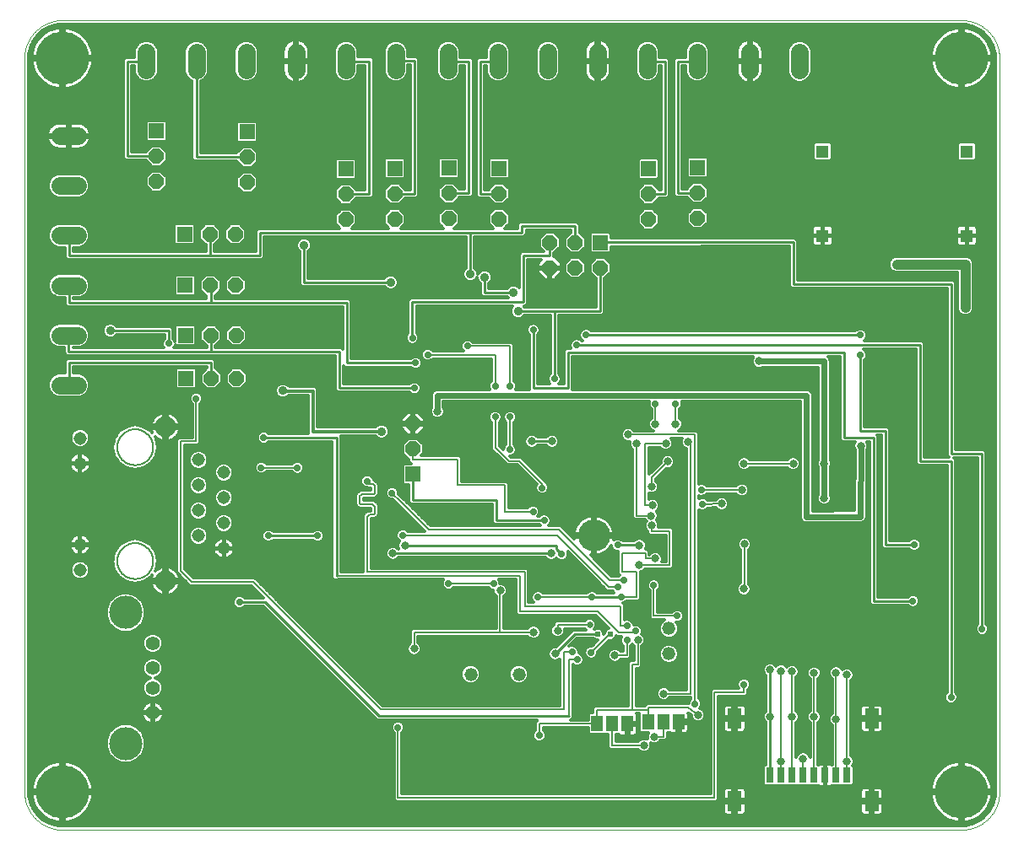
<source format=gbl>
G75*
%MOIN*%
%OFA0B0*%
%FSLAX25Y25*%
%IPPOS*%
%LPD*%
%AMOC8*
5,1,8,0,0,1.08239X$1,22.5*
%
%ADD10C,0.00000*%
%ADD11R,0.03150X0.05906*%
%ADD12R,0.05709X0.07874*%
%ADD13C,0.05200*%
%ADD14R,0.04600X0.06300*%
%ADD15C,0.12661*%
%ADD16R,0.05150X0.05150*%
%ADD17C,0.00500*%
%ADD18C,0.08268*%
%ADD19C,0.05150*%
%ADD20C,0.07050*%
%ADD21C,0.05600*%
%ADD22C,0.13100*%
%ADD23C,0.21000*%
%ADD24R,0.06000X0.06000*%
%ADD25OC8,0.06000*%
%ADD26C,0.02775*%
%ADD27C,0.01200*%
%ADD28C,0.01000*%
%ADD29C,0.03562*%
%ADD30C,0.04000*%
%ADD31C,0.00800*%
%ADD32C,0.03169*%
%ADD33C,0.02400*%
%ADD34C,0.02578*%
%ADD35C,0.02420*%
%ADD36C,0.00600*%
D10*
X0017225Y0002026D02*
X0372225Y0002026D01*
X0372587Y0002030D01*
X0372950Y0002044D01*
X0373312Y0002065D01*
X0373673Y0002096D01*
X0374033Y0002135D01*
X0374392Y0002183D01*
X0374750Y0002240D01*
X0375107Y0002305D01*
X0375462Y0002379D01*
X0375815Y0002462D01*
X0376166Y0002553D01*
X0376514Y0002652D01*
X0376860Y0002760D01*
X0377204Y0002876D01*
X0377544Y0003001D01*
X0377881Y0003133D01*
X0378215Y0003274D01*
X0378546Y0003423D01*
X0378873Y0003580D01*
X0379196Y0003744D01*
X0379515Y0003916D01*
X0379829Y0004096D01*
X0380140Y0004284D01*
X0380445Y0004479D01*
X0380746Y0004681D01*
X0381042Y0004891D01*
X0381332Y0005107D01*
X0381618Y0005331D01*
X0381898Y0005561D01*
X0382172Y0005798D01*
X0382440Y0006042D01*
X0382703Y0006292D01*
X0382959Y0006548D01*
X0383209Y0006811D01*
X0383453Y0007079D01*
X0383690Y0007353D01*
X0383920Y0007633D01*
X0384144Y0007919D01*
X0384360Y0008209D01*
X0384570Y0008505D01*
X0384772Y0008806D01*
X0384967Y0009111D01*
X0385155Y0009422D01*
X0385335Y0009736D01*
X0385507Y0010055D01*
X0385671Y0010378D01*
X0385828Y0010705D01*
X0385977Y0011036D01*
X0386118Y0011370D01*
X0386250Y0011707D01*
X0386375Y0012047D01*
X0386491Y0012391D01*
X0386599Y0012737D01*
X0386698Y0013085D01*
X0386789Y0013436D01*
X0386872Y0013789D01*
X0386946Y0014144D01*
X0387011Y0014501D01*
X0387068Y0014859D01*
X0387116Y0015218D01*
X0387155Y0015578D01*
X0387186Y0015939D01*
X0387207Y0016301D01*
X0387221Y0016664D01*
X0387225Y0017026D01*
X0387225Y0307026D01*
X0387221Y0307388D01*
X0387207Y0307751D01*
X0387186Y0308113D01*
X0387155Y0308474D01*
X0387116Y0308834D01*
X0387068Y0309193D01*
X0387011Y0309551D01*
X0386946Y0309908D01*
X0386872Y0310263D01*
X0386789Y0310616D01*
X0386698Y0310967D01*
X0386599Y0311315D01*
X0386491Y0311661D01*
X0386375Y0312005D01*
X0386250Y0312345D01*
X0386118Y0312682D01*
X0385977Y0313016D01*
X0385828Y0313347D01*
X0385671Y0313674D01*
X0385507Y0313997D01*
X0385335Y0314316D01*
X0385155Y0314630D01*
X0384967Y0314941D01*
X0384772Y0315246D01*
X0384570Y0315547D01*
X0384360Y0315843D01*
X0384144Y0316133D01*
X0383920Y0316419D01*
X0383690Y0316699D01*
X0383453Y0316973D01*
X0383209Y0317241D01*
X0382959Y0317504D01*
X0382703Y0317760D01*
X0382440Y0318010D01*
X0382172Y0318254D01*
X0381898Y0318491D01*
X0381618Y0318721D01*
X0381332Y0318945D01*
X0381042Y0319161D01*
X0380746Y0319371D01*
X0380445Y0319573D01*
X0380140Y0319768D01*
X0379829Y0319956D01*
X0379515Y0320136D01*
X0379196Y0320308D01*
X0378873Y0320472D01*
X0378546Y0320629D01*
X0378215Y0320778D01*
X0377881Y0320919D01*
X0377544Y0321051D01*
X0377204Y0321176D01*
X0376860Y0321292D01*
X0376514Y0321400D01*
X0376166Y0321499D01*
X0375815Y0321590D01*
X0375462Y0321673D01*
X0375107Y0321747D01*
X0374750Y0321812D01*
X0374392Y0321869D01*
X0374033Y0321917D01*
X0373673Y0321956D01*
X0373312Y0321987D01*
X0372950Y0322008D01*
X0372587Y0322022D01*
X0372225Y0322026D01*
X0017225Y0322026D01*
X0016863Y0322022D01*
X0016500Y0322008D01*
X0016138Y0321987D01*
X0015777Y0321956D01*
X0015417Y0321917D01*
X0015058Y0321869D01*
X0014700Y0321812D01*
X0014343Y0321747D01*
X0013988Y0321673D01*
X0013635Y0321590D01*
X0013284Y0321499D01*
X0012936Y0321400D01*
X0012590Y0321292D01*
X0012246Y0321176D01*
X0011906Y0321051D01*
X0011569Y0320919D01*
X0011235Y0320778D01*
X0010904Y0320629D01*
X0010577Y0320472D01*
X0010254Y0320308D01*
X0009935Y0320136D01*
X0009621Y0319956D01*
X0009310Y0319768D01*
X0009005Y0319573D01*
X0008704Y0319371D01*
X0008408Y0319161D01*
X0008118Y0318945D01*
X0007832Y0318721D01*
X0007552Y0318491D01*
X0007278Y0318254D01*
X0007010Y0318010D01*
X0006747Y0317760D01*
X0006491Y0317504D01*
X0006241Y0317241D01*
X0005997Y0316973D01*
X0005760Y0316699D01*
X0005530Y0316419D01*
X0005306Y0316133D01*
X0005090Y0315843D01*
X0004880Y0315547D01*
X0004678Y0315246D01*
X0004483Y0314941D01*
X0004295Y0314630D01*
X0004115Y0314316D01*
X0003943Y0313997D01*
X0003779Y0313674D01*
X0003622Y0313347D01*
X0003473Y0313016D01*
X0003332Y0312682D01*
X0003200Y0312345D01*
X0003075Y0312005D01*
X0002959Y0311661D01*
X0002851Y0311315D01*
X0002752Y0310967D01*
X0002661Y0310616D01*
X0002578Y0310263D01*
X0002504Y0309908D01*
X0002439Y0309551D01*
X0002382Y0309193D01*
X0002334Y0308834D01*
X0002295Y0308474D01*
X0002264Y0308113D01*
X0002243Y0307751D01*
X0002229Y0307388D01*
X0002225Y0307026D01*
X0002225Y0017026D01*
X0002229Y0016664D01*
X0002243Y0016301D01*
X0002264Y0015939D01*
X0002295Y0015578D01*
X0002334Y0015218D01*
X0002382Y0014859D01*
X0002439Y0014501D01*
X0002504Y0014144D01*
X0002578Y0013789D01*
X0002661Y0013436D01*
X0002752Y0013085D01*
X0002851Y0012737D01*
X0002959Y0012391D01*
X0003075Y0012047D01*
X0003200Y0011707D01*
X0003332Y0011370D01*
X0003473Y0011036D01*
X0003622Y0010705D01*
X0003779Y0010378D01*
X0003943Y0010055D01*
X0004115Y0009736D01*
X0004295Y0009422D01*
X0004483Y0009111D01*
X0004678Y0008806D01*
X0004880Y0008505D01*
X0005090Y0008209D01*
X0005306Y0007919D01*
X0005530Y0007633D01*
X0005760Y0007353D01*
X0005997Y0007079D01*
X0006241Y0006811D01*
X0006491Y0006548D01*
X0006747Y0006292D01*
X0007010Y0006042D01*
X0007278Y0005798D01*
X0007552Y0005561D01*
X0007832Y0005331D01*
X0008118Y0005107D01*
X0008408Y0004891D01*
X0008704Y0004681D01*
X0009005Y0004479D01*
X0009310Y0004284D01*
X0009621Y0004096D01*
X0009935Y0003916D01*
X0010254Y0003744D01*
X0010577Y0003580D01*
X0010904Y0003423D01*
X0011235Y0003274D01*
X0011569Y0003133D01*
X0011906Y0003001D01*
X0012246Y0002876D01*
X0012590Y0002760D01*
X0012936Y0002652D01*
X0013284Y0002553D01*
X0013635Y0002462D01*
X0013988Y0002379D01*
X0014343Y0002305D01*
X0014700Y0002240D01*
X0015058Y0002183D01*
X0015417Y0002135D01*
X0015777Y0002096D01*
X0016138Y0002065D01*
X0016500Y0002044D01*
X0016863Y0002030D01*
X0017225Y0002026D01*
D11*
X0296736Y0023538D03*
X0301066Y0023538D03*
X0305397Y0023538D03*
X0309728Y0023538D03*
X0314058Y0023538D03*
X0318389Y0023538D03*
X0322720Y0023538D03*
X0327051Y0023538D03*
D12*
X0336795Y0013302D03*
X0336795Y0045979D03*
X0282661Y0045979D03*
X0282661Y0013302D03*
D13*
X0256685Y0071601D03*
X0256685Y0081601D03*
X0197466Y0063507D03*
X0178466Y0063507D03*
D14*
X0228334Y0043888D03*
X0234334Y0043888D03*
X0240334Y0043888D03*
X0248561Y0044671D03*
X0254561Y0044671D03*
X0260561Y0044671D03*
D15*
X0227144Y0118360D03*
D16*
X0317400Y0236803D03*
X0317400Y0270110D03*
X0374329Y0270110D03*
X0374329Y0236803D03*
D17*
X0038878Y0153266D02*
X0038880Y0153440D01*
X0038887Y0153614D01*
X0038897Y0153787D01*
X0038912Y0153961D01*
X0038931Y0154134D01*
X0038955Y0154306D01*
X0038982Y0154478D01*
X0039014Y0154649D01*
X0039050Y0154819D01*
X0039090Y0154988D01*
X0039135Y0155156D01*
X0039183Y0155323D01*
X0039236Y0155489D01*
X0039292Y0155654D01*
X0039353Y0155817D01*
X0039417Y0155978D01*
X0039486Y0156138D01*
X0039558Y0156296D01*
X0039635Y0156452D01*
X0039715Y0156607D01*
X0039799Y0156759D01*
X0039886Y0156909D01*
X0039978Y0157058D01*
X0040072Y0157203D01*
X0040171Y0157347D01*
X0040273Y0157488D01*
X0040378Y0157626D01*
X0040487Y0157762D01*
X0040599Y0157895D01*
X0040714Y0158025D01*
X0040832Y0158153D01*
X0040954Y0158277D01*
X0041078Y0158399D01*
X0041206Y0158517D01*
X0041336Y0158632D01*
X0041469Y0158744D01*
X0041605Y0158853D01*
X0041743Y0158958D01*
X0041884Y0159060D01*
X0042028Y0159159D01*
X0042173Y0159253D01*
X0042322Y0159345D01*
X0042472Y0159432D01*
X0042624Y0159516D01*
X0042779Y0159596D01*
X0042935Y0159673D01*
X0043093Y0159745D01*
X0043253Y0159814D01*
X0043414Y0159878D01*
X0043577Y0159939D01*
X0043742Y0159995D01*
X0043908Y0160048D01*
X0044075Y0160096D01*
X0044243Y0160141D01*
X0044412Y0160181D01*
X0044582Y0160217D01*
X0044753Y0160249D01*
X0044925Y0160276D01*
X0045097Y0160300D01*
X0045270Y0160319D01*
X0045444Y0160334D01*
X0045617Y0160344D01*
X0045791Y0160351D01*
X0045965Y0160353D01*
X0046139Y0160351D01*
X0046313Y0160344D01*
X0046486Y0160334D01*
X0046660Y0160319D01*
X0046833Y0160300D01*
X0047005Y0160276D01*
X0047177Y0160249D01*
X0047348Y0160217D01*
X0047518Y0160181D01*
X0047687Y0160141D01*
X0047855Y0160096D01*
X0048022Y0160048D01*
X0048188Y0159995D01*
X0048353Y0159939D01*
X0048516Y0159878D01*
X0048677Y0159814D01*
X0048837Y0159745D01*
X0048995Y0159673D01*
X0049151Y0159596D01*
X0049306Y0159516D01*
X0049458Y0159432D01*
X0049608Y0159345D01*
X0049757Y0159253D01*
X0049902Y0159159D01*
X0050046Y0159060D01*
X0050187Y0158958D01*
X0050325Y0158853D01*
X0050461Y0158744D01*
X0050594Y0158632D01*
X0050724Y0158517D01*
X0050852Y0158399D01*
X0050976Y0158277D01*
X0051098Y0158153D01*
X0051216Y0158025D01*
X0051331Y0157895D01*
X0051443Y0157762D01*
X0051552Y0157626D01*
X0051657Y0157488D01*
X0051759Y0157347D01*
X0051858Y0157203D01*
X0051952Y0157058D01*
X0052044Y0156909D01*
X0052131Y0156759D01*
X0052215Y0156607D01*
X0052295Y0156452D01*
X0052372Y0156296D01*
X0052444Y0156138D01*
X0052513Y0155978D01*
X0052577Y0155817D01*
X0052638Y0155654D01*
X0052694Y0155489D01*
X0052747Y0155323D01*
X0052795Y0155156D01*
X0052840Y0154988D01*
X0052880Y0154819D01*
X0052916Y0154649D01*
X0052948Y0154478D01*
X0052975Y0154306D01*
X0052999Y0154134D01*
X0053018Y0153961D01*
X0053033Y0153787D01*
X0053043Y0153614D01*
X0053050Y0153440D01*
X0053052Y0153266D01*
X0053050Y0153092D01*
X0053043Y0152918D01*
X0053033Y0152745D01*
X0053018Y0152571D01*
X0052999Y0152398D01*
X0052975Y0152226D01*
X0052948Y0152054D01*
X0052916Y0151883D01*
X0052880Y0151713D01*
X0052840Y0151544D01*
X0052795Y0151376D01*
X0052747Y0151209D01*
X0052694Y0151043D01*
X0052638Y0150878D01*
X0052577Y0150715D01*
X0052513Y0150554D01*
X0052444Y0150394D01*
X0052372Y0150236D01*
X0052295Y0150080D01*
X0052215Y0149925D01*
X0052131Y0149773D01*
X0052044Y0149623D01*
X0051952Y0149474D01*
X0051858Y0149329D01*
X0051759Y0149185D01*
X0051657Y0149044D01*
X0051552Y0148906D01*
X0051443Y0148770D01*
X0051331Y0148637D01*
X0051216Y0148507D01*
X0051098Y0148379D01*
X0050976Y0148255D01*
X0050852Y0148133D01*
X0050724Y0148015D01*
X0050594Y0147900D01*
X0050461Y0147788D01*
X0050325Y0147679D01*
X0050187Y0147574D01*
X0050046Y0147472D01*
X0049902Y0147373D01*
X0049757Y0147279D01*
X0049608Y0147187D01*
X0049458Y0147100D01*
X0049306Y0147016D01*
X0049151Y0146936D01*
X0048995Y0146859D01*
X0048837Y0146787D01*
X0048677Y0146718D01*
X0048516Y0146654D01*
X0048353Y0146593D01*
X0048188Y0146537D01*
X0048022Y0146484D01*
X0047855Y0146436D01*
X0047687Y0146391D01*
X0047518Y0146351D01*
X0047348Y0146315D01*
X0047177Y0146283D01*
X0047005Y0146256D01*
X0046833Y0146232D01*
X0046660Y0146213D01*
X0046486Y0146198D01*
X0046313Y0146188D01*
X0046139Y0146181D01*
X0045965Y0146179D01*
X0045791Y0146181D01*
X0045617Y0146188D01*
X0045444Y0146198D01*
X0045270Y0146213D01*
X0045097Y0146232D01*
X0044925Y0146256D01*
X0044753Y0146283D01*
X0044582Y0146315D01*
X0044412Y0146351D01*
X0044243Y0146391D01*
X0044075Y0146436D01*
X0043908Y0146484D01*
X0043742Y0146537D01*
X0043577Y0146593D01*
X0043414Y0146654D01*
X0043253Y0146718D01*
X0043093Y0146787D01*
X0042935Y0146859D01*
X0042779Y0146936D01*
X0042624Y0147016D01*
X0042472Y0147100D01*
X0042322Y0147187D01*
X0042173Y0147279D01*
X0042028Y0147373D01*
X0041884Y0147472D01*
X0041743Y0147574D01*
X0041605Y0147679D01*
X0041469Y0147788D01*
X0041336Y0147900D01*
X0041206Y0148015D01*
X0041078Y0148133D01*
X0040954Y0148255D01*
X0040832Y0148379D01*
X0040714Y0148507D01*
X0040599Y0148637D01*
X0040487Y0148770D01*
X0040378Y0148906D01*
X0040273Y0149044D01*
X0040171Y0149185D01*
X0040072Y0149329D01*
X0039978Y0149474D01*
X0039886Y0149623D01*
X0039799Y0149773D01*
X0039715Y0149925D01*
X0039635Y0150080D01*
X0039558Y0150236D01*
X0039486Y0150394D01*
X0039417Y0150554D01*
X0039353Y0150715D01*
X0039292Y0150878D01*
X0039236Y0151043D01*
X0039183Y0151209D01*
X0039135Y0151376D01*
X0039090Y0151544D01*
X0039050Y0151713D01*
X0039014Y0151883D01*
X0038982Y0152054D01*
X0038955Y0152226D01*
X0038931Y0152398D01*
X0038912Y0152571D01*
X0038897Y0152745D01*
X0038887Y0152918D01*
X0038880Y0153092D01*
X0038878Y0153266D01*
X0038878Y0108266D02*
X0038880Y0108440D01*
X0038887Y0108614D01*
X0038897Y0108787D01*
X0038912Y0108961D01*
X0038931Y0109134D01*
X0038955Y0109306D01*
X0038982Y0109478D01*
X0039014Y0109649D01*
X0039050Y0109819D01*
X0039090Y0109988D01*
X0039135Y0110156D01*
X0039183Y0110323D01*
X0039236Y0110489D01*
X0039292Y0110654D01*
X0039353Y0110817D01*
X0039417Y0110978D01*
X0039486Y0111138D01*
X0039558Y0111296D01*
X0039635Y0111452D01*
X0039715Y0111607D01*
X0039799Y0111759D01*
X0039886Y0111909D01*
X0039978Y0112058D01*
X0040072Y0112203D01*
X0040171Y0112347D01*
X0040273Y0112488D01*
X0040378Y0112626D01*
X0040487Y0112762D01*
X0040599Y0112895D01*
X0040714Y0113025D01*
X0040832Y0113153D01*
X0040954Y0113277D01*
X0041078Y0113399D01*
X0041206Y0113517D01*
X0041336Y0113632D01*
X0041469Y0113744D01*
X0041605Y0113853D01*
X0041743Y0113958D01*
X0041884Y0114060D01*
X0042028Y0114159D01*
X0042173Y0114253D01*
X0042322Y0114345D01*
X0042472Y0114432D01*
X0042624Y0114516D01*
X0042779Y0114596D01*
X0042935Y0114673D01*
X0043093Y0114745D01*
X0043253Y0114814D01*
X0043414Y0114878D01*
X0043577Y0114939D01*
X0043742Y0114995D01*
X0043908Y0115048D01*
X0044075Y0115096D01*
X0044243Y0115141D01*
X0044412Y0115181D01*
X0044582Y0115217D01*
X0044753Y0115249D01*
X0044925Y0115276D01*
X0045097Y0115300D01*
X0045270Y0115319D01*
X0045444Y0115334D01*
X0045617Y0115344D01*
X0045791Y0115351D01*
X0045965Y0115353D01*
X0046139Y0115351D01*
X0046313Y0115344D01*
X0046486Y0115334D01*
X0046660Y0115319D01*
X0046833Y0115300D01*
X0047005Y0115276D01*
X0047177Y0115249D01*
X0047348Y0115217D01*
X0047518Y0115181D01*
X0047687Y0115141D01*
X0047855Y0115096D01*
X0048022Y0115048D01*
X0048188Y0114995D01*
X0048353Y0114939D01*
X0048516Y0114878D01*
X0048677Y0114814D01*
X0048837Y0114745D01*
X0048995Y0114673D01*
X0049151Y0114596D01*
X0049306Y0114516D01*
X0049458Y0114432D01*
X0049608Y0114345D01*
X0049757Y0114253D01*
X0049902Y0114159D01*
X0050046Y0114060D01*
X0050187Y0113958D01*
X0050325Y0113853D01*
X0050461Y0113744D01*
X0050594Y0113632D01*
X0050724Y0113517D01*
X0050852Y0113399D01*
X0050976Y0113277D01*
X0051098Y0113153D01*
X0051216Y0113025D01*
X0051331Y0112895D01*
X0051443Y0112762D01*
X0051552Y0112626D01*
X0051657Y0112488D01*
X0051759Y0112347D01*
X0051858Y0112203D01*
X0051952Y0112058D01*
X0052044Y0111909D01*
X0052131Y0111759D01*
X0052215Y0111607D01*
X0052295Y0111452D01*
X0052372Y0111296D01*
X0052444Y0111138D01*
X0052513Y0110978D01*
X0052577Y0110817D01*
X0052638Y0110654D01*
X0052694Y0110489D01*
X0052747Y0110323D01*
X0052795Y0110156D01*
X0052840Y0109988D01*
X0052880Y0109819D01*
X0052916Y0109649D01*
X0052948Y0109478D01*
X0052975Y0109306D01*
X0052999Y0109134D01*
X0053018Y0108961D01*
X0053033Y0108787D01*
X0053043Y0108614D01*
X0053050Y0108440D01*
X0053052Y0108266D01*
X0053050Y0108092D01*
X0053043Y0107918D01*
X0053033Y0107745D01*
X0053018Y0107571D01*
X0052999Y0107398D01*
X0052975Y0107226D01*
X0052948Y0107054D01*
X0052916Y0106883D01*
X0052880Y0106713D01*
X0052840Y0106544D01*
X0052795Y0106376D01*
X0052747Y0106209D01*
X0052694Y0106043D01*
X0052638Y0105878D01*
X0052577Y0105715D01*
X0052513Y0105554D01*
X0052444Y0105394D01*
X0052372Y0105236D01*
X0052295Y0105080D01*
X0052215Y0104925D01*
X0052131Y0104773D01*
X0052044Y0104623D01*
X0051952Y0104474D01*
X0051858Y0104329D01*
X0051759Y0104185D01*
X0051657Y0104044D01*
X0051552Y0103906D01*
X0051443Y0103770D01*
X0051331Y0103637D01*
X0051216Y0103507D01*
X0051098Y0103379D01*
X0050976Y0103255D01*
X0050852Y0103133D01*
X0050724Y0103015D01*
X0050594Y0102900D01*
X0050461Y0102788D01*
X0050325Y0102679D01*
X0050187Y0102574D01*
X0050046Y0102472D01*
X0049902Y0102373D01*
X0049757Y0102279D01*
X0049608Y0102187D01*
X0049458Y0102100D01*
X0049306Y0102016D01*
X0049151Y0101936D01*
X0048995Y0101859D01*
X0048837Y0101787D01*
X0048677Y0101718D01*
X0048516Y0101654D01*
X0048353Y0101593D01*
X0048188Y0101537D01*
X0048022Y0101484D01*
X0047855Y0101436D01*
X0047687Y0101391D01*
X0047518Y0101351D01*
X0047348Y0101315D01*
X0047177Y0101283D01*
X0047005Y0101256D01*
X0046833Y0101232D01*
X0046660Y0101213D01*
X0046486Y0101198D01*
X0046313Y0101188D01*
X0046139Y0101181D01*
X0045965Y0101179D01*
X0045791Y0101181D01*
X0045617Y0101188D01*
X0045444Y0101198D01*
X0045270Y0101213D01*
X0045097Y0101232D01*
X0044925Y0101256D01*
X0044753Y0101283D01*
X0044582Y0101315D01*
X0044412Y0101351D01*
X0044243Y0101391D01*
X0044075Y0101436D01*
X0043908Y0101484D01*
X0043742Y0101537D01*
X0043577Y0101593D01*
X0043414Y0101654D01*
X0043253Y0101718D01*
X0043093Y0101787D01*
X0042935Y0101859D01*
X0042779Y0101936D01*
X0042624Y0102016D01*
X0042472Y0102100D01*
X0042322Y0102187D01*
X0042173Y0102279D01*
X0042028Y0102373D01*
X0041884Y0102472D01*
X0041743Y0102574D01*
X0041605Y0102679D01*
X0041469Y0102788D01*
X0041336Y0102900D01*
X0041206Y0103015D01*
X0041078Y0103133D01*
X0040954Y0103255D01*
X0040832Y0103379D01*
X0040714Y0103507D01*
X0040599Y0103637D01*
X0040487Y0103770D01*
X0040378Y0103906D01*
X0040273Y0104044D01*
X0040171Y0104185D01*
X0040072Y0104329D01*
X0039978Y0104474D01*
X0039886Y0104623D01*
X0039799Y0104773D01*
X0039715Y0104925D01*
X0039635Y0105080D01*
X0039558Y0105236D01*
X0039486Y0105394D01*
X0039417Y0105554D01*
X0039353Y0105715D01*
X0039292Y0105878D01*
X0039236Y0106043D01*
X0039183Y0106209D01*
X0039135Y0106376D01*
X0039090Y0106544D01*
X0039050Y0106713D01*
X0039014Y0106883D01*
X0038982Y0107054D01*
X0038955Y0107226D01*
X0038931Y0107398D01*
X0038912Y0107571D01*
X0038897Y0107745D01*
X0038887Y0107918D01*
X0038880Y0108092D01*
X0038878Y0108266D01*
D18*
X0057973Y0100274D03*
X0057973Y0161258D03*
D19*
X0070965Y0148246D03*
X0080965Y0143285D03*
X0070965Y0138246D03*
X0080965Y0133285D03*
X0070965Y0128246D03*
X0080965Y0123285D03*
X0070965Y0118246D03*
X0080965Y0113285D03*
X0024233Y0114683D03*
X0024233Y0104683D03*
X0024233Y0146848D03*
X0024233Y0156848D03*
D20*
X0023333Y0177813D02*
X0016283Y0177813D01*
X0016283Y0197498D02*
X0023333Y0197498D01*
X0023333Y0217183D02*
X0016283Y0217183D01*
X0016283Y0236868D02*
X0023333Y0236868D01*
X0023333Y0256553D02*
X0016283Y0256553D01*
X0016283Y0276238D02*
X0023333Y0276238D01*
X0050429Y0302292D02*
X0050429Y0309342D01*
X0070114Y0309342D02*
X0070114Y0302292D01*
X0089799Y0302292D02*
X0089799Y0309342D01*
X0109484Y0309342D02*
X0109484Y0302292D01*
X0129169Y0302292D02*
X0129169Y0309342D01*
X0148854Y0309342D02*
X0148854Y0302292D01*
X0169513Y0302280D02*
X0169513Y0309330D01*
X0189198Y0309330D02*
X0189198Y0302280D01*
X0208883Y0302280D02*
X0208883Y0309330D01*
X0228568Y0309330D02*
X0228568Y0302280D01*
X0248253Y0302280D02*
X0248253Y0309330D01*
X0267938Y0309330D02*
X0267938Y0302280D01*
X0288712Y0302242D02*
X0288712Y0309292D01*
X0308397Y0309292D02*
X0308397Y0302242D01*
D21*
X0052925Y0075776D03*
X0052925Y0065976D03*
X0052925Y0058076D03*
X0052925Y0048276D03*
D22*
X0042225Y0036176D03*
X0042225Y0087876D03*
D23*
X0017225Y0017026D03*
X0017225Y0307026D03*
X0372225Y0307026D03*
X0372225Y0017026D03*
D24*
X0155658Y0142529D03*
X0066014Y0180444D03*
X0065882Y0197444D03*
X0065664Y0217247D03*
X0065441Y0237418D03*
X0054349Y0278277D03*
X0090221Y0277915D03*
X0129162Y0263272D03*
X0148466Y0263395D03*
X0169874Y0263571D03*
X0189660Y0263484D03*
X0229689Y0234100D03*
X0248649Y0263332D03*
X0267970Y0263785D03*
D25*
X0267970Y0253785D03*
X0267970Y0243785D03*
X0248649Y0243332D03*
X0248649Y0253332D03*
X0219689Y0234100D03*
X0219689Y0224100D03*
X0229689Y0224100D03*
X0209689Y0224100D03*
X0209689Y0234100D03*
X0189660Y0243484D03*
X0189660Y0253484D03*
X0169874Y0253571D03*
X0169874Y0243571D03*
X0148466Y0243395D03*
X0148466Y0253395D03*
X0129162Y0253272D03*
X0129162Y0243272D03*
X0090221Y0257915D03*
X0090221Y0267915D03*
X0085441Y0237418D03*
X0075441Y0237418D03*
X0075664Y0217247D03*
X0085664Y0217247D03*
X0085882Y0197444D03*
X0075882Y0197444D03*
X0076014Y0180444D03*
X0086014Y0180444D03*
X0155658Y0162529D03*
X0155658Y0152529D03*
X0054349Y0258277D03*
X0054349Y0268277D03*
D26*
X0059285Y0194197D03*
X0070075Y0172475D03*
X0096732Y0157035D03*
X0095710Y0145159D03*
X0110047Y0145076D03*
X0137609Y0139802D03*
X0147361Y0135133D03*
X0155360Y0122102D03*
X0151614Y0118430D03*
X0169612Y0127125D03*
X0177892Y0141540D03*
X0187316Y0145560D03*
X0193901Y0152210D03*
X0193970Y0165199D03*
X0188215Y0165241D03*
X0178319Y0165323D03*
X0188215Y0177435D03*
X0194011Y0177387D03*
X0211540Y0180301D03*
X0220338Y0193636D03*
X0223989Y0197647D03*
X0203190Y0199676D03*
X0177254Y0193233D03*
X0168802Y0186692D03*
X0161501Y0189783D03*
X0156763Y0186540D03*
X0155489Y0196441D03*
X0135676Y0193664D03*
X0131711Y0180905D03*
X0156261Y0176562D03*
X0206640Y0137159D03*
X0217225Y0137026D03*
X0222225Y0137026D03*
X0227225Y0137026D03*
X0232225Y0137026D03*
X0237225Y0137026D03*
X0237225Y0132026D03*
X0237225Y0127026D03*
X0232225Y0127026D03*
X0232225Y0132026D03*
X0227225Y0132026D03*
X0222225Y0132026D03*
X0222225Y0127026D03*
X0227225Y0127026D03*
X0217225Y0127026D03*
X0217225Y0132026D03*
X0208609Y0129267D03*
X0207513Y0124315D03*
X0203149Y0127757D03*
X0217225Y0122026D03*
X0214428Y0110879D03*
X0212497Y0101991D03*
X0205006Y0093951D03*
X0187503Y0099366D03*
X0183285Y0084202D03*
X0169914Y0094036D03*
X0169704Y0099366D03*
X0118088Y0118215D03*
X0098608Y0118266D03*
X0087225Y0092026D03*
X0149762Y0042491D03*
X0205573Y0039329D03*
X0221031Y0055038D03*
X0231308Y0066658D03*
X0225970Y0072069D03*
X0220568Y0069316D03*
X0218564Y0072310D03*
X0240154Y0076912D03*
X0243627Y0080530D03*
X0240250Y0082660D03*
X0237858Y0094056D03*
X0236626Y0097913D03*
X0239004Y0100648D03*
X0250700Y0098647D03*
X0260036Y0086557D03*
X0277789Y0089552D03*
X0291523Y0095709D03*
X0309431Y0093001D03*
X0318579Y0093073D03*
X0309954Y0120288D03*
X0288477Y0122135D03*
X0269987Y0130736D03*
X0269450Y0136375D03*
X0262409Y0123782D03*
X0237225Y0122026D03*
X0236491Y0114537D03*
X0224348Y0099776D03*
X0226356Y0093951D03*
X0252058Y0064206D03*
X0244762Y0060098D03*
X0267019Y0051798D03*
X0270966Y0055401D03*
X0275900Y0069663D03*
X0286333Y0059522D03*
X0290188Y0059848D03*
X0242956Y0038023D03*
X0353073Y0092433D03*
X0353699Y0114698D03*
X0380385Y0081373D03*
X0368181Y0054343D03*
X0287911Y0141732D03*
X0259405Y0170322D03*
X0251372Y0170268D03*
X0245080Y0170394D03*
X0244660Y0180358D03*
X0255337Y0181527D03*
X0226953Y0155508D03*
X0332373Y0189658D03*
X0332332Y0197597D03*
X0346802Y0225474D03*
X0373807Y0208405D03*
X0382037Y0182464D03*
X0363461Y0152158D03*
D27*
X0009120Y0008018D02*
X0007444Y0008018D01*
X0008189Y0008950D02*
X0007341Y0010013D01*
X0006618Y0011163D01*
X0006028Y0012388D01*
X0005580Y0013671D01*
X0005277Y0014996D01*
X0005125Y0016346D01*
X0005125Y0016426D01*
X0016625Y0016426D01*
X0016625Y0017626D01*
X0016625Y0029126D01*
X0016545Y0029126D01*
X0015195Y0028973D01*
X0013870Y0028671D01*
X0012587Y0028222D01*
X0011363Y0027632D01*
X0010212Y0026909D01*
X0009149Y0026062D01*
X0008189Y0025101D01*
X0007341Y0024039D01*
X0006618Y0022888D01*
X0006028Y0021663D01*
X0005580Y0020381D01*
X0005277Y0019056D01*
X0005125Y0017705D01*
X0005125Y0017626D01*
X0016625Y0017626D01*
X0017825Y0017626D01*
X0017825Y0029126D01*
X0017905Y0029126D01*
X0019255Y0028973D01*
X0020580Y0028671D01*
X0021863Y0028222D01*
X0023087Y0027632D01*
X0024238Y0026909D01*
X0025300Y0026062D01*
X0026261Y0025101D01*
X0027109Y0024039D01*
X0027832Y0022888D01*
X0028422Y0021663D01*
X0028870Y0020381D01*
X0029173Y0019056D01*
X0029325Y0017705D01*
X0029325Y0017626D01*
X0017825Y0017626D01*
X0017825Y0016426D01*
X0029325Y0016426D01*
X0029325Y0016346D01*
X0029173Y0014996D01*
X0028870Y0013671D01*
X0028422Y0012388D01*
X0027832Y0011163D01*
X0027109Y0010013D01*
X0026261Y0008950D01*
X0025300Y0007989D01*
X0024238Y0007142D01*
X0023087Y0006419D01*
X0021863Y0005829D01*
X0020580Y0005380D01*
X0019255Y0005078D01*
X0017905Y0004926D01*
X0017825Y0004926D01*
X0017825Y0016426D01*
X0016625Y0016426D01*
X0016625Y0004926D01*
X0016545Y0004926D01*
X0015195Y0005078D01*
X0013870Y0005380D01*
X0012587Y0005829D01*
X0011363Y0006419D01*
X0010212Y0007142D01*
X0009149Y0007989D01*
X0008189Y0008950D01*
X0007976Y0009217D02*
X0006393Y0009217D01*
X0006594Y0008868D02*
X0004845Y0011898D01*
X0003940Y0015277D01*
X0003825Y0017026D01*
X0003825Y0307026D01*
X0003940Y0308775D01*
X0004845Y0312154D01*
X0006594Y0315183D01*
X0009068Y0317657D01*
X0012097Y0319406D01*
X0015476Y0320311D01*
X0017225Y0320426D01*
X0372225Y0320426D01*
X0373974Y0320311D01*
X0377353Y0319406D01*
X0380382Y0317657D01*
X0382856Y0315183D01*
X0384605Y0312154D01*
X0385510Y0308775D01*
X0385625Y0307026D01*
X0385625Y0017026D01*
X0385510Y0015277D01*
X0384605Y0011898D01*
X0382856Y0008868D01*
X0380382Y0006395D01*
X0377353Y0004646D01*
X0373974Y0003740D01*
X0372225Y0003626D01*
X0017225Y0003626D01*
X0015476Y0003740D01*
X0012097Y0004646D01*
X0009068Y0006395D01*
X0006594Y0008868D01*
X0007088Y0010415D02*
X0005701Y0010415D01*
X0005009Y0011614D02*
X0006401Y0011614D01*
X0005880Y0012812D02*
X0004600Y0012812D01*
X0004279Y0014011D02*
X0005502Y0014011D01*
X0005253Y0015209D02*
X0003958Y0015209D01*
X0003865Y0016408D02*
X0005125Y0016408D01*
X0003825Y0017606D02*
X0016625Y0017606D01*
X0016625Y0016408D02*
X0017825Y0016408D01*
X0017825Y0017606D02*
X0148162Y0017606D01*
X0148162Y0016408D02*
X0029325Y0016408D01*
X0029197Y0015209D02*
X0148162Y0015209D01*
X0148162Y0014025D02*
X0149099Y0013088D01*
X0275371Y0013088D01*
X0276309Y0014025D01*
X0276309Y0054745D01*
X0286995Y0054745D01*
X0287933Y0055682D01*
X0287933Y0057463D01*
X0288526Y0058057D01*
X0288920Y0059008D01*
X0288920Y0060037D01*
X0288526Y0060988D01*
X0287798Y0061716D01*
X0286847Y0062110D01*
X0285818Y0062110D01*
X0284867Y0061716D01*
X0284139Y0060988D01*
X0283745Y0060037D01*
X0283745Y0059008D01*
X0284139Y0058057D01*
X0284251Y0057945D01*
X0274046Y0057945D01*
X0273109Y0057008D01*
X0273109Y0016288D01*
X0151362Y0016288D01*
X0151362Y0040432D01*
X0151956Y0041025D01*
X0152350Y0041976D01*
X0152350Y0043005D01*
X0151956Y0043956D01*
X0151228Y0044684D01*
X0150277Y0045078D01*
X0149248Y0045078D01*
X0148297Y0044684D01*
X0147569Y0043956D01*
X0147175Y0043005D01*
X0147175Y0041976D01*
X0147569Y0041025D01*
X0148162Y0040432D01*
X0148162Y0014025D01*
X0148176Y0014011D02*
X0028948Y0014011D01*
X0028570Y0012812D02*
X0282061Y0012812D01*
X0282061Y0012702D02*
X0278206Y0012702D01*
X0278206Y0009154D01*
X0278316Y0008747D01*
X0278526Y0008382D01*
X0278824Y0008085D01*
X0279189Y0007874D01*
X0279596Y0007765D01*
X0282061Y0007765D01*
X0282061Y0012702D01*
X0283261Y0012702D01*
X0283261Y0013902D01*
X0287115Y0013902D01*
X0287115Y0017450D01*
X0287006Y0017856D01*
X0286795Y0018221D01*
X0286498Y0018519D01*
X0286133Y0018730D01*
X0285726Y0018839D01*
X0283261Y0018839D01*
X0283261Y0013902D01*
X0282061Y0013902D01*
X0282061Y0018839D01*
X0279596Y0018839D01*
X0279189Y0018730D01*
X0278824Y0018519D01*
X0278526Y0018221D01*
X0278316Y0017856D01*
X0278206Y0017450D01*
X0278206Y0013902D01*
X0282061Y0013902D01*
X0282061Y0012702D01*
X0282061Y0011614D02*
X0283261Y0011614D01*
X0283261Y0012702D02*
X0283261Y0007765D01*
X0285726Y0007765D01*
X0286133Y0007874D01*
X0286498Y0008085D01*
X0286795Y0008382D01*
X0287006Y0008747D01*
X0287115Y0009154D01*
X0287115Y0012702D01*
X0283261Y0012702D01*
X0283261Y0012812D02*
X0336195Y0012812D01*
X0336195Y0012702D02*
X0332340Y0012702D01*
X0332340Y0009154D01*
X0332449Y0008747D01*
X0332660Y0008382D01*
X0332958Y0008085D01*
X0333323Y0007874D01*
X0333730Y0007765D01*
X0336195Y0007765D01*
X0336195Y0012702D01*
X0337395Y0012702D01*
X0337395Y0013902D01*
X0341249Y0013902D01*
X0341249Y0017450D01*
X0341140Y0017856D01*
X0340929Y0018221D01*
X0340631Y0018519D01*
X0340267Y0018730D01*
X0339860Y0018839D01*
X0337395Y0018839D01*
X0337395Y0013902D01*
X0336195Y0013902D01*
X0336195Y0018839D01*
X0333730Y0018839D01*
X0333323Y0018730D01*
X0332958Y0018519D01*
X0332660Y0018221D01*
X0332449Y0017856D01*
X0332340Y0017450D01*
X0332340Y0013902D01*
X0336195Y0013902D01*
X0336195Y0012702D01*
X0336195Y0011614D02*
X0337395Y0011614D01*
X0337395Y0012702D02*
X0337395Y0007765D01*
X0339860Y0007765D01*
X0340267Y0007874D01*
X0340631Y0008085D01*
X0340929Y0008382D01*
X0341140Y0008747D01*
X0341249Y0009154D01*
X0341249Y0012702D01*
X0337395Y0012702D01*
X0337395Y0012812D02*
X0360880Y0012812D01*
X0361028Y0012388D02*
X0361618Y0011163D01*
X0362341Y0010013D01*
X0363189Y0008950D01*
X0364149Y0007989D01*
X0365212Y0007142D01*
X0366363Y0006419D01*
X0367587Y0005829D01*
X0368870Y0005380D01*
X0370195Y0005078D01*
X0371545Y0004926D01*
X0371625Y0004926D01*
X0371625Y0016426D01*
X0360125Y0016426D01*
X0360125Y0016346D01*
X0360277Y0014996D01*
X0360580Y0013671D01*
X0361028Y0012388D01*
X0361401Y0011614D02*
X0341249Y0011614D01*
X0341249Y0010415D02*
X0362088Y0010415D01*
X0362976Y0009217D02*
X0341249Y0009217D01*
X0340516Y0008018D02*
X0364120Y0008018D01*
X0365725Y0006820D02*
X0023725Y0006820D01*
X0025330Y0008018D02*
X0278939Y0008018D01*
X0278206Y0009217D02*
X0026474Y0009217D01*
X0027362Y0010415D02*
X0278206Y0010415D01*
X0278206Y0011614D02*
X0028049Y0011614D01*
X0029201Y0018805D02*
X0148162Y0018805D01*
X0148162Y0020003D02*
X0028957Y0020003D01*
X0028583Y0021202D02*
X0148162Y0021202D01*
X0148162Y0022400D02*
X0028067Y0022400D01*
X0027385Y0023599D02*
X0148162Y0023599D01*
X0148162Y0024797D02*
X0026504Y0024797D01*
X0025367Y0025996D02*
X0148162Y0025996D01*
X0148162Y0027194D02*
X0023785Y0027194D01*
X0021375Y0028393D02*
X0148162Y0028393D01*
X0148162Y0029591D02*
X0046581Y0029591D01*
X0046615Y0029605D02*
X0048795Y0031786D01*
X0049975Y0034634D01*
X0049975Y0037717D01*
X0048795Y0040566D01*
X0046615Y0042746D01*
X0043767Y0043926D01*
X0040683Y0043926D01*
X0037835Y0042746D01*
X0035655Y0040566D01*
X0034475Y0037717D01*
X0034475Y0034634D01*
X0035655Y0031786D01*
X0037835Y0029605D01*
X0040683Y0028426D01*
X0043767Y0028426D01*
X0046615Y0029605D01*
X0047799Y0030790D02*
X0148162Y0030790D01*
X0148162Y0031988D02*
X0048879Y0031988D01*
X0049376Y0033187D02*
X0148162Y0033187D01*
X0148162Y0034385D02*
X0049872Y0034385D01*
X0049975Y0035584D02*
X0148162Y0035584D01*
X0148162Y0036782D02*
X0049975Y0036782D01*
X0049866Y0037981D02*
X0148162Y0037981D01*
X0148162Y0039179D02*
X0049369Y0039179D01*
X0048873Y0040378D02*
X0148162Y0040378D01*
X0147340Y0041576D02*
X0047784Y0041576D01*
X0046544Y0042775D02*
X0147175Y0042775D01*
X0147586Y0043974D02*
X0053889Y0043974D01*
X0053955Y0043984D02*
X0054614Y0044198D01*
X0055231Y0044512D01*
X0055791Y0044919D01*
X0056281Y0045409D01*
X0056688Y0045970D01*
X0057003Y0046587D01*
X0057217Y0047245D01*
X0057325Y0047929D01*
X0057325Y0047976D01*
X0053225Y0047976D01*
X0053225Y0048576D01*
X0052625Y0048576D01*
X0052625Y0052676D01*
X0052579Y0052676D01*
X0051895Y0052567D01*
X0051236Y0052353D01*
X0050619Y0052039D01*
X0050059Y0051632D01*
X0049569Y0051142D01*
X0049162Y0050582D01*
X0048847Y0049965D01*
X0048633Y0049306D01*
X0048525Y0048622D01*
X0048525Y0048576D01*
X0052625Y0048576D01*
X0052625Y0047976D01*
X0048525Y0047976D01*
X0048525Y0047929D01*
X0048633Y0047245D01*
X0048847Y0046587D01*
X0049162Y0045970D01*
X0049569Y0045409D01*
X0050059Y0044919D01*
X0050619Y0044512D01*
X0051236Y0044198D01*
X0051895Y0043984D01*
X0052579Y0043876D01*
X0052625Y0043876D01*
X0052625Y0047976D01*
X0053225Y0047976D01*
X0053225Y0043876D01*
X0053271Y0043876D01*
X0053955Y0043984D01*
X0053225Y0043974D02*
X0052625Y0043974D01*
X0051961Y0043974D02*
X0003825Y0043974D01*
X0003825Y0045172D02*
X0049806Y0045172D01*
X0048957Y0046371D02*
X0003825Y0046371D01*
X0003825Y0047569D02*
X0048582Y0047569D01*
X0048548Y0048768D02*
X0003825Y0048768D01*
X0003825Y0049966D02*
X0048848Y0049966D01*
X0049591Y0051165D02*
X0003825Y0051165D01*
X0003825Y0052363D02*
X0051266Y0052363D01*
X0052625Y0052363D02*
X0053225Y0052363D01*
X0053225Y0052676D02*
X0053225Y0048576D01*
X0057325Y0048576D01*
X0057325Y0048622D01*
X0057217Y0049306D01*
X0057003Y0049965D01*
X0056688Y0050582D01*
X0056281Y0051142D01*
X0055791Y0051632D01*
X0055231Y0052039D01*
X0054614Y0052353D01*
X0053955Y0052567D01*
X0053271Y0052676D01*
X0053225Y0052676D01*
X0054584Y0052363D02*
X0134483Y0052363D01*
X0133285Y0053562D02*
X0003825Y0053562D01*
X0003825Y0054760D02*
X0050584Y0054760D01*
X0050659Y0054685D02*
X0052129Y0054076D01*
X0053721Y0054076D01*
X0055191Y0054685D01*
X0056316Y0055810D01*
X0056925Y0057280D01*
X0056925Y0058871D01*
X0056316Y0060341D01*
X0055191Y0061467D01*
X0053841Y0062026D01*
X0055191Y0062585D01*
X0056316Y0063710D01*
X0056925Y0065180D01*
X0056925Y0066771D01*
X0056316Y0068241D01*
X0055191Y0069367D01*
X0053721Y0069976D01*
X0052129Y0069976D01*
X0050659Y0069367D01*
X0049534Y0068241D01*
X0048925Y0066771D01*
X0048925Y0065180D01*
X0049534Y0063710D01*
X0050659Y0062585D01*
X0052009Y0062026D01*
X0050659Y0061467D01*
X0049534Y0060341D01*
X0048925Y0058871D01*
X0048925Y0057280D01*
X0049534Y0055810D01*
X0050659Y0054685D01*
X0049472Y0055959D02*
X0003825Y0055959D01*
X0003825Y0057157D02*
X0048976Y0057157D01*
X0048925Y0058356D02*
X0003825Y0058356D01*
X0003825Y0059554D02*
X0049208Y0059554D01*
X0049945Y0060753D02*
X0003825Y0060753D01*
X0003825Y0061951D02*
X0051829Y0061951D01*
X0050094Y0063150D02*
X0003825Y0063150D01*
X0003825Y0064348D02*
X0049270Y0064348D01*
X0048925Y0065547D02*
X0003825Y0065547D01*
X0003825Y0066745D02*
X0048925Y0066745D01*
X0049411Y0067944D02*
X0003825Y0067944D01*
X0003825Y0069142D02*
X0050435Y0069142D01*
X0052129Y0071776D02*
X0053721Y0071776D01*
X0055191Y0072385D01*
X0056316Y0073510D01*
X0056925Y0074980D01*
X0056925Y0076571D01*
X0056316Y0078041D01*
X0055191Y0079167D01*
X0053721Y0079776D01*
X0052129Y0079776D01*
X0050659Y0079167D01*
X0049534Y0078041D01*
X0048925Y0076571D01*
X0048925Y0074980D01*
X0049534Y0073510D01*
X0050659Y0072385D01*
X0052129Y0071776D01*
X0050306Y0072738D02*
X0003825Y0072738D01*
X0003825Y0073936D02*
X0049357Y0073936D01*
X0048925Y0075135D02*
X0003825Y0075135D01*
X0003825Y0076333D02*
X0048925Y0076333D01*
X0049323Y0077532D02*
X0003825Y0077532D01*
X0003825Y0078730D02*
X0050223Y0078730D01*
X0047635Y0082326D02*
X0104521Y0082326D01*
X0105719Y0081127D02*
X0046185Y0081127D01*
X0046615Y0081305D02*
X0048795Y0083486D01*
X0049975Y0086334D01*
X0049975Y0089417D01*
X0048795Y0092266D01*
X0046615Y0094446D01*
X0043767Y0095626D01*
X0040683Y0095626D01*
X0037835Y0094446D01*
X0035655Y0092266D01*
X0034475Y0089417D01*
X0034475Y0086334D01*
X0035655Y0083486D01*
X0037835Y0081305D01*
X0040683Y0080126D01*
X0043767Y0080126D01*
X0046615Y0081305D01*
X0048811Y0083524D02*
X0103322Y0083524D01*
X0102124Y0084723D02*
X0049308Y0084723D01*
X0049804Y0085921D02*
X0100925Y0085921D01*
X0099727Y0087120D02*
X0049975Y0087120D01*
X0049975Y0088318D02*
X0098528Y0088318D01*
X0097330Y0089517D02*
X0087930Y0089517D01*
X0087740Y0089438D02*
X0088691Y0089832D01*
X0089184Y0090326D01*
X0096521Y0090326D01*
X0140525Y0046321D01*
X0141521Y0045326D01*
X0204748Y0045326D01*
X0203973Y0044551D01*
X0203973Y0041388D01*
X0203380Y0040795D01*
X0202986Y0039844D01*
X0202986Y0038815D01*
X0203380Y0037864D01*
X0204107Y0037136D01*
X0205058Y0036742D01*
X0206088Y0036742D01*
X0207039Y0037136D01*
X0207767Y0037864D01*
X0208160Y0038815D01*
X0208160Y0039844D01*
X0207767Y0040795D01*
X0207173Y0041388D01*
X0207173Y0042288D01*
X0224834Y0042288D01*
X0224834Y0040241D01*
X0225537Y0039538D01*
X0231131Y0039538D01*
X0231334Y0039741D01*
X0231537Y0039538D01*
X0232734Y0039538D01*
X0232734Y0034733D01*
X0233671Y0033795D01*
X0244631Y0033795D01*
X0245391Y0033035D01*
X0246415Y0032611D01*
X0247522Y0032611D01*
X0248546Y0033035D01*
X0249329Y0033818D01*
X0249753Y0034842D01*
X0249753Y0035949D01*
X0249651Y0036195D01*
X0250355Y0035903D01*
X0251463Y0035903D01*
X0252486Y0036327D01*
X0253269Y0037110D01*
X0253325Y0037244D01*
X0255166Y0037244D01*
X0256103Y0038182D01*
X0256103Y0040321D01*
X0257198Y0040321D01*
X0257278Y0040241D01*
X0257643Y0040030D01*
X0258050Y0039921D01*
X0260011Y0039921D01*
X0260011Y0044121D01*
X0261111Y0044121D01*
X0261111Y0045221D01*
X0264461Y0045221D01*
X0264461Y0048032D01*
X0264430Y0048146D01*
X0265457Y0047419D01*
X0265457Y0046856D01*
X0265881Y0045832D01*
X0266664Y0045049D01*
X0267687Y0044625D01*
X0268795Y0044625D01*
X0269818Y0045049D01*
X0270602Y0045832D01*
X0271025Y0046856D01*
X0271025Y0047963D01*
X0270602Y0048986D01*
X0269818Y0049770D01*
X0268992Y0050112D01*
X0269213Y0050333D01*
X0269607Y0051284D01*
X0269607Y0052313D01*
X0269213Y0053264D01*
X0268619Y0053858D01*
X0268619Y0128502D01*
X0269473Y0128149D01*
X0270502Y0128149D01*
X0271453Y0128543D01*
X0272099Y0129189D01*
X0275350Y0129271D01*
X0276065Y0128555D01*
X0277089Y0128132D01*
X0278196Y0128132D01*
X0279220Y0128555D01*
X0280003Y0129339D01*
X0280427Y0130362D01*
X0280427Y0131470D01*
X0280003Y0132493D01*
X0279220Y0133276D01*
X0278196Y0133700D01*
X0277089Y0133700D01*
X0276065Y0133276D01*
X0275282Y0132493D01*
X0275273Y0132470D01*
X0271995Y0132387D01*
X0271453Y0132930D01*
X0270502Y0133324D01*
X0269473Y0133324D01*
X0268619Y0132970D01*
X0268619Y0133919D01*
X0268936Y0133788D01*
X0269965Y0133788D01*
X0270916Y0134181D01*
X0271509Y0134775D01*
X0276825Y0134775D01*
X0276845Y0134755D01*
X0282096Y0134755D01*
X0282756Y0134755D01*
X0283261Y0134755D01*
X0284021Y0133995D01*
X0285045Y0133571D01*
X0286152Y0133571D01*
X0287176Y0133995D01*
X0287959Y0134778D01*
X0288383Y0135801D01*
X0288383Y0136909D01*
X0287959Y0137932D01*
X0287176Y0138715D01*
X0286152Y0139139D01*
X0285045Y0139139D01*
X0284021Y0138715D01*
X0283261Y0137955D01*
X0282751Y0137955D01*
X0278190Y0137955D01*
X0278170Y0137975D01*
X0271509Y0137975D01*
X0270916Y0138568D01*
X0269965Y0138962D01*
X0268936Y0138962D01*
X0268619Y0138831D01*
X0268619Y0158913D01*
X0267682Y0159850D01*
X0260722Y0159850D01*
X0260996Y0159964D01*
X0261779Y0160747D01*
X0262203Y0161770D01*
X0262203Y0162878D01*
X0261779Y0163901D01*
X0261019Y0164662D01*
X0261019Y0168277D01*
X0261598Y0168857D01*
X0261992Y0169808D01*
X0261992Y0170837D01*
X0261813Y0171270D01*
X0308663Y0171270D01*
X0308663Y0126118D01*
X0308659Y0126109D01*
X0308663Y0125640D01*
X0308663Y0125173D01*
X0308667Y0125164D01*
X0308667Y0125154D01*
X0308850Y0124722D01*
X0309028Y0124291D01*
X0309035Y0124284D01*
X0309039Y0124275D01*
X0309373Y0123946D01*
X0309704Y0123616D01*
X0309713Y0123612D01*
X0309720Y0123605D01*
X0310154Y0123429D01*
X0310586Y0123250D01*
X0310595Y0123250D01*
X0310604Y0123247D01*
X0311074Y0123250D01*
X0311540Y0123250D01*
X0311549Y0123254D01*
X0332396Y0123417D01*
X0332858Y0123415D01*
X0332873Y0123420D01*
X0332888Y0123420D01*
X0333314Y0123601D01*
X0333742Y0123776D01*
X0333753Y0123787D01*
X0333767Y0123793D01*
X0334092Y0124123D01*
X0334420Y0124448D01*
X0334426Y0124462D01*
X0334437Y0124473D01*
X0334611Y0124902D01*
X0334790Y0125329D01*
X0334790Y0125344D01*
X0334795Y0125358D01*
X0334792Y0125821D01*
X0334910Y0152207D01*
X0335301Y0153151D01*
X0335301Y0154259D01*
X0334877Y0155282D01*
X0334857Y0155302D01*
X0335835Y0155302D01*
X0335835Y0091729D01*
X0336831Y0090733D01*
X0351113Y0090733D01*
X0351607Y0090240D01*
X0352558Y0089846D01*
X0353587Y0089846D01*
X0354538Y0090240D01*
X0355266Y0090968D01*
X0355660Y0091919D01*
X0355660Y0092948D01*
X0355266Y0093899D01*
X0354538Y0094627D01*
X0353587Y0095021D01*
X0352558Y0095021D01*
X0351607Y0094627D01*
X0351113Y0094133D01*
X0339235Y0094133D01*
X0339235Y0157706D01*
X0338943Y0157998D01*
X0340533Y0157998D01*
X0340533Y0113994D01*
X0341529Y0112998D01*
X0351740Y0112998D01*
X0352233Y0112505D01*
X0353184Y0112111D01*
X0354213Y0112111D01*
X0355164Y0112505D01*
X0355892Y0113232D01*
X0356286Y0114183D01*
X0356286Y0115213D01*
X0355892Y0116164D01*
X0355164Y0116892D01*
X0354213Y0117285D01*
X0353184Y0117285D01*
X0352233Y0116892D01*
X0351740Y0116398D01*
X0343933Y0116398D01*
X0343933Y0160402D01*
X0342937Y0161398D01*
X0334073Y0161398D01*
X0334073Y0187699D01*
X0334567Y0188192D01*
X0334961Y0189143D01*
X0334961Y0190173D01*
X0334567Y0191124D01*
X0333839Y0191851D01*
X0333438Y0192018D01*
X0354326Y0192018D01*
X0354326Y0147099D01*
X0355322Y0146104D01*
X0366481Y0146104D01*
X0366481Y0056302D01*
X0365987Y0055809D01*
X0365593Y0054858D01*
X0365593Y0053828D01*
X0365987Y0052877D01*
X0366715Y0052149D01*
X0367666Y0051755D01*
X0368695Y0051755D01*
X0369646Y0052149D01*
X0370374Y0052877D01*
X0370768Y0053828D01*
X0370768Y0054858D01*
X0370374Y0055809D01*
X0369881Y0056302D01*
X0369881Y0148508D01*
X0369320Y0149068D01*
X0378692Y0149068D01*
X0378692Y0083338D01*
X0378192Y0082838D01*
X0377798Y0081887D01*
X0377798Y0080858D01*
X0378192Y0079907D01*
X0378920Y0079179D01*
X0379871Y0078785D01*
X0380900Y0078785D01*
X0381851Y0079179D01*
X0382579Y0079907D01*
X0382973Y0080858D01*
X0382973Y0081887D01*
X0382579Y0082838D01*
X0382092Y0083325D01*
X0382092Y0151472D01*
X0381096Y0152468D01*
X0369944Y0152468D01*
X0369944Y0218503D01*
X0368948Y0219499D01*
X0307544Y0219499D01*
X0307544Y0233526D01*
X0307544Y0233526D01*
X0307544Y0234230D01*
X0307544Y0234934D01*
X0307544Y0234934D01*
X0307544Y0234934D01*
X0307046Y0235432D01*
X0306548Y0235930D01*
X0305861Y0235930D01*
X0305140Y0235930D01*
X0305140Y0235930D01*
X0233889Y0235910D01*
X0233889Y0237597D01*
X0233186Y0238300D01*
X0226192Y0238300D01*
X0225489Y0237597D01*
X0225489Y0230603D01*
X0226192Y0229900D01*
X0233186Y0229900D01*
X0233889Y0230603D01*
X0233889Y0232510D01*
X0304144Y0232529D01*
X0304144Y0217094D01*
X0305140Y0216099D01*
X0366544Y0216099D01*
X0366544Y0150064D01*
X0367104Y0149504D01*
X0357726Y0149504D01*
X0357726Y0194422D01*
X0356731Y0195417D01*
X0333811Y0195417D01*
X0334525Y0196132D01*
X0334919Y0197082D01*
X0334919Y0198112D01*
X0334525Y0199063D01*
X0333797Y0199791D01*
X0332846Y0200185D01*
X0331817Y0200185D01*
X0330866Y0199791D01*
X0330422Y0199347D01*
X0225948Y0199347D01*
X0225455Y0199840D01*
X0224504Y0200234D01*
X0223474Y0200234D01*
X0222523Y0199840D01*
X0221796Y0199112D01*
X0221402Y0198161D01*
X0221402Y0197132D01*
X0221796Y0196181D01*
X0222523Y0195453D01*
X0222610Y0195417D01*
X0222216Y0195417D01*
X0221804Y0195830D01*
X0220853Y0196223D01*
X0219823Y0196223D01*
X0218872Y0195830D01*
X0218144Y0195102D01*
X0217751Y0194151D01*
X0217751Y0193121D01*
X0218078Y0192331D01*
X0216244Y0192331D01*
X0215248Y0191335D01*
X0215248Y0178514D01*
X0213412Y0178514D01*
X0213734Y0178836D01*
X0214128Y0179787D01*
X0214128Y0180816D01*
X0213734Y0181767D01*
X0213240Y0182261D01*
X0213240Y0205267D01*
X0230393Y0205267D01*
X0231389Y0206263D01*
X0231389Y0219900D01*
X0231429Y0219900D01*
X0233889Y0222361D01*
X0233889Y0225840D01*
X0231429Y0228300D01*
X0227949Y0228300D01*
X0225489Y0225840D01*
X0225489Y0222361D01*
X0227949Y0219900D01*
X0227989Y0219900D01*
X0227989Y0208667D01*
X0199639Y0208667D01*
X0199446Y0208860D01*
X0200089Y0208860D01*
X0201085Y0209856D01*
X0201085Y0227222D01*
X0206305Y0227222D01*
X0205089Y0226006D01*
X0205089Y0224500D01*
X0209289Y0224500D01*
X0209289Y0223700D01*
X0210089Y0223700D01*
X0210089Y0219500D01*
X0211594Y0219500D01*
X0214289Y0222195D01*
X0214289Y0223700D01*
X0210089Y0223700D01*
X0210089Y0224500D01*
X0214289Y0224500D01*
X0214289Y0226006D01*
X0211594Y0228700D01*
X0211389Y0228700D01*
X0211389Y0229900D01*
X0211429Y0229900D01*
X0213889Y0232361D01*
X0213889Y0235840D01*
X0211429Y0238300D01*
X0207949Y0238300D01*
X0205489Y0235840D01*
X0205489Y0232361D01*
X0207228Y0230622D01*
X0198681Y0230622D01*
X0197685Y0229626D01*
X0197685Y0216233D01*
X0197008Y0216910D01*
X0195912Y0217364D01*
X0194726Y0217364D01*
X0193630Y0216910D01*
X0192803Y0216083D01*
X0185735Y0216083D01*
X0185735Y0217940D01*
X0186562Y0218767D01*
X0187016Y0219863D01*
X0187016Y0221049D01*
X0186562Y0222145D01*
X0185724Y0222983D01*
X0184628Y0223437D01*
X0183442Y0223437D01*
X0182346Y0222983D01*
X0181508Y0222145D01*
X0181357Y0221782D01*
X0181357Y0222174D01*
X0180903Y0223270D01*
X0180076Y0224097D01*
X0180076Y0236441D01*
X0199444Y0236441D01*
X0200440Y0237437D01*
X0200440Y0238952D01*
X0218038Y0238952D01*
X0218038Y0238300D01*
X0217949Y0238300D01*
X0215489Y0235840D01*
X0215489Y0232361D01*
X0217949Y0229900D01*
X0221429Y0229900D01*
X0223889Y0232361D01*
X0223889Y0235840D01*
X0221438Y0238291D01*
X0221438Y0241356D01*
X0220442Y0242352D01*
X0198036Y0242352D01*
X0197040Y0241356D01*
X0197040Y0239841D01*
X0191957Y0239841D01*
X0193860Y0241744D01*
X0193860Y0245224D01*
X0191400Y0247684D01*
X0187920Y0247684D01*
X0185460Y0245224D01*
X0185460Y0241744D01*
X0187363Y0239841D01*
X0172083Y0239841D01*
X0174074Y0241832D01*
X0174074Y0245311D01*
X0171613Y0247771D01*
X0168134Y0247771D01*
X0165674Y0245311D01*
X0165674Y0241832D01*
X0167664Y0239841D01*
X0150852Y0239841D01*
X0152666Y0241655D01*
X0152666Y0245135D01*
X0150206Y0247595D01*
X0146727Y0247595D01*
X0144266Y0245135D01*
X0144266Y0241655D01*
X0146081Y0239841D01*
X0131670Y0239841D01*
X0133362Y0241533D01*
X0133362Y0245012D01*
X0130902Y0247472D01*
X0127422Y0247472D01*
X0124962Y0245012D01*
X0124962Y0241533D01*
X0126654Y0239841D01*
X0094509Y0239841D01*
X0093513Y0238845D01*
X0093513Y0230698D01*
X0077195Y0230698D01*
X0077195Y0233233D01*
X0079641Y0235678D01*
X0079641Y0239158D01*
X0077181Y0241618D01*
X0073701Y0241618D01*
X0071241Y0239158D01*
X0071241Y0235678D01*
X0073701Y0233218D01*
X0073795Y0233218D01*
X0073795Y0230718D01*
X0021508Y0230718D01*
X0021508Y0232143D01*
X0024273Y0232143D01*
X0026010Y0232862D01*
X0027339Y0234192D01*
X0028058Y0235928D01*
X0028058Y0237808D01*
X0027339Y0239545D01*
X0026010Y0240874D01*
X0024273Y0241593D01*
X0015344Y0241593D01*
X0013607Y0240874D01*
X0012278Y0239545D01*
X0011558Y0237808D01*
X0011558Y0235928D01*
X0012278Y0234192D01*
X0013607Y0232862D01*
X0015344Y0232143D01*
X0018108Y0232143D01*
X0018108Y0228314D01*
X0019104Y0227318D01*
X0074771Y0227318D01*
X0074791Y0227298D01*
X0095917Y0227298D01*
X0096913Y0228294D01*
X0096913Y0236441D01*
X0176676Y0236441D01*
X0176676Y0224097D01*
X0175849Y0223270D01*
X0175395Y0222174D01*
X0175395Y0220988D01*
X0175849Y0219893D01*
X0176687Y0219054D01*
X0177783Y0218600D01*
X0178969Y0218600D01*
X0180065Y0219054D01*
X0180903Y0219893D01*
X0181054Y0220256D01*
X0181054Y0219863D01*
X0181508Y0218767D01*
X0182335Y0217940D01*
X0182335Y0213679D01*
X0183331Y0212683D01*
X0192803Y0212683D01*
X0193226Y0212260D01*
X0154714Y0212260D01*
X0153718Y0211264D01*
X0153718Y0198329D01*
X0153296Y0197907D01*
X0152902Y0196956D01*
X0152902Y0195926D01*
X0153296Y0194975D01*
X0154024Y0194248D01*
X0154975Y0193854D01*
X0156004Y0193854D01*
X0156955Y0194248D01*
X0157683Y0194975D01*
X0158077Y0195926D01*
X0158077Y0196956D01*
X0157683Y0197907D01*
X0157118Y0198471D01*
X0157118Y0208860D01*
X0194800Y0208860D01*
X0194596Y0208656D01*
X0194142Y0207560D01*
X0194142Y0206374D01*
X0194596Y0205278D01*
X0195434Y0204440D01*
X0196530Y0203986D01*
X0197716Y0203986D01*
X0198812Y0204440D01*
X0199639Y0205267D01*
X0209840Y0205267D01*
X0209840Y0182261D01*
X0209347Y0181767D01*
X0208953Y0180816D01*
X0208953Y0179787D01*
X0209347Y0178836D01*
X0209669Y0178514D01*
X0204890Y0178514D01*
X0204890Y0197716D01*
X0205384Y0198210D01*
X0205778Y0199161D01*
X0205778Y0200190D01*
X0205384Y0201141D01*
X0204656Y0201869D01*
X0203705Y0202263D01*
X0202676Y0202263D01*
X0201725Y0201869D01*
X0200997Y0201141D01*
X0200603Y0200190D01*
X0200603Y0199161D01*
X0200997Y0198210D01*
X0201490Y0197716D01*
X0201490Y0176110D01*
X0201530Y0176070D01*
X0196266Y0176070D01*
X0196598Y0176873D01*
X0196598Y0177902D01*
X0196204Y0178853D01*
X0195621Y0179436D01*
X0195621Y0193895D01*
X0194684Y0194833D01*
X0179313Y0194833D01*
X0178720Y0195426D01*
X0177769Y0195820D01*
X0176739Y0195820D01*
X0175788Y0195426D01*
X0175060Y0194698D01*
X0174667Y0193747D01*
X0174667Y0192718D01*
X0175060Y0191767D01*
X0175445Y0191383D01*
X0163560Y0191383D01*
X0162967Y0191976D01*
X0162016Y0192370D01*
X0160986Y0192370D01*
X0160035Y0191976D01*
X0159307Y0191248D01*
X0158913Y0190297D01*
X0158913Y0189268D01*
X0159307Y0188317D01*
X0160035Y0187589D01*
X0160986Y0187195D01*
X0162016Y0187195D01*
X0162967Y0187589D01*
X0163560Y0188183D01*
X0186615Y0188183D01*
X0186615Y0179495D01*
X0186021Y0178901D01*
X0185627Y0177950D01*
X0185627Y0176921D01*
X0185979Y0176070D01*
X0164843Y0176070D01*
X0163961Y0175705D01*
X0163286Y0175030D01*
X0162921Y0174148D01*
X0162921Y0168867D01*
X0162537Y0167939D01*
X0162537Y0166832D01*
X0162960Y0165808D01*
X0163744Y0165025D01*
X0164767Y0164601D01*
X0165875Y0164601D01*
X0166898Y0165025D01*
X0167681Y0165808D01*
X0168105Y0166832D01*
X0168105Y0167939D01*
X0167721Y0168867D01*
X0167721Y0171270D01*
X0248986Y0171270D01*
X0248784Y0170783D01*
X0248784Y0169753D01*
X0249178Y0168802D01*
X0249772Y0168209D01*
X0249772Y0164813D01*
X0249011Y0164052D01*
X0248587Y0163029D01*
X0248587Y0161921D01*
X0249011Y0160898D01*
X0249795Y0160115D01*
X0250434Y0159850D01*
X0242972Y0159850D01*
X0242211Y0160610D01*
X0241188Y0161034D01*
X0240080Y0161034D01*
X0239057Y0160610D01*
X0238274Y0159827D01*
X0237850Y0158804D01*
X0237850Y0157696D01*
X0238274Y0156673D01*
X0239057Y0155890D01*
X0240080Y0155466D01*
X0241188Y0155466D01*
X0241313Y0155518D01*
X0241162Y0155152D01*
X0241162Y0154045D01*
X0241586Y0153021D01*
X0242369Y0152238D01*
X0242397Y0152226D01*
X0242397Y0125501D01*
X0243335Y0124564D01*
X0247360Y0124564D01*
X0247809Y0124115D01*
X0247569Y0123874D01*
X0247145Y0122851D01*
X0247145Y0121743D01*
X0247569Y0120720D01*
X0248295Y0119994D01*
X0248295Y0119405D01*
X0249232Y0118467D01*
X0255465Y0118467D01*
X0255465Y0108174D01*
X0253976Y0108174D01*
X0254179Y0108665D01*
X0254179Y0109773D01*
X0253755Y0110796D01*
X0252972Y0111579D01*
X0251949Y0112003D01*
X0250841Y0112003D01*
X0249818Y0111579D01*
X0249090Y0110851D01*
X0249090Y0111993D01*
X0248153Y0112931D01*
X0247468Y0112931D01*
X0247879Y0113923D01*
X0247879Y0115031D01*
X0247455Y0116054D01*
X0246672Y0116837D01*
X0245648Y0117261D01*
X0244541Y0117261D01*
X0243517Y0116837D01*
X0242906Y0116225D01*
X0238462Y0116225D01*
X0237957Y0116730D01*
X0237006Y0117124D01*
X0235977Y0117124D01*
X0235026Y0116730D01*
X0234878Y0116582D01*
X0234939Y0116810D01*
X0235064Y0117760D01*
X0227744Y0117760D01*
X0227744Y0118960D01*
X0235064Y0118960D01*
X0234939Y0119911D01*
X0234670Y0120915D01*
X0234272Y0121875D01*
X0233752Y0122776D01*
X0233119Y0123600D01*
X0232384Y0124336D01*
X0231559Y0124968D01*
X0230659Y0125488D01*
X0229699Y0125886D01*
X0228694Y0126155D01*
X0227744Y0126280D01*
X0227744Y0118960D01*
X0226544Y0118960D01*
X0226544Y0126280D01*
X0225593Y0126155D01*
X0224589Y0125886D01*
X0223629Y0125488D01*
X0222728Y0124968D01*
X0221904Y0124336D01*
X0221168Y0123600D01*
X0220536Y0122776D01*
X0220016Y0121875D01*
X0219618Y0120915D01*
X0219349Y0119911D01*
X0219224Y0118960D01*
X0226544Y0118960D01*
X0226544Y0117760D01*
X0227744Y0117760D01*
X0227744Y0110440D01*
X0228694Y0110565D01*
X0229699Y0110834D01*
X0230659Y0111232D01*
X0231559Y0111752D01*
X0232384Y0112385D01*
X0233119Y0113120D01*
X0233752Y0113945D01*
X0233904Y0114208D01*
X0233904Y0114022D01*
X0234298Y0113071D01*
X0235026Y0112343D01*
X0235977Y0111949D01*
X0236632Y0111949D01*
X0236632Y0104835D01*
X0236632Y0103510D01*
X0237419Y0102723D01*
X0236945Y0102248D01*
X0234091Y0102248D01*
X0225802Y0110538D01*
X0226544Y0110440D01*
X0226544Y0117760D01*
X0219224Y0117760D01*
X0219321Y0117018D01*
X0215016Y0121324D01*
X0214078Y0122261D01*
X0209118Y0122261D01*
X0209706Y0122849D01*
X0210100Y0123800D01*
X0210100Y0124830D01*
X0209706Y0125781D01*
X0208979Y0126508D01*
X0208028Y0126902D01*
X0206998Y0126902D01*
X0206047Y0126508D01*
X0205554Y0126015D01*
X0205066Y0126015D01*
X0205342Y0126291D01*
X0205736Y0127242D01*
X0205736Y0128271D01*
X0205342Y0129222D01*
X0204614Y0129950D01*
X0203663Y0130344D01*
X0202634Y0130344D01*
X0201683Y0129950D01*
X0201089Y0129357D01*
X0193526Y0129357D01*
X0193526Y0138869D01*
X0192589Y0139806D01*
X0174951Y0139806D01*
X0174951Y0148985D01*
X0174014Y0149922D01*
X0158992Y0149922D01*
X0159858Y0150789D01*
X0159858Y0154269D01*
X0157398Y0156729D01*
X0153919Y0156729D01*
X0151458Y0154269D01*
X0151458Y0150789D01*
X0153919Y0148329D01*
X0154058Y0148329D01*
X0154058Y0147660D01*
X0154989Y0146729D01*
X0152161Y0146729D01*
X0151458Y0146026D01*
X0151458Y0139032D01*
X0152161Y0138329D01*
X0153958Y0138329D01*
X0153958Y0131752D01*
X0154954Y0130757D01*
X0186995Y0130757D01*
X0186995Y0123611D01*
X0187991Y0122615D01*
X0205554Y0122615D01*
X0205908Y0122261D01*
X0162496Y0122261D01*
X0152134Y0132623D01*
X0149948Y0134809D01*
X0149948Y0135648D01*
X0149554Y0136599D01*
X0148826Y0137327D01*
X0147875Y0137721D01*
X0146846Y0137721D01*
X0145895Y0137327D01*
X0145167Y0136599D01*
X0144773Y0135648D01*
X0144773Y0134619D01*
X0145167Y0133668D01*
X0145895Y0132940D01*
X0146846Y0132546D01*
X0147685Y0132546D01*
X0149871Y0130360D01*
X0160278Y0119953D01*
X0153750Y0119953D01*
X0153080Y0120623D01*
X0152129Y0121017D01*
X0151100Y0121017D01*
X0150149Y0120623D01*
X0149421Y0119896D01*
X0149027Y0118945D01*
X0149027Y0117915D01*
X0149421Y0116964D01*
X0150149Y0116236D01*
X0150276Y0116184D01*
X0150113Y0116021D01*
X0149689Y0114998D01*
X0149689Y0113890D01*
X0150073Y0112963D01*
X0149952Y0112963D01*
X0149292Y0113623D01*
X0148268Y0114047D01*
X0147161Y0114047D01*
X0146137Y0113623D01*
X0145354Y0112840D01*
X0144930Y0111817D01*
X0144930Y0110709D01*
X0145354Y0109686D01*
X0146137Y0108903D01*
X0147161Y0108479D01*
X0148268Y0108479D01*
X0149292Y0108903D01*
X0149952Y0109563D01*
X0207983Y0109563D01*
X0208644Y0108903D01*
X0209667Y0108479D01*
X0210775Y0108479D01*
X0211798Y0108903D01*
X0212272Y0109376D01*
X0212962Y0108686D01*
X0213913Y0108292D01*
X0214942Y0108292D01*
X0215893Y0108686D01*
X0216621Y0109414D01*
X0217015Y0110365D01*
X0217015Y0111394D01*
X0216811Y0111886D01*
X0232384Y0096313D01*
X0234567Y0096313D01*
X0235096Y0095784D01*
X0228182Y0095784D01*
X0227822Y0096144D01*
X0226871Y0096538D01*
X0225842Y0096538D01*
X0224891Y0096144D01*
X0224430Y0095684D01*
X0206932Y0095684D01*
X0206471Y0096144D01*
X0205520Y0096538D01*
X0204491Y0096538D01*
X0203540Y0096144D01*
X0202812Y0095416D01*
X0202418Y0094465D01*
X0202418Y0093436D01*
X0202812Y0092485D01*
X0203266Y0092032D01*
X0201381Y0092032D01*
X0201381Y0104550D01*
X0200444Y0105487D01*
X0139209Y0105487D01*
X0139209Y0124962D01*
X0140271Y0124962D01*
X0141547Y0125698D01*
X0141547Y0125698D01*
X0141547Y0125698D01*
X0142284Y0126975D01*
X0142284Y0130178D01*
X0141547Y0131455D01*
X0140271Y0132192D01*
X0136134Y0132192D01*
X0136134Y0133022D01*
X0140271Y0133022D01*
X0141547Y0133759D01*
X0142284Y0135035D01*
X0142284Y0138239D01*
X0141547Y0139515D01*
X0140271Y0140252D01*
X0140196Y0140252D01*
X0140196Y0140316D01*
X0139802Y0141267D01*
X0139075Y0141995D01*
X0138124Y0142389D01*
X0137094Y0142389D01*
X0136143Y0141995D01*
X0135415Y0141267D01*
X0135022Y0140316D01*
X0135022Y0139287D01*
X0135415Y0138336D01*
X0136143Y0137608D01*
X0137094Y0137214D01*
X0137740Y0137214D01*
X0138022Y0137052D01*
X0139084Y0137052D01*
X0139084Y0136222D01*
X0134947Y0136222D01*
X0133670Y0135485D01*
X0132934Y0134209D01*
X0132934Y0131005D01*
X0133670Y0129728D01*
X0134947Y0128992D01*
X0139084Y0128992D01*
X0139084Y0128162D01*
X0138022Y0128162D01*
X0136746Y0127425D01*
X0136746Y0127425D01*
X0136746Y0127425D01*
X0136009Y0126148D01*
X0136009Y0104061D01*
X0127156Y0104061D01*
X0127156Y0157656D01*
X0140888Y0157656D01*
X0141615Y0156929D01*
X0142711Y0156475D01*
X0143897Y0156475D01*
X0144993Y0156929D01*
X0145831Y0157768D01*
X0146285Y0158863D01*
X0146285Y0160049D01*
X0145831Y0161145D01*
X0144993Y0161984D01*
X0143897Y0162437D01*
X0142711Y0162437D01*
X0141615Y0161984D01*
X0140888Y0161256D01*
X0118014Y0161256D01*
X0118014Y0176232D01*
X0116959Y0177287D01*
X0106826Y0177287D01*
X0106048Y0178064D01*
X0104953Y0178518D01*
X0103767Y0178518D01*
X0102671Y0178064D01*
X0101832Y0177225D01*
X0101379Y0176130D01*
X0101379Y0174944D01*
X0101832Y0173848D01*
X0102671Y0173009D01*
X0103767Y0172555D01*
X0104953Y0172555D01*
X0106048Y0173009D01*
X0106726Y0173687D01*
X0114414Y0173687D01*
X0114414Y0158735D01*
X0098691Y0158735D01*
X0098198Y0159228D01*
X0097247Y0159622D01*
X0096217Y0159622D01*
X0095266Y0159228D01*
X0094538Y0158501D01*
X0094145Y0157550D01*
X0094145Y0156520D01*
X0094538Y0155569D01*
X0095266Y0154842D01*
X0096217Y0154448D01*
X0097247Y0154448D01*
X0098198Y0154842D01*
X0098691Y0155335D01*
X0123756Y0155335D01*
X0123756Y0101757D01*
X0124752Y0100761D01*
X0126160Y0100761D01*
X0126260Y0100861D01*
X0167540Y0100861D01*
X0167511Y0100832D01*
X0167117Y0099881D01*
X0167117Y0098852D01*
X0167511Y0097901D01*
X0168238Y0097173D01*
X0169189Y0096779D01*
X0170219Y0096779D01*
X0171170Y0097173D01*
X0171763Y0097766D01*
X0185444Y0097766D01*
X0186038Y0097173D01*
X0186989Y0096779D01*
X0187318Y0096779D01*
X0187318Y0096035D01*
X0187742Y0095012D01*
X0188447Y0094308D01*
X0188447Y0081688D01*
X0155481Y0081688D01*
X0154544Y0080751D01*
X0154544Y0075941D01*
X0153783Y0075181D01*
X0153359Y0074157D01*
X0153359Y0073050D01*
X0153783Y0072026D01*
X0154566Y0071243D01*
X0155590Y0070819D01*
X0156697Y0070819D01*
X0157721Y0071243D01*
X0158504Y0072026D01*
X0158928Y0073050D01*
X0158928Y0074157D01*
X0158504Y0075181D01*
X0157744Y0075941D01*
X0157744Y0078488D01*
X0200989Y0078488D01*
X0201750Y0077728D01*
X0202773Y0077304D01*
X0203880Y0077304D01*
X0204904Y0077728D01*
X0205687Y0078511D01*
X0206111Y0079534D01*
X0206111Y0080642D01*
X0205687Y0081665D01*
X0204904Y0082448D01*
X0203880Y0082872D01*
X0202773Y0082872D01*
X0201750Y0082448D01*
X0200989Y0081688D01*
X0191647Y0081688D01*
X0191647Y0094215D01*
X0191680Y0094229D01*
X0192463Y0095012D01*
X0192887Y0096035D01*
X0192887Y0097143D01*
X0192463Y0098166D01*
X0191680Y0098950D01*
X0190656Y0099374D01*
X0190091Y0099374D01*
X0190091Y0099881D01*
X0189697Y0100832D01*
X0189668Y0100861D01*
X0196191Y0100861D01*
X0196191Y0087637D01*
X0197129Y0086700D01*
X0227914Y0086700D01*
X0233025Y0081589D01*
X0232209Y0081251D01*
X0231531Y0080573D01*
X0231164Y0079687D01*
X0231164Y0079525D01*
X0231039Y0079401D01*
X0231039Y0079849D01*
X0230673Y0080735D01*
X0229995Y0081413D01*
X0229109Y0081779D01*
X0228150Y0081779D01*
X0227421Y0081478D01*
X0227643Y0081700D01*
X0228022Y0082615D01*
X0228022Y0083605D01*
X0227643Y0084520D01*
X0226943Y0085220D01*
X0226029Y0085599D01*
X0225038Y0085599D01*
X0224124Y0085220D01*
X0223614Y0084710D01*
X0212126Y0084710D01*
X0211189Y0083773D01*
X0211189Y0083043D01*
X0210428Y0082283D01*
X0210004Y0081259D01*
X0210004Y0080152D01*
X0210428Y0079128D01*
X0211212Y0078345D01*
X0212235Y0077921D01*
X0213343Y0077921D01*
X0214366Y0078345D01*
X0215149Y0079128D01*
X0215573Y0080152D01*
X0215573Y0081259D01*
X0215469Y0081510D01*
X0223614Y0081510D01*
X0224054Y0081069D01*
X0218909Y0081069D01*
X0217913Y0080073D01*
X0212176Y0074336D01*
X0211242Y0074336D01*
X0210219Y0073912D01*
X0209436Y0073129D01*
X0209012Y0072106D01*
X0209012Y0070998D01*
X0209436Y0069975D01*
X0210219Y0069192D01*
X0211242Y0068768D01*
X0212350Y0068768D01*
X0213373Y0069192D01*
X0213547Y0069366D01*
X0213547Y0051142D01*
X0143616Y0051142D01*
X0094108Y0100651D01*
X0093171Y0101588D01*
X0069083Y0101588D01*
X0065575Y0105096D01*
X0065575Y0153942D01*
X0070738Y0153942D01*
X0071675Y0154879D01*
X0071675Y0170416D01*
X0072268Y0171009D01*
X0072662Y0171960D01*
X0072662Y0172990D01*
X0072268Y0173941D01*
X0071541Y0174668D01*
X0070590Y0175062D01*
X0069560Y0175062D01*
X0068609Y0174668D01*
X0067881Y0173941D01*
X0067488Y0172990D01*
X0067488Y0171960D01*
X0067881Y0171009D01*
X0068475Y0170416D01*
X0068475Y0157142D01*
X0063312Y0157142D01*
X0062375Y0156205D01*
X0062375Y0103970D01*
X0062347Y0104009D01*
X0061708Y0104647D01*
X0060978Y0105178D01*
X0060174Y0105587D01*
X0059316Y0105866D01*
X0058573Y0105984D01*
X0058573Y0100874D01*
X0057373Y0100874D01*
X0057373Y0105984D01*
X0056630Y0105866D01*
X0055772Y0105587D01*
X0054968Y0105178D01*
X0054238Y0104647D01*
X0053789Y0104198D01*
X0054222Y0104846D01*
X0054902Y0108266D01*
X0054222Y0111686D01*
X0052284Y0114585D01*
X0049385Y0116522D01*
X0045965Y0117202D01*
X0042545Y0116522D01*
X0039646Y0114585D01*
X0039646Y0114585D01*
X0039646Y0114585D01*
X0037709Y0111686D01*
X0037709Y0111686D01*
X0037029Y0108266D01*
X0037709Y0104846D01*
X0037709Y0104846D01*
X0039646Y0101947D01*
X0042545Y0100009D01*
X0045965Y0099329D01*
X0049385Y0100009D01*
X0052284Y0101947D01*
X0052730Y0102614D01*
X0052659Y0102475D01*
X0052380Y0101616D01*
X0052263Y0100874D01*
X0057373Y0100874D01*
X0057373Y0099674D01*
X0052263Y0099674D01*
X0052380Y0098931D01*
X0052659Y0098073D01*
X0053069Y0097268D01*
X0053599Y0096538D01*
X0054238Y0095900D01*
X0054968Y0095370D01*
X0055772Y0094960D01*
X0056630Y0094681D01*
X0057373Y0094563D01*
X0057373Y0099674D01*
X0058573Y0099674D01*
X0058573Y0100874D01*
X0063683Y0100874D01*
X0063566Y0101616D01*
X0063287Y0102475D01*
X0062888Y0103257D01*
X0063312Y0102833D01*
X0067757Y0098388D01*
X0091845Y0098388D01*
X0096507Y0093726D01*
X0089184Y0093726D01*
X0088691Y0094219D01*
X0087740Y0094613D01*
X0086710Y0094613D01*
X0085759Y0094219D01*
X0085032Y0093491D01*
X0084638Y0092540D01*
X0084638Y0091511D01*
X0085032Y0090560D01*
X0085759Y0089832D01*
X0086710Y0089438D01*
X0087740Y0089438D01*
X0086520Y0089517D02*
X0049934Y0089517D01*
X0049437Y0090715D02*
X0084967Y0090715D01*
X0084638Y0091914D02*
X0048941Y0091914D01*
X0047948Y0093112D02*
X0084875Y0093112D01*
X0085981Y0094311D02*
X0046750Y0094311D01*
X0044047Y0095509D02*
X0054775Y0095509D01*
X0053476Y0096708D02*
X0003825Y0096708D01*
X0003825Y0095509D02*
X0040403Y0095509D01*
X0037700Y0094311D02*
X0003825Y0094311D01*
X0003825Y0093112D02*
X0036502Y0093112D01*
X0035509Y0091914D02*
X0003825Y0091914D01*
X0003825Y0090715D02*
X0035013Y0090715D01*
X0034516Y0089517D02*
X0003825Y0089517D01*
X0003825Y0088318D02*
X0034475Y0088318D01*
X0034475Y0087120D02*
X0003825Y0087120D01*
X0003825Y0085921D02*
X0034646Y0085921D01*
X0035142Y0084723D02*
X0003825Y0084723D01*
X0003825Y0083524D02*
X0035639Y0083524D01*
X0036815Y0082326D02*
X0003825Y0082326D01*
X0003825Y0081127D02*
X0038265Y0081127D01*
X0055627Y0078730D02*
X0108116Y0078730D01*
X0109315Y0077532D02*
X0056527Y0077532D01*
X0056925Y0076333D02*
X0110513Y0076333D01*
X0111712Y0075135D02*
X0056925Y0075135D01*
X0056493Y0073936D02*
X0112910Y0073936D01*
X0114109Y0072738D02*
X0055544Y0072738D01*
X0055415Y0069142D02*
X0117704Y0069142D01*
X0118903Y0067944D02*
X0056439Y0067944D01*
X0056925Y0066745D02*
X0120101Y0066745D01*
X0121300Y0065547D02*
X0056925Y0065547D01*
X0056580Y0064348D02*
X0122498Y0064348D01*
X0123697Y0063150D02*
X0055756Y0063150D01*
X0054021Y0061951D02*
X0124895Y0061951D01*
X0126094Y0060753D02*
X0055905Y0060753D01*
X0056642Y0059554D02*
X0127292Y0059554D01*
X0128491Y0058356D02*
X0056925Y0058356D01*
X0056874Y0057157D02*
X0129689Y0057157D01*
X0130888Y0055959D02*
X0056378Y0055959D01*
X0055266Y0054760D02*
X0132086Y0054760D01*
X0135682Y0051165D02*
X0056259Y0051165D01*
X0057002Y0049966D02*
X0136880Y0049966D01*
X0138079Y0048768D02*
X0057302Y0048768D01*
X0057268Y0047569D02*
X0139277Y0047569D01*
X0140476Y0046371D02*
X0056893Y0046371D01*
X0056044Y0045172D02*
X0204594Y0045172D01*
X0203973Y0043974D02*
X0151938Y0043974D01*
X0152350Y0042775D02*
X0203973Y0042775D01*
X0203973Y0041576D02*
X0152184Y0041576D01*
X0151362Y0040378D02*
X0203207Y0040378D01*
X0202986Y0039179D02*
X0151362Y0039179D01*
X0151362Y0037981D02*
X0203331Y0037981D01*
X0204960Y0036782D02*
X0151362Y0036782D01*
X0151362Y0035584D02*
X0232734Y0035584D01*
X0232734Y0036782D02*
X0206186Y0036782D01*
X0207815Y0037981D02*
X0232734Y0037981D01*
X0232734Y0039179D02*
X0208160Y0039179D01*
X0207939Y0040378D02*
X0224834Y0040378D01*
X0224834Y0041576D02*
X0207173Y0041576D01*
X0213547Y0051165D02*
X0143594Y0051165D01*
X0142395Y0052363D02*
X0213547Y0052363D01*
X0213547Y0053562D02*
X0141197Y0053562D01*
X0139998Y0054760D02*
X0213547Y0054760D01*
X0213547Y0055959D02*
X0138800Y0055959D01*
X0137601Y0057157D02*
X0213547Y0057157D01*
X0213547Y0058356D02*
X0136403Y0058356D01*
X0135204Y0059554D02*
X0213547Y0059554D01*
X0213547Y0060753D02*
X0200086Y0060753D01*
X0199619Y0060285D02*
X0200688Y0061354D01*
X0201266Y0062751D01*
X0201266Y0064263D01*
X0200688Y0065659D01*
X0199619Y0066728D01*
X0198222Y0067307D01*
X0196710Y0067307D01*
X0195314Y0066728D01*
X0194245Y0065659D01*
X0193666Y0064263D01*
X0193666Y0062751D01*
X0194245Y0061354D01*
X0195314Y0060285D01*
X0196710Y0059707D01*
X0198222Y0059707D01*
X0199619Y0060285D01*
X0200935Y0061951D02*
X0213547Y0061951D01*
X0213547Y0063150D02*
X0201266Y0063150D01*
X0201231Y0064348D02*
X0213547Y0064348D01*
X0213547Y0065547D02*
X0200734Y0065547D01*
X0199578Y0066745D02*
X0213547Y0066745D01*
X0213547Y0067944D02*
X0126815Y0067944D01*
X0125616Y0069142D02*
X0210338Y0069142D01*
X0209284Y0070341D02*
X0124418Y0070341D01*
X0123219Y0071539D02*
X0154270Y0071539D01*
X0153489Y0072738D02*
X0122021Y0072738D01*
X0120822Y0073936D02*
X0153359Y0073936D01*
X0153764Y0075135D02*
X0119624Y0075135D01*
X0118425Y0076333D02*
X0154544Y0076333D01*
X0154544Y0077532D02*
X0117227Y0077532D01*
X0116028Y0078730D02*
X0154544Y0078730D01*
X0154544Y0079929D02*
X0114830Y0079929D01*
X0113631Y0081127D02*
X0154920Y0081127D01*
X0157744Y0077532D02*
X0202222Y0077532D01*
X0204431Y0077532D02*
X0215372Y0077532D01*
X0214751Y0078730D02*
X0216570Y0078730D01*
X0215481Y0079929D02*
X0217769Y0079929D01*
X0215573Y0081127D02*
X0223996Y0081127D01*
X0223627Y0084723D02*
X0191647Y0084723D01*
X0191647Y0085921D02*
X0228692Y0085921D01*
X0229891Y0084723D02*
X0227440Y0084723D01*
X0228022Y0083524D02*
X0231089Y0083524D01*
X0232288Y0082326D02*
X0227903Y0082326D01*
X0230280Y0081127D02*
X0232085Y0081127D01*
X0231264Y0079929D02*
X0231006Y0079929D01*
X0233000Y0076837D02*
X0233094Y0076798D01*
X0234053Y0076798D01*
X0234939Y0077165D01*
X0235617Y0077843D01*
X0235955Y0078659D01*
X0236118Y0078496D01*
X0238079Y0078496D01*
X0237961Y0078378D01*
X0237567Y0077427D01*
X0237567Y0076398D01*
X0237961Y0075447D01*
X0238554Y0074853D01*
X0238554Y0072537D01*
X0237683Y0072537D01*
X0236922Y0073297D01*
X0235899Y0073721D01*
X0234791Y0073721D01*
X0233768Y0073297D01*
X0232985Y0072514D01*
X0232561Y0071491D01*
X0232561Y0070383D01*
X0232985Y0069360D01*
X0233768Y0068576D01*
X0234791Y0068153D01*
X0235899Y0068153D01*
X0236922Y0068576D01*
X0237683Y0069337D01*
X0240817Y0069337D01*
X0241754Y0070274D01*
X0241754Y0074853D01*
X0242240Y0075339D01*
X0242894Y0074684D01*
X0242897Y0068969D01*
X0241632Y0068969D01*
X0240694Y0068031D01*
X0240694Y0051112D01*
X0227671Y0051112D01*
X0226734Y0050175D01*
X0226734Y0048238D01*
X0225537Y0048238D01*
X0224834Y0047535D01*
X0224834Y0045488D01*
X0218091Y0045488D01*
X0218925Y0046321D01*
X0218925Y0047730D01*
X0218825Y0047830D01*
X0218825Y0067400D01*
X0219102Y0067122D01*
X0220053Y0066729D01*
X0221082Y0066729D01*
X0222033Y0067122D01*
X0222761Y0067850D01*
X0223155Y0068801D01*
X0223155Y0069831D01*
X0222761Y0070782D01*
X0222033Y0071509D01*
X0221151Y0071875D01*
X0221151Y0072824D01*
X0220757Y0073775D01*
X0220029Y0074503D01*
X0219078Y0074897D01*
X0218049Y0074897D01*
X0217189Y0074541D01*
X0220317Y0077669D01*
X0226921Y0077669D01*
X0227264Y0077326D01*
X0228150Y0076959D01*
X0228597Y0076959D01*
X0226295Y0074657D01*
X0225456Y0074657D01*
X0224505Y0074263D01*
X0223777Y0073535D01*
X0223383Y0072584D01*
X0223383Y0071555D01*
X0223777Y0070604D01*
X0224505Y0069876D01*
X0225456Y0069482D01*
X0226485Y0069482D01*
X0227436Y0069876D01*
X0228164Y0070604D01*
X0228558Y0071555D01*
X0228558Y0072394D01*
X0233000Y0076837D01*
X0232497Y0076333D02*
X0237593Y0076333D01*
X0237610Y0077532D02*
X0235306Y0077532D01*
X0238273Y0075135D02*
X0231298Y0075135D01*
X0230100Y0073936D02*
X0238554Y0073936D01*
X0238554Y0072738D02*
X0237482Y0072738D01*
X0237488Y0069142D02*
X0242896Y0069142D01*
X0242896Y0070341D02*
X0241754Y0070341D01*
X0241754Y0071539D02*
X0242896Y0071539D01*
X0242895Y0072738D02*
X0241754Y0072738D01*
X0241754Y0073936D02*
X0242895Y0073936D01*
X0242443Y0075135D02*
X0242036Y0075135D01*
X0246094Y0074686D02*
X0246854Y0075445D01*
X0247278Y0076468D01*
X0247278Y0077576D01*
X0246854Y0078599D01*
X0246070Y0079383D01*
X0245970Y0079424D01*
X0246215Y0080015D01*
X0246215Y0081045D01*
X0245821Y0081996D01*
X0245093Y0082723D01*
X0244142Y0083117D01*
X0243113Y0083117D01*
X0242837Y0083003D01*
X0242837Y0083175D01*
X0242443Y0084126D01*
X0241715Y0084854D01*
X0240764Y0085248D01*
X0239735Y0085248D01*
X0239177Y0085016D01*
X0239177Y0091094D01*
X0238676Y0091595D01*
X0239324Y0091863D01*
X0239892Y0092431D01*
X0244556Y0092431D01*
X0245493Y0093368D01*
X0245493Y0103817D01*
X0246451Y0104214D01*
X0247211Y0104974D01*
X0257728Y0104974D01*
X0258665Y0105912D01*
X0258665Y0120730D01*
X0257728Y0121667D01*
X0252682Y0121667D01*
X0252714Y0121743D01*
X0252714Y0122851D01*
X0252290Y0123874D01*
X0251791Y0124373D01*
X0252031Y0124613D01*
X0252455Y0125637D01*
X0252455Y0126744D01*
X0252031Y0127768D01*
X0251883Y0127916D01*
X0252620Y0128653D01*
X0253044Y0129676D01*
X0253044Y0130784D01*
X0252620Y0131807D01*
X0251836Y0132591D01*
X0250813Y0133014D01*
X0249705Y0133014D01*
X0248906Y0132683D01*
X0248906Y0135108D01*
X0249375Y0134913D01*
X0250483Y0134913D01*
X0251506Y0135337D01*
X0252290Y0136120D01*
X0252714Y0137144D01*
X0252714Y0138251D01*
X0252290Y0139275D01*
X0251529Y0140035D01*
X0251529Y0140637D01*
X0255656Y0144763D01*
X0255710Y0144741D01*
X0256818Y0144741D01*
X0257841Y0145165D01*
X0258624Y0145948D01*
X0259048Y0146971D01*
X0259048Y0148079D01*
X0258624Y0149102D01*
X0257841Y0149886D01*
X0256818Y0150309D01*
X0255710Y0150309D01*
X0254687Y0149886D01*
X0253903Y0149102D01*
X0253480Y0148079D01*
X0253480Y0147113D01*
X0248906Y0142539D01*
X0248906Y0153109D01*
X0253160Y0153109D01*
X0253920Y0152348D01*
X0254944Y0151924D01*
X0256051Y0151924D01*
X0257075Y0152348D01*
X0257858Y0153131D01*
X0258282Y0154155D01*
X0258282Y0155262D01*
X0257858Y0156286D01*
X0257493Y0156650D01*
X0261768Y0156650D01*
X0261482Y0155960D01*
X0261482Y0154853D01*
X0261906Y0153829D01*
X0262689Y0153046D01*
X0263712Y0152622D01*
X0263747Y0152622D01*
X0263747Y0146795D01*
X0263749Y0146793D01*
X0263749Y0057446D01*
X0257087Y0057446D01*
X0256326Y0058207D01*
X0255303Y0058630D01*
X0254195Y0058630D01*
X0253172Y0058207D01*
X0252389Y0057423D01*
X0251965Y0056400D01*
X0251965Y0055292D01*
X0252389Y0054269D01*
X0253172Y0053486D01*
X0254195Y0053062D01*
X0255303Y0053062D01*
X0256326Y0053486D01*
X0257087Y0054246D01*
X0265419Y0054246D01*
X0265419Y0053858D01*
X0264826Y0053264D01*
X0264432Y0052313D01*
X0264432Y0051982D01*
X0264007Y0051909D01*
X0247898Y0051909D01*
X0247101Y0051112D01*
X0243894Y0051112D01*
X0243894Y0065768D01*
X0244498Y0065769D01*
X0245160Y0065769D01*
X0245161Y0065769D01*
X0245629Y0066238D01*
X0246097Y0066706D01*
X0246097Y0066706D01*
X0246097Y0066706D01*
X0246097Y0067364D01*
X0246097Y0068031D01*
X0246097Y0068032D01*
X0246094Y0074686D01*
X0246543Y0075135D02*
X0255287Y0075135D01*
X0255929Y0075401D02*
X0254532Y0074822D01*
X0253463Y0073753D01*
X0252885Y0072357D01*
X0252885Y0070845D01*
X0253463Y0069448D01*
X0254532Y0068379D01*
X0255929Y0067801D01*
X0257441Y0067801D01*
X0258837Y0068379D01*
X0259906Y0069448D01*
X0260485Y0070845D01*
X0260485Y0072357D01*
X0259906Y0073753D01*
X0258837Y0074822D01*
X0257441Y0075401D01*
X0255929Y0075401D01*
X0258083Y0075135D02*
X0263749Y0075135D01*
X0263749Y0076333D02*
X0247222Y0076333D01*
X0247278Y0077532D02*
X0263749Y0077532D01*
X0263749Y0078730D02*
X0259189Y0078730D01*
X0258837Y0078379D02*
X0259906Y0079448D01*
X0260485Y0080845D01*
X0260485Y0082357D01*
X0259906Y0083753D01*
X0259690Y0083970D01*
X0260550Y0083970D01*
X0261501Y0084364D01*
X0262229Y0085092D01*
X0262623Y0086043D01*
X0262623Y0087072D01*
X0262229Y0088023D01*
X0261501Y0088751D01*
X0260550Y0089145D01*
X0259521Y0089145D01*
X0258570Y0088751D01*
X0257972Y0088153D01*
X0252363Y0088141D01*
X0252363Y0096651D01*
X0252893Y0097181D01*
X0253287Y0098132D01*
X0253287Y0099161D01*
X0252893Y0100112D01*
X0252165Y0100840D01*
X0251214Y0101234D01*
X0250185Y0101234D01*
X0249234Y0100840D01*
X0248506Y0100112D01*
X0248112Y0099161D01*
X0248112Y0098132D01*
X0248506Y0097181D01*
X0249163Y0096524D01*
X0249163Y0087198D01*
X0249162Y0087196D01*
X0249163Y0086536D01*
X0249163Y0085874D01*
X0249164Y0085873D01*
X0249164Y0085871D01*
X0249633Y0085405D01*
X0250100Y0084937D01*
X0250102Y0084937D01*
X0250104Y0084936D01*
X0250764Y0084937D01*
X0251426Y0084937D01*
X0251427Y0084939D01*
X0254831Y0084946D01*
X0254532Y0084822D01*
X0253463Y0083753D01*
X0252885Y0082357D01*
X0252885Y0080845D01*
X0253463Y0079448D01*
X0254532Y0078379D01*
X0255929Y0077801D01*
X0257441Y0077801D01*
X0258837Y0078379D01*
X0260105Y0079929D02*
X0263749Y0079929D01*
X0263749Y0081127D02*
X0260485Y0081127D01*
X0260485Y0082326D02*
X0263749Y0082326D01*
X0263749Y0083524D02*
X0260001Y0083524D01*
X0261861Y0084723D02*
X0263749Y0084723D01*
X0263749Y0085921D02*
X0262573Y0085921D01*
X0262603Y0087120D02*
X0263749Y0087120D01*
X0263749Y0088318D02*
X0261934Y0088318D01*
X0263749Y0089517D02*
X0252363Y0089517D01*
X0252363Y0090715D02*
X0263749Y0090715D01*
X0263749Y0091914D02*
X0252363Y0091914D01*
X0252363Y0093112D02*
X0263749Y0093112D01*
X0263749Y0094311D02*
X0252363Y0094311D01*
X0252363Y0095509D02*
X0263749Y0095509D01*
X0263749Y0096708D02*
X0252420Y0096708D01*
X0253193Y0097907D02*
X0263749Y0097907D01*
X0263749Y0099105D02*
X0253287Y0099105D01*
X0252702Y0100304D02*
X0263749Y0100304D01*
X0263749Y0101502D02*
X0245493Y0101502D01*
X0245493Y0100304D02*
X0248697Y0100304D01*
X0248112Y0099105D02*
X0245493Y0099105D01*
X0245493Y0097907D02*
X0248205Y0097907D01*
X0248979Y0096708D02*
X0245493Y0096708D01*
X0245493Y0095509D02*
X0249163Y0095509D01*
X0249163Y0094311D02*
X0245493Y0094311D01*
X0245238Y0093112D02*
X0249163Y0093112D01*
X0249163Y0091914D02*
X0239375Y0091914D01*
X0239177Y0090715D02*
X0249163Y0090715D01*
X0249163Y0089517D02*
X0239177Y0089517D01*
X0239177Y0088318D02*
X0249163Y0088318D01*
X0249162Y0087120D02*
X0239177Y0087120D01*
X0239177Y0085921D02*
X0249163Y0085921D01*
X0252363Y0088318D02*
X0258138Y0088318D01*
X0254433Y0084723D02*
X0241846Y0084723D01*
X0242692Y0083524D02*
X0253369Y0083524D01*
X0252885Y0082326D02*
X0245490Y0082326D01*
X0246180Y0081127D02*
X0252885Y0081127D01*
X0253264Y0079929D02*
X0246179Y0079929D01*
X0246723Y0078730D02*
X0254181Y0078730D01*
X0253646Y0073936D02*
X0246095Y0073936D01*
X0246095Y0072738D02*
X0253043Y0072738D01*
X0252885Y0071539D02*
X0246096Y0071539D01*
X0246096Y0070341D02*
X0253094Y0070341D01*
X0253769Y0069142D02*
X0246096Y0069142D01*
X0246097Y0067944D02*
X0255584Y0067944D01*
X0257786Y0067944D02*
X0263749Y0067944D01*
X0263749Y0069142D02*
X0259600Y0069142D01*
X0260276Y0070341D02*
X0263749Y0070341D01*
X0263749Y0071539D02*
X0260485Y0071539D01*
X0260327Y0072738D02*
X0263749Y0072738D01*
X0263749Y0073936D02*
X0259723Y0073936D01*
X0263749Y0066745D02*
X0246097Y0066745D01*
X0245160Y0065769D02*
X0245160Y0065769D01*
X0243894Y0065547D02*
X0263749Y0065547D01*
X0263749Y0064348D02*
X0243894Y0064348D01*
X0243894Y0063150D02*
X0263749Y0063150D01*
X0263749Y0061951D02*
X0243894Y0061951D01*
X0243894Y0060753D02*
X0263749Y0060753D01*
X0263749Y0059554D02*
X0243894Y0059554D01*
X0243894Y0058356D02*
X0253532Y0058356D01*
X0252279Y0057157D02*
X0243894Y0057157D01*
X0243894Y0055959D02*
X0251965Y0055959D01*
X0252185Y0054760D02*
X0243894Y0054760D01*
X0243894Y0053562D02*
X0253096Y0053562D01*
X0256402Y0053562D02*
X0265123Y0053562D01*
X0264453Y0052363D02*
X0243894Y0052363D01*
X0243894Y0051165D02*
X0247153Y0051165D01*
X0245061Y0047912D02*
X0243977Y0047912D01*
X0244125Y0047655D01*
X0244234Y0047249D01*
X0244234Y0044438D01*
X0240884Y0044438D01*
X0240884Y0043338D01*
X0244234Y0043338D01*
X0244234Y0040527D01*
X0244125Y0040120D01*
X0243914Y0039755D01*
X0243616Y0039458D01*
X0243252Y0039247D01*
X0242845Y0039138D01*
X0240884Y0039138D01*
X0240884Y0043338D01*
X0239784Y0043338D01*
X0239784Y0039138D01*
X0237823Y0039138D01*
X0237416Y0039247D01*
X0237052Y0039458D01*
X0236971Y0039538D01*
X0235934Y0039538D01*
X0235934Y0036995D01*
X0244631Y0036995D01*
X0245391Y0037756D01*
X0246415Y0038180D01*
X0247522Y0038180D01*
X0248226Y0037888D01*
X0248124Y0038134D01*
X0248124Y0039241D01*
X0248548Y0040265D01*
X0248605Y0040321D01*
X0245764Y0040321D01*
X0245061Y0041024D01*
X0245061Y0047912D01*
X0245061Y0047569D02*
X0244148Y0047569D01*
X0244234Y0046371D02*
X0245061Y0046371D01*
X0245061Y0045172D02*
X0244234Y0045172D01*
X0245061Y0043974D02*
X0240884Y0043974D01*
X0240884Y0042775D02*
X0239784Y0042775D01*
X0239784Y0041576D02*
X0240884Y0041576D01*
X0240884Y0040378D02*
X0239784Y0040378D01*
X0239784Y0039179D02*
X0240884Y0039179D01*
X0243000Y0039179D02*
X0248124Y0039179D01*
X0248188Y0037981D02*
X0248002Y0037981D01*
X0245935Y0037981D02*
X0235934Y0037981D01*
X0235934Y0039179D02*
X0237668Y0039179D01*
X0244194Y0040378D02*
X0245707Y0040378D01*
X0245061Y0041576D02*
X0244234Y0041576D01*
X0244234Y0042775D02*
X0245061Y0042775D01*
X0240694Y0051165D02*
X0218825Y0051165D01*
X0218825Y0052363D02*
X0240694Y0052363D01*
X0240694Y0053562D02*
X0218825Y0053562D01*
X0218825Y0054760D02*
X0240694Y0054760D01*
X0240694Y0055959D02*
X0218825Y0055959D01*
X0218825Y0057157D02*
X0240694Y0057157D01*
X0240694Y0058356D02*
X0218825Y0058356D01*
X0218825Y0059554D02*
X0240694Y0059554D01*
X0240694Y0060753D02*
X0218825Y0060753D01*
X0218825Y0061951D02*
X0240694Y0061951D01*
X0240694Y0063150D02*
X0218825Y0063150D01*
X0218825Y0064348D02*
X0240694Y0064348D01*
X0240694Y0065547D02*
X0218825Y0065547D01*
X0218825Y0066745D02*
X0220013Y0066745D01*
X0221123Y0066745D02*
X0240694Y0066745D01*
X0240694Y0067944D02*
X0222800Y0067944D01*
X0223155Y0069142D02*
X0233202Y0069142D01*
X0232578Y0070341D02*
X0227901Y0070341D01*
X0228551Y0071539D02*
X0232581Y0071539D01*
X0233209Y0072738D02*
X0228901Y0072738D01*
X0226773Y0075135D02*
X0217783Y0075135D01*
X0218981Y0076333D02*
X0227972Y0076333D01*
X0227058Y0077532D02*
X0220180Y0077532D01*
X0220596Y0073936D02*
X0224178Y0073936D01*
X0223447Y0072738D02*
X0221151Y0072738D01*
X0221962Y0071539D02*
X0223389Y0071539D01*
X0222944Y0070341D02*
X0224040Y0070341D01*
X0214173Y0076333D02*
X0157744Y0076333D01*
X0158523Y0075135D02*
X0212975Y0075135D01*
X0210276Y0073936D02*
X0158928Y0073936D01*
X0158799Y0072738D02*
X0209274Y0072738D01*
X0209012Y0071539D02*
X0158017Y0071539D01*
X0174702Y0064348D02*
X0130410Y0064348D01*
X0129212Y0065547D02*
X0175198Y0065547D01*
X0175245Y0065659D02*
X0174666Y0064263D01*
X0174666Y0062751D01*
X0175245Y0061354D01*
X0176314Y0060285D01*
X0177710Y0059707D01*
X0179222Y0059707D01*
X0180619Y0060285D01*
X0181688Y0061354D01*
X0182266Y0062751D01*
X0182266Y0064263D01*
X0181688Y0065659D01*
X0180619Y0066728D01*
X0179222Y0067307D01*
X0177710Y0067307D01*
X0176314Y0066728D01*
X0175245Y0065659D01*
X0176354Y0066745D02*
X0128013Y0066745D01*
X0131609Y0063150D02*
X0174666Y0063150D01*
X0174998Y0061951D02*
X0132807Y0061951D01*
X0134006Y0060753D02*
X0175847Y0060753D01*
X0181086Y0060753D02*
X0194847Y0060753D01*
X0193998Y0061951D02*
X0181935Y0061951D01*
X0182266Y0063150D02*
X0193666Y0063150D01*
X0193702Y0064348D02*
X0182231Y0064348D01*
X0181734Y0065547D02*
X0194198Y0065547D01*
X0195354Y0066745D02*
X0180578Y0066745D01*
X0188447Y0082326D02*
X0112433Y0082326D01*
X0111234Y0083524D02*
X0188447Y0083524D01*
X0188447Y0084723D02*
X0110036Y0084723D01*
X0108837Y0085921D02*
X0188447Y0085921D01*
X0188447Y0087120D02*
X0107639Y0087120D01*
X0106440Y0088318D02*
X0188447Y0088318D01*
X0188447Y0089517D02*
X0105242Y0089517D01*
X0104043Y0090715D02*
X0188447Y0090715D01*
X0188447Y0091914D02*
X0102845Y0091914D01*
X0101646Y0093112D02*
X0188447Y0093112D01*
X0188443Y0094311D02*
X0100448Y0094311D01*
X0099249Y0095509D02*
X0187536Y0095509D01*
X0187318Y0096708D02*
X0098050Y0096708D01*
X0096852Y0097907D02*
X0167508Y0097907D01*
X0167117Y0099105D02*
X0095653Y0099105D01*
X0094455Y0100304D02*
X0167292Y0100304D01*
X0148786Y0108693D02*
X0209150Y0108693D01*
X0211292Y0108693D02*
X0212955Y0108693D01*
X0215900Y0108693D02*
X0220004Y0108693D01*
X0218806Y0109892D02*
X0216819Y0109892D01*
X0217015Y0111090D02*
X0217607Y0111090D01*
X0221203Y0107495D02*
X0139209Y0107495D01*
X0139209Y0108693D02*
X0146643Y0108693D01*
X0145269Y0109892D02*
X0139209Y0109892D01*
X0139209Y0111090D02*
X0144930Y0111090D01*
X0145126Y0112289D02*
X0139209Y0112289D01*
X0139209Y0113487D02*
X0146001Y0113487D01*
X0149428Y0113487D02*
X0149856Y0113487D01*
X0149689Y0114686D02*
X0139209Y0114686D01*
X0139209Y0115884D02*
X0150056Y0115884D01*
X0149372Y0117083D02*
X0139209Y0117083D01*
X0139209Y0118281D02*
X0149027Y0118281D01*
X0149248Y0119480D02*
X0139209Y0119480D01*
X0139209Y0120678D02*
X0150281Y0120678D01*
X0152947Y0120678D02*
X0159553Y0120678D01*
X0158354Y0121877D02*
X0139209Y0121877D01*
X0139209Y0123075D02*
X0157156Y0123075D01*
X0155957Y0124274D02*
X0139209Y0124274D01*
X0141156Y0125472D02*
X0154759Y0125472D01*
X0153560Y0126671D02*
X0142109Y0126671D01*
X0142284Y0127869D02*
X0152362Y0127869D01*
X0151163Y0129068D02*
X0142284Y0129068D01*
X0142234Y0130266D02*
X0149965Y0130266D01*
X0148766Y0131465D02*
X0141530Y0131465D01*
X0141547Y0131455D02*
X0141547Y0131455D01*
X0141547Y0131455D01*
X0141547Y0133759D02*
X0141547Y0133759D01*
X0141547Y0133759D01*
X0141607Y0133862D02*
X0145087Y0133862D01*
X0144773Y0135060D02*
X0142284Y0135060D01*
X0142284Y0136259D02*
X0145026Y0136259D01*
X0146211Y0137457D02*
X0142284Y0137457D01*
X0142043Y0138656D02*
X0151834Y0138656D01*
X0151458Y0139854D02*
X0140959Y0139854D01*
X0141547Y0139515D02*
X0141547Y0139515D01*
X0141547Y0139515D01*
X0139891Y0141053D02*
X0151458Y0141053D01*
X0151458Y0142251D02*
X0138456Y0142251D01*
X0136762Y0142251D02*
X0127156Y0142251D01*
X0127156Y0141053D02*
X0135327Y0141053D01*
X0135022Y0139854D02*
X0127156Y0139854D01*
X0127156Y0138656D02*
X0135283Y0138656D01*
X0136508Y0137457D02*
X0127156Y0137457D01*
X0127156Y0136259D02*
X0139084Y0136259D01*
X0133670Y0135485D02*
X0133670Y0135485D01*
X0133670Y0135485D01*
X0133425Y0135060D02*
X0127156Y0135060D01*
X0127156Y0133862D02*
X0132934Y0133862D01*
X0132934Y0132663D02*
X0127156Y0132663D01*
X0127156Y0131465D02*
X0132934Y0131465D01*
X0133360Y0130266D02*
X0127156Y0130266D01*
X0127156Y0129068D02*
X0134815Y0129068D01*
X0133670Y0129728D02*
X0133670Y0129728D01*
X0133670Y0129728D01*
X0136134Y0132663D02*
X0146562Y0132663D01*
X0149948Y0135060D02*
X0153958Y0135060D01*
X0153958Y0133862D02*
X0150895Y0133862D01*
X0152093Y0132663D02*
X0153958Y0132663D01*
X0154246Y0131465D02*
X0153292Y0131465D01*
X0154490Y0130266D02*
X0186995Y0130266D01*
X0186995Y0129068D02*
X0155689Y0129068D01*
X0156887Y0127869D02*
X0186995Y0127869D01*
X0186995Y0126671D02*
X0158086Y0126671D01*
X0159284Y0125472D02*
X0186995Y0125472D01*
X0186995Y0124274D02*
X0160483Y0124274D01*
X0161681Y0123075D02*
X0187530Y0123075D01*
X0193526Y0130266D02*
X0202446Y0130266D01*
X0203851Y0130266D02*
X0242397Y0130266D01*
X0242397Y0129068D02*
X0205406Y0129068D01*
X0205736Y0127869D02*
X0242397Y0127869D01*
X0242397Y0126671D02*
X0208587Y0126671D01*
X0209834Y0125472D02*
X0223601Y0125472D01*
X0221842Y0124274D02*
X0210100Y0124274D01*
X0209800Y0123075D02*
X0220765Y0123075D01*
X0220017Y0121877D02*
X0214463Y0121877D01*
X0215661Y0120678D02*
X0219554Y0120678D01*
X0219292Y0119480D02*
X0216860Y0119480D01*
X0218058Y0118281D02*
X0226544Y0118281D01*
X0226544Y0117083D02*
X0227744Y0117083D01*
X0227744Y0118281D02*
X0255465Y0118281D01*
X0255465Y0117083D02*
X0246079Y0117083D01*
X0247525Y0115884D02*
X0255465Y0115884D01*
X0255465Y0114686D02*
X0247879Y0114686D01*
X0247698Y0113487D02*
X0255465Y0113487D01*
X0255465Y0112289D02*
X0248795Y0112289D01*
X0249090Y0111090D02*
X0249329Y0111090D01*
X0253461Y0111090D02*
X0255465Y0111090D01*
X0255465Y0109892D02*
X0254130Y0109892D01*
X0254179Y0108693D02*
X0255465Y0108693D01*
X0258665Y0108693D02*
X0263749Y0108693D01*
X0263749Y0107495D02*
X0258665Y0107495D01*
X0258665Y0106296D02*
X0263749Y0106296D01*
X0263749Y0105098D02*
X0257851Y0105098D01*
X0258665Y0109892D02*
X0263749Y0109892D01*
X0263749Y0111090D02*
X0258665Y0111090D01*
X0258665Y0112289D02*
X0263749Y0112289D01*
X0263749Y0113487D02*
X0258665Y0113487D01*
X0258665Y0114686D02*
X0263749Y0114686D01*
X0263749Y0115884D02*
X0258665Y0115884D01*
X0258665Y0117083D02*
X0263749Y0117083D01*
X0263749Y0118281D02*
X0258665Y0118281D01*
X0258665Y0119480D02*
X0263749Y0119480D01*
X0263749Y0120678D02*
X0258665Y0120678D01*
X0263749Y0121877D02*
X0252714Y0121877D01*
X0252621Y0123075D02*
X0263749Y0123075D01*
X0263749Y0124274D02*
X0251890Y0124274D01*
X0252387Y0125472D02*
X0263749Y0125472D01*
X0263749Y0126671D02*
X0252455Y0126671D01*
X0251930Y0127869D02*
X0263749Y0127869D01*
X0263749Y0129068D02*
X0252791Y0129068D01*
X0253044Y0130266D02*
X0263749Y0130266D01*
X0263749Y0131465D02*
X0252761Y0131465D01*
X0251661Y0132663D02*
X0263749Y0132663D01*
X0263749Y0133862D02*
X0248906Y0133862D01*
X0248906Y0135060D02*
X0249020Y0135060D01*
X0250839Y0135060D02*
X0263749Y0135060D01*
X0263749Y0136259D02*
X0252347Y0136259D01*
X0252714Y0137457D02*
X0263749Y0137457D01*
X0263749Y0138656D02*
X0252546Y0138656D01*
X0251710Y0139854D02*
X0263749Y0139854D01*
X0263749Y0141053D02*
X0251945Y0141053D01*
X0253144Y0142251D02*
X0263749Y0142251D01*
X0263749Y0143450D02*
X0254342Y0143450D01*
X0255541Y0144648D02*
X0263749Y0144648D01*
X0263749Y0145847D02*
X0258523Y0145847D01*
X0259048Y0147045D02*
X0263747Y0147045D01*
X0263747Y0148244D02*
X0258980Y0148244D01*
X0258284Y0149443D02*
X0263747Y0149443D01*
X0263747Y0150641D02*
X0248906Y0150641D01*
X0248906Y0149443D02*
X0254244Y0149443D01*
X0253548Y0148244D02*
X0248906Y0148244D01*
X0248906Y0147045D02*
X0253412Y0147045D01*
X0252214Y0145847D02*
X0248906Y0145847D01*
X0248906Y0144648D02*
X0251015Y0144648D01*
X0249817Y0143450D02*
X0248906Y0143450D01*
X0242397Y0143450D02*
X0204275Y0143450D01*
X0203077Y0144648D02*
X0242397Y0144648D01*
X0242397Y0145847D02*
X0201878Y0145847D01*
X0200680Y0147045D02*
X0242397Y0147045D01*
X0242397Y0148244D02*
X0199481Y0148244D01*
X0199262Y0148463D02*
X0198325Y0149400D01*
X0194191Y0149400D01*
X0193968Y0149623D01*
X0194415Y0149623D01*
X0195366Y0150017D01*
X0196094Y0150744D01*
X0196488Y0151695D01*
X0196488Y0152725D01*
X0196094Y0153676D01*
X0195570Y0154200D01*
X0195570Y0163140D01*
X0196163Y0163733D01*
X0196557Y0164684D01*
X0196557Y0165714D01*
X0196163Y0166665D01*
X0195436Y0167392D01*
X0194485Y0167786D01*
X0193455Y0167786D01*
X0192504Y0167392D01*
X0191776Y0166665D01*
X0191383Y0165714D01*
X0191383Y0164684D01*
X0191776Y0163733D01*
X0192370Y0163140D01*
X0192370Y0154339D01*
X0191707Y0153676D01*
X0191313Y0152725D01*
X0191313Y0152278D01*
X0189816Y0153775D01*
X0189816Y0163184D01*
X0190408Y0163776D01*
X0190802Y0164726D01*
X0190802Y0165756D01*
X0190408Y0166707D01*
X0189680Y0167435D01*
X0188729Y0167829D01*
X0187700Y0167829D01*
X0186749Y0167435D01*
X0186021Y0166707D01*
X0185627Y0165756D01*
X0185627Y0164726D01*
X0186021Y0163776D01*
X0186616Y0163181D01*
X0186616Y0152450D01*
X0187553Y0151512D01*
X0192866Y0146200D01*
X0196999Y0146200D01*
X0204511Y0138689D01*
X0204447Y0138625D01*
X0204053Y0137674D01*
X0204053Y0136644D01*
X0204447Y0135693D01*
X0205174Y0134966D01*
X0206125Y0134572D01*
X0207155Y0134572D01*
X0208106Y0134966D01*
X0208834Y0135693D01*
X0209228Y0136644D01*
X0209228Y0137674D01*
X0208834Y0138625D01*
X0208240Y0139218D01*
X0208240Y0139485D01*
X0199262Y0148463D01*
X0197353Y0145847D02*
X0174951Y0145847D01*
X0174951Y0147045D02*
X0192020Y0147045D01*
X0190822Y0148244D02*
X0174951Y0148244D01*
X0174494Y0149443D02*
X0189623Y0149443D01*
X0188425Y0150641D02*
X0159710Y0150641D01*
X0159858Y0151840D02*
X0187226Y0151840D01*
X0186616Y0153038D02*
X0159858Y0153038D01*
X0159858Y0154237D02*
X0186616Y0154237D01*
X0186616Y0155435D02*
X0158692Y0155435D01*
X0157494Y0156634D02*
X0186616Y0156634D01*
X0186616Y0157832D02*
X0145858Y0157832D01*
X0146285Y0159031D02*
X0152651Y0159031D01*
X0153753Y0157929D02*
X0155258Y0157929D01*
X0155258Y0162129D01*
X0151058Y0162129D01*
X0151058Y0160624D01*
X0153753Y0157929D01*
X0153823Y0156634D02*
X0144279Y0156634D01*
X0142329Y0156634D02*
X0127156Y0156634D01*
X0127156Y0155435D02*
X0152625Y0155435D01*
X0151458Y0154237D02*
X0127156Y0154237D01*
X0127156Y0153038D02*
X0151458Y0153038D01*
X0151458Y0151840D02*
X0127156Y0151840D01*
X0127156Y0150641D02*
X0151607Y0150641D01*
X0152805Y0149443D02*
X0127156Y0149443D01*
X0127156Y0148244D02*
X0154058Y0148244D01*
X0154673Y0147045D02*
X0127156Y0147045D01*
X0127156Y0145847D02*
X0151458Y0145847D01*
X0151458Y0144648D02*
X0127156Y0144648D01*
X0127156Y0143450D02*
X0151458Y0143450D01*
X0153958Y0137457D02*
X0148511Y0137457D01*
X0149695Y0136259D02*
X0153958Y0136259D01*
X0137516Y0127869D02*
X0127156Y0127869D01*
X0127156Y0126671D02*
X0136311Y0126671D01*
X0136009Y0125472D02*
X0127156Y0125472D01*
X0127156Y0124274D02*
X0136009Y0124274D01*
X0136009Y0123075D02*
X0127156Y0123075D01*
X0127156Y0121877D02*
X0136009Y0121877D01*
X0136009Y0120678D02*
X0127156Y0120678D01*
X0127156Y0119480D02*
X0136009Y0119480D01*
X0136009Y0118281D02*
X0127156Y0118281D01*
X0127156Y0117083D02*
X0136009Y0117083D01*
X0136009Y0115884D02*
X0127156Y0115884D01*
X0127156Y0114686D02*
X0136009Y0114686D01*
X0136009Y0113487D02*
X0127156Y0113487D01*
X0127156Y0112289D02*
X0136009Y0112289D01*
X0136009Y0111090D02*
X0127156Y0111090D01*
X0127156Y0109892D02*
X0136009Y0109892D01*
X0136009Y0108693D02*
X0127156Y0108693D01*
X0127156Y0107495D02*
X0136009Y0107495D01*
X0136009Y0106296D02*
X0127156Y0106296D01*
X0127156Y0105098D02*
X0136009Y0105098D01*
X0139209Y0106296D02*
X0222401Y0106296D01*
X0223600Y0105098D02*
X0200833Y0105098D01*
X0201381Y0103899D02*
X0224798Y0103899D01*
X0225997Y0102701D02*
X0201381Y0102701D01*
X0201381Y0101502D02*
X0227195Y0101502D01*
X0228394Y0100304D02*
X0201381Y0100304D01*
X0201381Y0099105D02*
X0229592Y0099105D01*
X0230791Y0097907D02*
X0201381Y0097907D01*
X0201381Y0096708D02*
X0231990Y0096708D01*
X0233639Y0102701D02*
X0237397Y0102701D01*
X0236632Y0103899D02*
X0232440Y0103899D01*
X0231242Y0105098D02*
X0236632Y0105098D01*
X0236632Y0106296D02*
X0230043Y0106296D01*
X0228845Y0107495D02*
X0236632Y0107495D01*
X0236632Y0108693D02*
X0227646Y0108693D01*
X0226448Y0109892D02*
X0236632Y0109892D01*
X0236632Y0111090D02*
X0230316Y0111090D01*
X0232259Y0112289D02*
X0235157Y0112289D01*
X0234125Y0113487D02*
X0233401Y0113487D01*
X0234975Y0117083D02*
X0235877Y0117083D01*
X0237105Y0117083D02*
X0244110Y0117083D01*
X0248295Y0119480D02*
X0234996Y0119480D01*
X0234733Y0120678D02*
X0247611Y0120678D01*
X0247145Y0121877D02*
X0234271Y0121877D01*
X0233522Y0123075D02*
X0247238Y0123075D01*
X0247650Y0124274D02*
X0232446Y0124274D01*
X0230687Y0125472D02*
X0242426Y0125472D01*
X0242397Y0131465D02*
X0193526Y0131465D01*
X0193526Y0132663D02*
X0242397Y0132663D01*
X0242397Y0133862D02*
X0193526Y0133862D01*
X0193526Y0135060D02*
X0205080Y0135060D01*
X0204212Y0136259D02*
X0193526Y0136259D01*
X0193526Y0137457D02*
X0204053Y0137457D01*
X0204478Y0138656D02*
X0193526Y0138656D01*
X0198551Y0144648D02*
X0174951Y0144648D01*
X0174951Y0143450D02*
X0199750Y0143450D01*
X0200948Y0142251D02*
X0174951Y0142251D01*
X0174951Y0141053D02*
X0202147Y0141053D01*
X0203345Y0139854D02*
X0174951Y0139854D01*
X0189816Y0154237D02*
X0192268Y0154237D01*
X0192370Y0155435D02*
X0189816Y0155435D01*
X0189816Y0156634D02*
X0192370Y0156634D01*
X0192370Y0157832D02*
X0189816Y0157832D01*
X0189816Y0159031D02*
X0192370Y0159031D01*
X0192370Y0160229D02*
X0189816Y0160229D01*
X0189816Y0161428D02*
X0192370Y0161428D01*
X0192370Y0162626D02*
X0189816Y0162626D01*
X0190428Y0163825D02*
X0191739Y0163825D01*
X0191383Y0165023D02*
X0190802Y0165023D01*
X0190609Y0166222D02*
X0191593Y0166222D01*
X0192572Y0167420D02*
X0189695Y0167420D01*
X0186734Y0167420D02*
X0168105Y0167420D01*
X0167852Y0166222D02*
X0185820Y0166222D01*
X0185627Y0165023D02*
X0166893Y0165023D01*
X0163748Y0165023D02*
X0159670Y0165023D01*
X0160258Y0164434D02*
X0157564Y0167129D01*
X0156058Y0167129D01*
X0156058Y0162929D01*
X0155258Y0162929D01*
X0155258Y0162129D01*
X0156058Y0162129D01*
X0156058Y0157929D01*
X0157564Y0157929D01*
X0160258Y0160624D01*
X0160258Y0162129D01*
X0156059Y0162129D01*
X0156059Y0162929D01*
X0160258Y0162929D01*
X0160258Y0164434D01*
X0160258Y0163825D02*
X0186001Y0163825D01*
X0186616Y0162626D02*
X0156059Y0162626D01*
X0155258Y0162626D02*
X0118014Y0162626D01*
X0118014Y0161428D02*
X0141060Y0161428D01*
X0143304Y0159456D02*
X0116214Y0159456D01*
X0116214Y0175487D01*
X0104360Y0175487D01*
X0104360Y0175537D01*
X0106452Y0173413D02*
X0114414Y0173413D01*
X0114414Y0172214D02*
X0072662Y0172214D01*
X0072487Y0173413D02*
X0102268Y0173413D01*
X0101516Y0174611D02*
X0071598Y0174611D01*
X0069512Y0176244D02*
X0070214Y0176947D01*
X0070214Y0183941D01*
X0069512Y0184644D01*
X0062517Y0184644D01*
X0061814Y0183941D01*
X0061814Y0176947D01*
X0062517Y0176244D01*
X0069512Y0176244D01*
X0070214Y0177008D02*
X0073510Y0177008D01*
X0074275Y0176244D02*
X0071814Y0178704D01*
X0071814Y0182183D01*
X0074275Y0184644D01*
X0074327Y0184644D01*
X0074327Y0185112D01*
X0021508Y0185112D01*
X0021508Y0182538D01*
X0024273Y0182538D01*
X0026010Y0181819D01*
X0027339Y0180490D01*
X0028058Y0178753D01*
X0028058Y0176873D01*
X0027339Y0175137D01*
X0026010Y0173807D01*
X0024273Y0173088D01*
X0015344Y0173088D01*
X0013607Y0173807D01*
X0012278Y0175137D01*
X0011558Y0176873D01*
X0011558Y0178753D01*
X0012278Y0180490D01*
X0013607Y0181819D01*
X0015344Y0182538D01*
X0018108Y0182538D01*
X0018108Y0187516D01*
X0019104Y0188512D01*
X0076731Y0188512D01*
X0077727Y0187516D01*
X0077727Y0184644D01*
X0077754Y0184644D01*
X0080214Y0182183D01*
X0080214Y0178704D01*
X0077754Y0176244D01*
X0074275Y0176244D01*
X0072312Y0178207D02*
X0070214Y0178207D01*
X0070214Y0179405D02*
X0071814Y0179405D01*
X0071814Y0180604D02*
X0070214Y0180604D01*
X0070214Y0181802D02*
X0071814Y0181802D01*
X0072632Y0183001D02*
X0070214Y0183001D01*
X0069956Y0184199D02*
X0073830Y0184199D01*
X0077727Y0185398D02*
X0124797Y0185398D01*
X0124797Y0186596D02*
X0077727Y0186596D01*
X0077448Y0187795D02*
X0124797Y0187795D01*
X0124797Y0188993D02*
X0003825Y0188993D01*
X0003825Y0187795D02*
X0018387Y0187795D01*
X0018108Y0186596D02*
X0003825Y0186596D01*
X0003825Y0185398D02*
X0018108Y0185398D01*
X0018108Y0184199D02*
X0003825Y0184199D01*
X0003825Y0183001D02*
X0018108Y0183001D01*
X0021508Y0183001D02*
X0061814Y0183001D01*
X0061814Y0181802D02*
X0026026Y0181802D01*
X0027225Y0180604D02*
X0061814Y0180604D01*
X0061814Y0179405D02*
X0027788Y0179405D01*
X0028058Y0178207D02*
X0061814Y0178207D01*
X0061814Y0177008D02*
X0028058Y0177008D01*
X0027618Y0175810D02*
X0101379Y0175810D01*
X0101743Y0177008D02*
X0088519Y0177008D01*
X0087754Y0176244D02*
X0090214Y0178704D01*
X0090214Y0182183D01*
X0087754Y0184644D01*
X0084275Y0184644D01*
X0081814Y0182183D01*
X0081814Y0178704D01*
X0084275Y0176244D01*
X0087754Y0176244D01*
X0089717Y0178207D02*
X0103016Y0178207D01*
X0105703Y0178207D02*
X0124797Y0178207D01*
X0124797Y0179405D02*
X0090214Y0179405D01*
X0090214Y0180604D02*
X0124797Y0180604D01*
X0124797Y0181802D02*
X0090214Y0181802D01*
X0089397Y0183001D02*
X0124797Y0183001D01*
X0124797Y0184199D02*
X0088199Y0184199D01*
X0083830Y0184199D02*
X0078199Y0184199D01*
X0079397Y0183001D02*
X0082632Y0183001D01*
X0081814Y0181802D02*
X0080214Y0181802D01*
X0080214Y0180604D02*
X0081814Y0180604D01*
X0081814Y0179405D02*
X0080214Y0179405D01*
X0079717Y0178207D02*
X0082312Y0178207D01*
X0083510Y0177008D02*
X0078519Y0177008D01*
X0072271Y0171016D02*
X0114414Y0171016D01*
X0114414Y0169817D02*
X0071675Y0169817D01*
X0071675Y0168619D02*
X0114414Y0168619D01*
X0114414Y0167420D02*
X0071675Y0167420D01*
X0071675Y0166222D02*
X0114414Y0166222D01*
X0114414Y0165023D02*
X0071675Y0165023D01*
X0071675Y0163825D02*
X0114414Y0163825D01*
X0114414Y0162626D02*
X0071675Y0162626D01*
X0071675Y0161428D02*
X0114414Y0161428D01*
X0114414Y0160229D02*
X0071675Y0160229D01*
X0071675Y0159031D02*
X0095068Y0159031D01*
X0094262Y0157832D02*
X0071675Y0157832D01*
X0071675Y0156634D02*
X0094145Y0156634D01*
X0094673Y0155435D02*
X0071675Y0155435D01*
X0071032Y0154237D02*
X0123756Y0154237D01*
X0123756Y0153038D02*
X0065575Y0153038D01*
X0065575Y0151840D02*
X0069776Y0151840D01*
X0070214Y0152021D02*
X0068827Y0151446D01*
X0067765Y0150384D01*
X0067190Y0148997D01*
X0067190Y0147495D01*
X0067765Y0146108D01*
X0068827Y0145046D01*
X0070214Y0144471D01*
X0071716Y0144471D01*
X0073103Y0145046D01*
X0074165Y0146108D01*
X0074740Y0147495D01*
X0074740Y0148997D01*
X0074165Y0150384D01*
X0073103Y0151446D01*
X0071716Y0152021D01*
X0070214Y0152021D01*
X0072154Y0151840D02*
X0123756Y0151840D01*
X0123756Y0150641D02*
X0073909Y0150641D01*
X0074555Y0149443D02*
X0123756Y0149443D01*
X0123756Y0148244D02*
X0074740Y0148244D01*
X0074554Y0147045D02*
X0080179Y0147045D01*
X0080214Y0147060D02*
X0078827Y0146486D01*
X0077765Y0145424D01*
X0077190Y0144036D01*
X0077190Y0142535D01*
X0077765Y0141147D01*
X0078827Y0140085D01*
X0080214Y0139511D01*
X0081716Y0139511D01*
X0083103Y0140085D01*
X0084165Y0141147D01*
X0084740Y0142535D01*
X0084740Y0144036D01*
X0084165Y0145424D01*
X0083103Y0146486D01*
X0081716Y0147060D01*
X0080214Y0147060D01*
X0081752Y0147045D02*
X0093937Y0147045D01*
X0094244Y0147353D02*
X0093516Y0146625D01*
X0093122Y0145674D01*
X0093122Y0144645D01*
X0093516Y0143694D01*
X0094244Y0142966D01*
X0095195Y0142572D01*
X0096224Y0142572D01*
X0097175Y0142966D01*
X0097769Y0143559D01*
X0107905Y0143559D01*
X0108581Y0142882D01*
X0109532Y0142488D01*
X0110562Y0142488D01*
X0111513Y0142882D01*
X0112241Y0143610D01*
X0112634Y0144561D01*
X0112634Y0145591D01*
X0112241Y0146541D01*
X0111513Y0147269D01*
X0110562Y0147663D01*
X0109532Y0147663D01*
X0108581Y0147269D01*
X0108071Y0146759D01*
X0097769Y0146759D01*
X0097175Y0147353D01*
X0096224Y0147747D01*
X0095195Y0147747D01*
X0094244Y0147353D01*
X0093194Y0145847D02*
X0083742Y0145847D01*
X0084486Y0144648D02*
X0093122Y0144648D01*
X0093760Y0143450D02*
X0084740Y0143450D01*
X0084623Y0142251D02*
X0123756Y0142251D01*
X0123756Y0141053D02*
X0084071Y0141053D01*
X0082546Y0139854D02*
X0123756Y0139854D01*
X0123756Y0138656D02*
X0074740Y0138656D01*
X0074740Y0138997D02*
X0074165Y0140384D01*
X0073103Y0141446D01*
X0071716Y0142021D01*
X0070214Y0142021D01*
X0068827Y0141446D01*
X0067765Y0140384D01*
X0067190Y0138997D01*
X0067190Y0137495D01*
X0067765Y0136108D01*
X0068827Y0135046D01*
X0070214Y0134471D01*
X0071716Y0134471D01*
X0073103Y0135046D01*
X0074165Y0136108D01*
X0074740Y0137495D01*
X0074740Y0138997D01*
X0074385Y0139854D02*
X0079384Y0139854D01*
X0077859Y0141053D02*
X0073497Y0141053D01*
X0074724Y0137457D02*
X0123756Y0137457D01*
X0123756Y0136259D02*
X0083330Y0136259D01*
X0083103Y0136486D02*
X0081716Y0137060D01*
X0080214Y0137060D01*
X0078827Y0136486D01*
X0077765Y0135424D01*
X0077190Y0134036D01*
X0077190Y0132535D01*
X0077765Y0131147D01*
X0078827Y0130085D01*
X0080214Y0129511D01*
X0081716Y0129511D01*
X0083103Y0130085D01*
X0084165Y0131147D01*
X0084740Y0132535D01*
X0084740Y0134036D01*
X0084165Y0135424D01*
X0083103Y0136486D01*
X0084316Y0135060D02*
X0123756Y0135060D01*
X0123756Y0133862D02*
X0084740Y0133862D01*
X0084740Y0132663D02*
X0123756Y0132663D01*
X0123756Y0131465D02*
X0084297Y0131465D01*
X0083284Y0130266D02*
X0123756Y0130266D01*
X0123756Y0129068D02*
X0074711Y0129068D01*
X0074740Y0128997D02*
X0074165Y0130384D01*
X0073103Y0131446D01*
X0071716Y0132021D01*
X0070214Y0132021D01*
X0068827Y0131446D01*
X0067765Y0130384D01*
X0067190Y0128997D01*
X0067190Y0127495D01*
X0067765Y0126108D01*
X0068827Y0125046D01*
X0070214Y0124471D01*
X0071716Y0124471D01*
X0073103Y0125046D01*
X0074165Y0126108D01*
X0074740Y0127495D01*
X0074740Y0128997D01*
X0074740Y0127869D02*
X0123756Y0127869D01*
X0123756Y0126671D02*
X0082656Y0126671D01*
X0083103Y0126486D02*
X0081716Y0127060D01*
X0080214Y0127060D01*
X0078827Y0126486D01*
X0077765Y0125424D01*
X0077190Y0124036D01*
X0077190Y0122535D01*
X0077765Y0121147D01*
X0078827Y0120085D01*
X0080214Y0119511D01*
X0081716Y0119511D01*
X0083103Y0120085D01*
X0084165Y0121147D01*
X0084740Y0122535D01*
X0084740Y0124036D01*
X0084165Y0125424D01*
X0083103Y0126486D01*
X0084117Y0125472D02*
X0123756Y0125472D01*
X0123756Y0124274D02*
X0084642Y0124274D01*
X0084740Y0123075D02*
X0123756Y0123075D01*
X0123756Y0121877D02*
X0084467Y0121877D01*
X0083696Y0120678D02*
X0097669Y0120678D01*
X0098093Y0120854D02*
X0097142Y0120460D01*
X0096414Y0119732D01*
X0096020Y0118781D01*
X0096020Y0117752D01*
X0096414Y0116801D01*
X0097142Y0116073D01*
X0098093Y0115679D01*
X0099122Y0115679D01*
X0100073Y0116073D01*
X0100512Y0116512D01*
X0116132Y0116512D01*
X0116622Y0116021D01*
X0117573Y0115627D01*
X0118603Y0115627D01*
X0119554Y0116021D01*
X0120282Y0116749D01*
X0120675Y0117700D01*
X0120675Y0118729D01*
X0120282Y0119680D01*
X0119554Y0120408D01*
X0118603Y0120802D01*
X0117573Y0120802D01*
X0116622Y0120408D01*
X0116126Y0119912D01*
X0100621Y0119912D01*
X0100073Y0120460D01*
X0099122Y0120854D01*
X0098093Y0120854D01*
X0099546Y0120678D02*
X0117275Y0120678D01*
X0118901Y0120678D02*
X0123756Y0120678D01*
X0123756Y0119480D02*
X0120365Y0119480D01*
X0120675Y0118281D02*
X0123756Y0118281D01*
X0123756Y0117083D02*
X0120420Y0117083D01*
X0119223Y0115884D02*
X0123756Y0115884D01*
X0123756Y0114686D02*
X0084900Y0114686D01*
X0084834Y0114888D02*
X0084536Y0115474D01*
X0084150Y0116005D01*
X0083685Y0116470D01*
X0083153Y0116856D01*
X0082568Y0117154D01*
X0081943Y0117357D01*
X0081294Y0117460D01*
X0081153Y0117460D01*
X0081153Y0113473D01*
X0085140Y0113473D01*
X0085140Y0113614D01*
X0085037Y0114263D01*
X0084834Y0114888D01*
X0084237Y0115884D02*
X0097598Y0115884D01*
X0096297Y0117083D02*
X0082708Y0117083D01*
X0081153Y0117083D02*
X0080778Y0117083D01*
X0080778Y0117460D02*
X0080637Y0117460D01*
X0079988Y0117357D01*
X0079363Y0117154D01*
X0078777Y0116856D01*
X0078245Y0116470D01*
X0077781Y0116005D01*
X0077395Y0115474D01*
X0077096Y0114888D01*
X0076893Y0114263D01*
X0076790Y0113614D01*
X0076790Y0113473D01*
X0080778Y0113473D01*
X0080778Y0117460D01*
X0080778Y0115884D02*
X0081153Y0115884D01*
X0081153Y0114686D02*
X0080778Y0114686D01*
X0080778Y0113487D02*
X0081153Y0113487D01*
X0081153Y0113473D02*
X0080778Y0113473D01*
X0080778Y0113098D01*
X0081153Y0113098D01*
X0081153Y0113473D01*
X0081153Y0113098D02*
X0085140Y0113098D01*
X0085140Y0112957D01*
X0085037Y0112308D01*
X0084834Y0111683D01*
X0084536Y0111097D01*
X0084150Y0110566D01*
X0083685Y0110101D01*
X0083153Y0109715D01*
X0082568Y0109417D01*
X0081943Y0109213D01*
X0081294Y0109111D01*
X0081153Y0109111D01*
X0081153Y0113098D01*
X0080778Y0113098D02*
X0080778Y0109111D01*
X0080637Y0109111D01*
X0079988Y0109213D01*
X0079363Y0109417D01*
X0078777Y0109715D01*
X0078245Y0110101D01*
X0077781Y0110566D01*
X0077395Y0111097D01*
X0077096Y0111683D01*
X0076893Y0112308D01*
X0076790Y0112957D01*
X0076790Y0113098D01*
X0080778Y0113098D01*
X0080778Y0112289D02*
X0081153Y0112289D01*
X0081153Y0111090D02*
X0080778Y0111090D01*
X0080778Y0109892D02*
X0081153Y0109892D01*
X0083397Y0109892D02*
X0123756Y0109892D01*
X0123756Y0111090D02*
X0084530Y0111090D01*
X0085031Y0112289D02*
X0123756Y0112289D01*
X0123756Y0113487D02*
X0085140Y0113487D01*
X0079222Y0117083D02*
X0074569Y0117083D01*
X0074740Y0117495D02*
X0074165Y0116108D01*
X0073103Y0115046D01*
X0071716Y0114471D01*
X0070214Y0114471D01*
X0068827Y0115046D01*
X0067765Y0116108D01*
X0067190Y0117495D01*
X0067190Y0118997D01*
X0067765Y0120384D01*
X0068827Y0121446D01*
X0070214Y0122021D01*
X0071716Y0122021D01*
X0073103Y0121446D01*
X0074165Y0120384D01*
X0074740Y0118997D01*
X0074740Y0117495D01*
X0074740Y0118281D02*
X0096020Y0118281D01*
X0096310Y0119480D02*
X0074540Y0119480D01*
X0073871Y0120678D02*
X0078234Y0120678D01*
X0077463Y0121877D02*
X0072064Y0121877D01*
X0069866Y0121877D02*
X0065575Y0121877D01*
X0065575Y0123075D02*
X0077190Y0123075D01*
X0077289Y0124274D02*
X0065575Y0124274D01*
X0065575Y0125472D02*
X0068401Y0125472D01*
X0067532Y0126671D02*
X0065575Y0126671D01*
X0065575Y0127869D02*
X0067190Y0127869D01*
X0067220Y0129068D02*
X0065575Y0129068D01*
X0065575Y0130266D02*
X0067716Y0130266D01*
X0068872Y0131465D02*
X0065575Y0131465D01*
X0065575Y0132663D02*
X0077190Y0132663D01*
X0077190Y0133862D02*
X0065575Y0133862D01*
X0065575Y0135060D02*
X0068812Y0135060D01*
X0067702Y0136259D02*
X0065575Y0136259D01*
X0065575Y0137457D02*
X0067206Y0137457D01*
X0067190Y0138656D02*
X0065575Y0138656D01*
X0065575Y0139854D02*
X0067546Y0139854D01*
X0068434Y0141053D02*
X0065575Y0141053D01*
X0065575Y0142251D02*
X0077308Y0142251D01*
X0077190Y0143450D02*
X0065575Y0143450D01*
X0065575Y0144648D02*
X0069787Y0144648D01*
X0068026Y0145847D02*
X0065575Y0145847D01*
X0065575Y0147045D02*
X0067377Y0147045D01*
X0067190Y0148244D02*
X0065575Y0148244D01*
X0065575Y0149443D02*
X0067375Y0149443D01*
X0068022Y0150641D02*
X0065575Y0150641D01*
X0062375Y0150641D02*
X0054380Y0150641D01*
X0054222Y0149846D02*
X0054902Y0153266D01*
X0054222Y0156686D01*
X0053789Y0157333D01*
X0054238Y0156884D01*
X0054968Y0156354D01*
X0055772Y0155944D01*
X0056630Y0155665D01*
X0057373Y0155548D01*
X0057373Y0160658D01*
X0052263Y0160658D01*
X0052380Y0159915D01*
X0052659Y0159057D01*
X0052730Y0158917D01*
X0052284Y0159585D01*
X0049385Y0161522D01*
X0045965Y0162202D01*
X0042545Y0161522D01*
X0039646Y0159585D01*
X0039646Y0159585D01*
X0039646Y0159585D01*
X0037709Y0156686D01*
X0037709Y0156686D01*
X0037029Y0153266D01*
X0037709Y0149846D01*
X0037709Y0149846D01*
X0039646Y0146947D01*
X0039646Y0146947D01*
X0042545Y0145009D01*
X0042545Y0145009D01*
X0045965Y0144329D01*
X0045965Y0144329D01*
X0049385Y0145009D01*
X0052284Y0146947D01*
X0054222Y0149846D01*
X0054222Y0149846D01*
X0053952Y0149443D02*
X0062375Y0149443D01*
X0062375Y0148244D02*
X0053151Y0148244D01*
X0052350Y0147045D02*
X0062375Y0147045D01*
X0062375Y0145847D02*
X0050639Y0145847D01*
X0049385Y0145009D02*
X0049385Y0145009D01*
X0047570Y0144648D02*
X0062375Y0144648D01*
X0062375Y0143450D02*
X0026658Y0143450D01*
X0026421Y0143278D02*
X0026953Y0143664D01*
X0027417Y0144129D01*
X0027803Y0144660D01*
X0028102Y0145246D01*
X0028305Y0145871D01*
X0028408Y0146520D01*
X0028408Y0146661D01*
X0024420Y0146661D01*
X0024420Y0142674D01*
X0024561Y0142674D01*
X0025210Y0142776D01*
X0025835Y0142980D01*
X0026421Y0143278D01*
X0027795Y0144648D02*
X0044360Y0144648D01*
X0041292Y0145847D02*
X0028297Y0145847D01*
X0028408Y0147036D02*
X0028408Y0147177D01*
X0028305Y0147826D01*
X0028102Y0148451D01*
X0027803Y0149037D01*
X0027417Y0149568D01*
X0026953Y0150033D01*
X0026421Y0150419D01*
X0025835Y0150717D01*
X0025210Y0150920D01*
X0024561Y0151023D01*
X0024420Y0151023D01*
X0024420Y0147036D01*
X0024045Y0147036D01*
X0024045Y0146661D01*
X0020058Y0146661D01*
X0020058Y0146520D01*
X0020161Y0145871D01*
X0020364Y0145246D01*
X0020662Y0144660D01*
X0021049Y0144129D01*
X0021513Y0143664D01*
X0022045Y0143278D01*
X0022630Y0142980D01*
X0023255Y0142776D01*
X0023904Y0142674D01*
X0024045Y0142674D01*
X0024045Y0146661D01*
X0024420Y0146661D01*
X0024420Y0147036D01*
X0028408Y0147036D01*
X0028408Y0147045D02*
X0039580Y0147045D01*
X0039646Y0146947D02*
X0039646Y0146947D01*
X0038779Y0148244D02*
X0028169Y0148244D01*
X0027509Y0149443D02*
X0037978Y0149443D01*
X0037551Y0150641D02*
X0025985Y0150641D01*
X0024420Y0150641D02*
X0024045Y0150641D01*
X0024045Y0151023D02*
X0023904Y0151023D01*
X0023255Y0150920D01*
X0022630Y0150717D01*
X0022045Y0150419D01*
X0021513Y0150033D01*
X0021049Y0149568D01*
X0020662Y0149037D01*
X0020364Y0148451D01*
X0020161Y0147826D01*
X0020058Y0147177D01*
X0020058Y0147036D01*
X0024045Y0147036D01*
X0024045Y0151023D01*
X0024045Y0149443D02*
X0024420Y0149443D01*
X0024420Y0148244D02*
X0024045Y0148244D01*
X0024045Y0147045D02*
X0024420Y0147045D01*
X0024420Y0145847D02*
X0024045Y0145847D01*
X0024045Y0144648D02*
X0024420Y0144648D01*
X0024420Y0143450D02*
X0024045Y0143450D01*
X0021808Y0143450D02*
X0003825Y0143450D01*
X0003825Y0144648D02*
X0020671Y0144648D01*
X0020169Y0145847D02*
X0003825Y0145847D01*
X0003825Y0147045D02*
X0020058Y0147045D01*
X0020297Y0148244D02*
X0003825Y0148244D01*
X0003825Y0149443D02*
X0020957Y0149443D01*
X0022480Y0150641D02*
X0003825Y0150641D01*
X0003825Y0151840D02*
X0037312Y0151840D01*
X0037074Y0153038D02*
X0003825Y0153038D01*
X0003825Y0154237D02*
X0021506Y0154237D01*
X0021033Y0154710D02*
X0022095Y0153648D01*
X0023482Y0153074D01*
X0024984Y0153074D01*
X0026371Y0153648D01*
X0027433Y0154710D01*
X0028008Y0156098D01*
X0028008Y0157599D01*
X0027433Y0158987D01*
X0026371Y0160049D01*
X0024984Y0160623D01*
X0023482Y0160623D01*
X0022095Y0160049D01*
X0021033Y0158987D01*
X0020458Y0157599D01*
X0020458Y0156098D01*
X0021033Y0154710D01*
X0020732Y0155435D02*
X0003825Y0155435D01*
X0003825Y0156634D02*
X0020458Y0156634D01*
X0020555Y0157832D02*
X0003825Y0157832D01*
X0003825Y0159031D02*
X0021077Y0159031D01*
X0022530Y0160229D02*
X0003825Y0160229D01*
X0003825Y0161428D02*
X0042404Y0161428D01*
X0042545Y0161522D02*
X0042545Y0161522D01*
X0040610Y0160229D02*
X0025935Y0160229D01*
X0027389Y0159031D02*
X0039276Y0159031D01*
X0038475Y0157832D02*
X0027911Y0157832D01*
X0028008Y0156634D02*
X0037698Y0156634D01*
X0037460Y0155435D02*
X0027733Y0155435D01*
X0026959Y0154237D02*
X0037222Y0154237D01*
X0037029Y0153266D02*
X0037029Y0153266D01*
X0045965Y0162202D02*
X0045965Y0162202D01*
X0049385Y0161522D02*
X0049385Y0161522D01*
X0049526Y0161428D02*
X0057373Y0161428D01*
X0057373Y0161858D02*
X0057373Y0160658D01*
X0058573Y0160658D01*
X0058573Y0161858D01*
X0057373Y0161858D01*
X0057373Y0166968D01*
X0056630Y0166851D01*
X0055772Y0166572D01*
X0054968Y0166162D01*
X0054238Y0165631D01*
X0053599Y0164993D01*
X0053069Y0164263D01*
X0052659Y0163459D01*
X0052380Y0162601D01*
X0052263Y0161858D01*
X0057373Y0161858D01*
X0057373Y0162626D02*
X0058573Y0162626D01*
X0058573Y0161858D02*
X0058573Y0166968D01*
X0059316Y0166851D01*
X0060174Y0166572D01*
X0060978Y0166162D01*
X0061708Y0165631D01*
X0062347Y0164993D01*
X0062877Y0164263D01*
X0063287Y0163459D01*
X0063566Y0162601D01*
X0063683Y0161858D01*
X0058573Y0161858D01*
X0058573Y0161428D02*
X0068475Y0161428D01*
X0068475Y0162626D02*
X0063557Y0162626D01*
X0063100Y0163825D02*
X0068475Y0163825D01*
X0068475Y0165023D02*
X0062317Y0165023D01*
X0060861Y0166222D02*
X0068475Y0166222D01*
X0068475Y0167420D02*
X0003825Y0167420D01*
X0003825Y0166222D02*
X0055085Y0166222D01*
X0053629Y0165023D02*
X0003825Y0165023D01*
X0003825Y0163825D02*
X0052846Y0163825D01*
X0052389Y0162626D02*
X0003825Y0162626D01*
X0003825Y0168619D02*
X0068475Y0168619D01*
X0068475Y0169817D02*
X0003825Y0169817D01*
X0003825Y0171016D02*
X0067879Y0171016D01*
X0067488Y0172214D02*
X0003825Y0172214D01*
X0003825Y0173413D02*
X0014560Y0173413D01*
X0012803Y0174611D02*
X0003825Y0174611D01*
X0003825Y0175810D02*
X0011999Y0175810D01*
X0011558Y0177008D02*
X0003825Y0177008D01*
X0003825Y0178207D02*
X0011558Y0178207D01*
X0011829Y0179405D02*
X0003825Y0179405D01*
X0003825Y0180604D02*
X0012392Y0180604D01*
X0013591Y0181802D02*
X0003825Y0181802D01*
X0003825Y0190192D02*
X0018109Y0190192D01*
X0018063Y0190238D02*
X0019058Y0189242D01*
X0076586Y0189242D01*
X0076590Y0189247D01*
X0124797Y0189247D01*
X0124797Y0175857D01*
X0125793Y0174862D01*
X0154302Y0174862D01*
X0154795Y0174368D01*
X0155746Y0173974D01*
X0156776Y0173974D01*
X0157727Y0174368D01*
X0158455Y0175096D01*
X0158848Y0176047D01*
X0158848Y0177076D01*
X0158455Y0178027D01*
X0157727Y0178755D01*
X0156776Y0179149D01*
X0155746Y0179149D01*
X0154795Y0178755D01*
X0154302Y0178262D01*
X0128197Y0178262D01*
X0128197Y0185518D01*
X0128875Y0184840D01*
X0154803Y0184840D01*
X0155297Y0184347D01*
X0156248Y0183953D01*
X0157277Y0183953D01*
X0158228Y0184347D01*
X0158956Y0185075D01*
X0159350Y0186026D01*
X0159350Y0187055D01*
X0158956Y0188006D01*
X0158228Y0188734D01*
X0157277Y0189128D01*
X0156248Y0189128D01*
X0155297Y0188734D01*
X0154803Y0188240D01*
X0131279Y0188240D01*
X0131279Y0211046D01*
X0130283Y0212042D01*
X0077483Y0212042D01*
X0077483Y0213126D01*
X0079864Y0215508D01*
X0079864Y0218987D01*
X0077404Y0221447D01*
X0073925Y0221447D01*
X0071464Y0218987D01*
X0071464Y0215508D01*
X0073925Y0213047D01*
X0074083Y0213047D01*
X0074083Y0212042D01*
X0021508Y0212042D01*
X0021508Y0212458D01*
X0024273Y0212458D01*
X0026010Y0213177D01*
X0027339Y0214507D01*
X0028058Y0216243D01*
X0028058Y0218123D01*
X0027339Y0219860D01*
X0026010Y0221189D01*
X0024273Y0221908D01*
X0015344Y0221908D01*
X0013607Y0221189D01*
X0012278Y0219860D01*
X0011558Y0218123D01*
X0011558Y0216243D01*
X0012278Y0214507D01*
X0013607Y0213177D01*
X0015344Y0212458D01*
X0018108Y0212458D01*
X0018108Y0209638D01*
X0019104Y0208642D01*
X0127879Y0208642D01*
X0127879Y0191969D01*
X0127202Y0192647D01*
X0077582Y0192647D01*
X0077582Y0193244D01*
X0077622Y0193244D01*
X0080082Y0195704D01*
X0080082Y0199184D01*
X0077622Y0201644D01*
X0074142Y0201644D01*
X0071682Y0199184D01*
X0071682Y0195704D01*
X0074142Y0193244D01*
X0074182Y0193244D01*
X0074182Y0192642D01*
X0061390Y0192642D01*
X0061479Y0192731D01*
X0061872Y0193682D01*
X0061872Y0193756D01*
X0062385Y0193244D01*
X0069379Y0193244D01*
X0070082Y0193947D01*
X0070082Y0200941D01*
X0069379Y0201644D01*
X0062385Y0201644D01*
X0061682Y0200941D01*
X0061682Y0195172D01*
X0061479Y0195663D01*
X0060985Y0196156D01*
X0060985Y0200087D01*
X0059989Y0201083D01*
X0038679Y0201083D01*
X0037852Y0201910D01*
X0036756Y0202364D01*
X0035570Y0202364D01*
X0034474Y0201910D01*
X0033636Y0201071D01*
X0033182Y0199976D01*
X0033182Y0198790D01*
X0033636Y0197694D01*
X0034474Y0196855D01*
X0035570Y0196401D01*
X0036756Y0196401D01*
X0037852Y0196855D01*
X0038679Y0197683D01*
X0057585Y0197683D01*
X0057585Y0196156D01*
X0057092Y0195663D01*
X0056698Y0194712D01*
X0056698Y0193682D01*
X0057092Y0192731D01*
X0057181Y0192642D01*
X0021463Y0192642D01*
X0021463Y0192773D01*
X0024273Y0192773D01*
X0026010Y0193492D01*
X0027339Y0194822D01*
X0028058Y0196558D01*
X0028058Y0198438D01*
X0027339Y0200175D01*
X0026010Y0201504D01*
X0024273Y0202223D01*
X0015344Y0202223D01*
X0013607Y0201504D01*
X0012278Y0200175D01*
X0011558Y0198438D01*
X0011558Y0196558D01*
X0012278Y0194822D01*
X0013607Y0193492D01*
X0015344Y0192773D01*
X0018063Y0192773D01*
X0018063Y0190238D01*
X0018063Y0191390D02*
X0003825Y0191390D01*
X0003825Y0192589D02*
X0018063Y0192589D01*
X0013312Y0193787D02*
X0003825Y0193787D01*
X0003825Y0194986D02*
X0012210Y0194986D01*
X0011713Y0196184D02*
X0003825Y0196184D01*
X0003825Y0197383D02*
X0011558Y0197383D01*
X0011618Y0198581D02*
X0003825Y0198581D01*
X0003825Y0199780D02*
X0012114Y0199780D01*
X0013082Y0200978D02*
X0003825Y0200978D01*
X0003825Y0202177D02*
X0015232Y0202177D01*
X0018378Y0209368D02*
X0003825Y0209368D01*
X0003825Y0208170D02*
X0127879Y0208170D01*
X0127879Y0206971D02*
X0003825Y0206971D01*
X0003825Y0205773D02*
X0127879Y0205773D01*
X0127879Y0204574D02*
X0003825Y0204574D01*
X0003825Y0203376D02*
X0127879Y0203376D01*
X0127879Y0202177D02*
X0037207Y0202177D01*
X0035119Y0202177D02*
X0024384Y0202177D01*
X0026535Y0200978D02*
X0033597Y0200978D01*
X0033182Y0199780D02*
X0027503Y0199780D01*
X0027999Y0198581D02*
X0033268Y0198581D01*
X0033947Y0197383D02*
X0028058Y0197383D01*
X0027904Y0196184D02*
X0057585Y0196184D01*
X0057585Y0197383D02*
X0038379Y0197383D01*
X0027407Y0194986D02*
X0056811Y0194986D01*
X0056698Y0193787D02*
X0026305Y0193787D01*
X0021508Y0184199D02*
X0062073Y0184199D01*
X0068552Y0174611D02*
X0026814Y0174611D01*
X0025057Y0173413D02*
X0067663Y0173413D01*
X0058573Y0166222D02*
X0057373Y0166222D01*
X0057373Y0165023D02*
X0058573Y0165023D01*
X0058573Y0163825D02*
X0057373Y0163825D01*
X0058573Y0160658D02*
X0063683Y0160658D01*
X0063566Y0159915D01*
X0063287Y0159057D01*
X0062877Y0158253D01*
X0062347Y0157523D01*
X0061708Y0156884D01*
X0060978Y0156354D01*
X0060174Y0155944D01*
X0059316Y0155665D01*
X0058573Y0155548D01*
X0058573Y0160658D01*
X0058573Y0160229D02*
X0057373Y0160229D01*
X0057373Y0159031D02*
X0058573Y0159031D01*
X0058573Y0157832D02*
X0057373Y0157832D01*
X0057373Y0156634D02*
X0058573Y0156634D01*
X0061363Y0156634D02*
X0062803Y0156634D01*
X0062571Y0157832D02*
X0068475Y0157832D01*
X0068475Y0159031D02*
X0063273Y0159031D01*
X0063615Y0160229D02*
X0068475Y0160229D01*
X0062375Y0155435D02*
X0054470Y0155435D01*
X0054583Y0156634D02*
X0054232Y0156634D01*
X0054222Y0156686D02*
X0054222Y0156686D01*
X0054709Y0154237D02*
X0062375Y0154237D01*
X0062375Y0153038D02*
X0054856Y0153038D01*
X0054618Y0151840D02*
X0062375Y0151840D01*
X0072144Y0144648D02*
X0077444Y0144648D01*
X0078188Y0145847D02*
X0073904Y0145847D01*
X0074228Y0136259D02*
X0078600Y0136259D01*
X0077615Y0135060D02*
X0073118Y0135060D01*
X0073058Y0131465D02*
X0077633Y0131465D01*
X0078646Y0130266D02*
X0074214Y0130266D01*
X0074398Y0126671D02*
X0079274Y0126671D01*
X0077814Y0125472D02*
X0073530Y0125472D01*
X0068059Y0120678D02*
X0065575Y0120678D01*
X0065575Y0119480D02*
X0067390Y0119480D01*
X0067190Y0118281D02*
X0065575Y0118281D01*
X0065575Y0117083D02*
X0067361Y0117083D01*
X0067989Y0115884D02*
X0065575Y0115884D01*
X0065575Y0114686D02*
X0069697Y0114686D01*
X0072234Y0114686D02*
X0077030Y0114686D01*
X0076790Y0113487D02*
X0065575Y0113487D01*
X0065575Y0112289D02*
X0076899Y0112289D01*
X0077400Y0111090D02*
X0065575Y0111090D01*
X0065575Y0109892D02*
X0078534Y0109892D01*
X0077693Y0115884D02*
X0073942Y0115884D01*
X0065575Y0108693D02*
X0123756Y0108693D01*
X0123756Y0107495D02*
X0065575Y0107495D01*
X0065575Y0106296D02*
X0123756Y0106296D01*
X0123756Y0105098D02*
X0065575Y0105098D01*
X0066772Y0103899D02*
X0123756Y0103899D01*
X0123756Y0102701D02*
X0067970Y0102701D01*
X0065842Y0100304D02*
X0058573Y0100304D01*
X0058573Y0099674D02*
X0063683Y0099674D01*
X0063566Y0098931D01*
X0063287Y0098073D01*
X0062877Y0097268D01*
X0062347Y0096538D01*
X0061708Y0095900D01*
X0060978Y0095370D01*
X0060174Y0094960D01*
X0059316Y0094681D01*
X0058573Y0094563D01*
X0058573Y0099674D01*
X0058573Y0099105D02*
X0057373Y0099105D01*
X0057373Y0097907D02*
X0058573Y0097907D01*
X0058573Y0096708D02*
X0057373Y0096708D01*
X0057373Y0095509D02*
X0058573Y0095509D01*
X0061171Y0095509D02*
X0094724Y0095509D01*
X0095922Y0094311D02*
X0088469Y0094311D01*
X0092327Y0097907D02*
X0063202Y0097907D01*
X0063593Y0099105D02*
X0067040Y0099105D01*
X0064643Y0101502D02*
X0063584Y0101502D01*
X0063445Y0102701D02*
X0063172Y0102701D01*
X0062375Y0105098D02*
X0061088Y0105098D01*
X0062375Y0106296D02*
X0054510Y0106296D01*
X0054272Y0105098D02*
X0054858Y0105098D01*
X0054222Y0104846D02*
X0054222Y0104846D01*
X0054748Y0107495D02*
X0062375Y0107495D01*
X0062375Y0108693D02*
X0054817Y0108693D01*
X0054578Y0109892D02*
X0062375Y0109892D01*
X0062375Y0111090D02*
X0054340Y0111090D01*
X0054222Y0111686D02*
X0054222Y0111686D01*
X0053819Y0112289D02*
X0062375Y0112289D01*
X0062375Y0113487D02*
X0053018Y0113487D01*
X0052284Y0114585D02*
X0052284Y0114585D01*
X0052284Y0114585D01*
X0052133Y0114686D02*
X0062375Y0114686D01*
X0062375Y0115884D02*
X0050340Y0115884D01*
X0049385Y0116522D02*
X0049385Y0116522D01*
X0046567Y0117083D02*
X0062375Y0117083D01*
X0062375Y0118281D02*
X0026367Y0118281D01*
X0026421Y0118254D02*
X0025835Y0118552D01*
X0025210Y0118755D01*
X0024561Y0118858D01*
X0024420Y0118858D01*
X0024420Y0114871D01*
X0024045Y0114871D01*
X0024045Y0118858D01*
X0023904Y0118858D01*
X0023255Y0118755D01*
X0022630Y0118552D01*
X0022045Y0118254D01*
X0021513Y0117867D01*
X0021049Y0117403D01*
X0020662Y0116871D01*
X0020364Y0116286D01*
X0020161Y0115661D01*
X0020058Y0115012D01*
X0020058Y0114870D01*
X0024045Y0114870D01*
X0024045Y0114496D01*
X0020058Y0114496D01*
X0020058Y0114355D01*
X0020161Y0113705D01*
X0020364Y0113081D01*
X0020662Y0112495D01*
X0021049Y0111963D01*
X0021513Y0111499D01*
X0022045Y0111112D01*
X0022630Y0110814D01*
X0023255Y0110611D01*
X0023904Y0110508D01*
X0024045Y0110508D01*
X0024045Y0114496D01*
X0024420Y0114496D01*
X0024420Y0114870D01*
X0028408Y0114870D01*
X0028408Y0115012D01*
X0028305Y0115661D01*
X0028102Y0116286D01*
X0027803Y0116871D01*
X0027417Y0117403D01*
X0026953Y0117867D01*
X0026421Y0118254D01*
X0027650Y0117083D02*
X0045364Y0117083D01*
X0045965Y0117202D02*
X0045965Y0117202D01*
X0042545Y0116522D02*
X0042545Y0116522D01*
X0041591Y0115884D02*
X0028232Y0115884D01*
X0028408Y0114496D02*
X0024420Y0114496D01*
X0024420Y0110508D01*
X0024561Y0110508D01*
X0025210Y0110611D01*
X0025835Y0110814D01*
X0026421Y0111112D01*
X0026953Y0111499D01*
X0027417Y0111963D01*
X0027803Y0112495D01*
X0028102Y0113081D01*
X0028305Y0113705D01*
X0028408Y0114355D01*
X0028408Y0114496D01*
X0028234Y0113487D02*
X0038913Y0113487D01*
X0038112Y0112289D02*
X0027654Y0112289D01*
X0026377Y0111090D02*
X0037590Y0111090D01*
X0037352Y0109892D02*
X0003825Y0109892D01*
X0003825Y0111090D02*
X0022089Y0111090D01*
X0020812Y0112289D02*
X0003825Y0112289D01*
X0003825Y0113487D02*
X0020232Y0113487D01*
X0020233Y0115884D02*
X0003825Y0115884D01*
X0003825Y0114686D02*
X0024045Y0114686D01*
X0024420Y0114686D02*
X0039797Y0114686D01*
X0037114Y0108693D02*
X0003825Y0108693D01*
X0003825Y0107495D02*
X0021706Y0107495D01*
X0022095Y0107883D02*
X0021033Y0106821D01*
X0020458Y0105434D01*
X0020458Y0103932D01*
X0021033Y0102545D01*
X0022095Y0101483D01*
X0023482Y0100908D01*
X0024984Y0100908D01*
X0026371Y0101483D01*
X0027433Y0102545D01*
X0028008Y0103932D01*
X0028008Y0105434D01*
X0027433Y0106821D01*
X0026371Y0107883D01*
X0024984Y0108458D01*
X0023482Y0108458D01*
X0022095Y0107883D01*
X0020815Y0106296D02*
X0003825Y0106296D01*
X0003825Y0105098D02*
X0020458Y0105098D01*
X0020472Y0103899D02*
X0003825Y0103899D01*
X0003825Y0102701D02*
X0020968Y0102701D01*
X0022076Y0101502D02*
X0003825Y0101502D01*
X0003825Y0100304D02*
X0042105Y0100304D01*
X0040311Y0101502D02*
X0026390Y0101502D01*
X0027497Y0102701D02*
X0039142Y0102701D01*
X0039646Y0101947D02*
X0039646Y0101947D01*
X0038341Y0103899D02*
X0027994Y0103899D01*
X0028008Y0105098D02*
X0037659Y0105098D01*
X0037420Y0106296D02*
X0027651Y0106296D01*
X0026760Y0107495D02*
X0037182Y0107495D01*
X0037029Y0108266D02*
X0037029Y0108266D01*
X0045965Y0099329D02*
X0045965Y0099329D01*
X0049385Y0100009D02*
X0049385Y0100009D01*
X0049825Y0100304D02*
X0057373Y0100304D01*
X0057373Y0101502D02*
X0058573Y0101502D01*
X0058573Y0102701D02*
X0057373Y0102701D01*
X0057373Y0103899D02*
X0058573Y0103899D01*
X0058573Y0105098D02*
X0057373Y0105098D01*
X0052284Y0101947D02*
X0052284Y0101947D01*
X0052284Y0101947D01*
X0052362Y0101502D02*
X0051619Y0101502D01*
X0052353Y0099105D02*
X0003825Y0099105D01*
X0003825Y0097907D02*
X0052744Y0097907D01*
X0062470Y0096708D02*
X0093525Y0096708D01*
X0093256Y0101502D02*
X0124010Y0101502D01*
X0116953Y0115884D02*
X0099618Y0115884D01*
X0097660Y0143450D02*
X0108014Y0143450D01*
X0108358Y0147045D02*
X0097483Y0147045D01*
X0111737Y0147045D02*
X0123756Y0147045D01*
X0123756Y0145847D02*
X0112528Y0145847D01*
X0112634Y0144648D02*
X0123756Y0144648D01*
X0123756Y0143450D02*
X0112080Y0143450D01*
X0114414Y0159031D02*
X0098395Y0159031D01*
X0118014Y0163825D02*
X0151058Y0163825D01*
X0151058Y0164434D02*
X0151058Y0162929D01*
X0155258Y0162929D01*
X0155258Y0167129D01*
X0153753Y0167129D01*
X0151058Y0164434D01*
X0151647Y0165023D02*
X0118014Y0165023D01*
X0118014Y0166222D02*
X0152846Y0166222D01*
X0155258Y0166222D02*
X0156058Y0166222D01*
X0156058Y0165023D02*
X0155258Y0165023D01*
X0155258Y0163825D02*
X0156058Y0163825D01*
X0156058Y0161428D02*
X0155258Y0161428D01*
X0155258Y0160229D02*
X0156058Y0160229D01*
X0156058Y0159031D02*
X0155258Y0159031D01*
X0158666Y0159031D02*
X0186616Y0159031D01*
X0186616Y0160229D02*
X0159864Y0160229D01*
X0160258Y0161428D02*
X0186616Y0161428D01*
X0190553Y0153038D02*
X0191443Y0153038D01*
X0195570Y0154237D02*
X0200064Y0154237D01*
X0200170Y0153979D02*
X0200954Y0153196D01*
X0201977Y0152772D01*
X0203085Y0152772D01*
X0204108Y0153196D01*
X0204768Y0153857D01*
X0208373Y0153857D01*
X0209034Y0153196D01*
X0210057Y0152772D01*
X0211165Y0152772D01*
X0212188Y0153196D01*
X0212971Y0153979D01*
X0213395Y0155003D01*
X0213395Y0156110D01*
X0212971Y0157134D01*
X0212188Y0157917D01*
X0211165Y0158341D01*
X0210057Y0158341D01*
X0209034Y0157917D01*
X0208373Y0157257D01*
X0204768Y0157257D01*
X0204108Y0157917D01*
X0203085Y0158341D01*
X0201977Y0158341D01*
X0200954Y0157917D01*
X0200170Y0157134D01*
X0199746Y0156110D01*
X0199746Y0155003D01*
X0200170Y0153979D01*
X0201335Y0153038D02*
X0196358Y0153038D01*
X0196488Y0151840D02*
X0242397Y0151840D01*
X0242397Y0150641D02*
X0195991Y0150641D01*
X0194149Y0149443D02*
X0242397Y0149443D01*
X0241579Y0153038D02*
X0211806Y0153038D01*
X0213078Y0154237D02*
X0241162Y0154237D01*
X0241279Y0155435D02*
X0213395Y0155435D01*
X0213178Y0156634D02*
X0238313Y0156634D01*
X0237850Y0157832D02*
X0212273Y0157832D01*
X0208949Y0157832D02*
X0204193Y0157832D01*
X0200869Y0157832D02*
X0195570Y0157832D01*
X0195570Y0156634D02*
X0199963Y0156634D01*
X0199746Y0155435D02*
X0195570Y0155435D01*
X0195570Y0159031D02*
X0237944Y0159031D01*
X0238676Y0160229D02*
X0195570Y0160229D01*
X0195570Y0161428D02*
X0248792Y0161428D01*
X0248587Y0162626D02*
X0195570Y0162626D01*
X0196201Y0163825D02*
X0248917Y0163825D01*
X0249772Y0165023D02*
X0196557Y0165023D01*
X0196347Y0166222D02*
X0249772Y0166222D01*
X0249772Y0167420D02*
X0195368Y0167420D01*
X0196598Y0177008D02*
X0201490Y0177008D01*
X0201490Y0178207D02*
X0196472Y0178207D01*
X0195652Y0179405D02*
X0201490Y0179405D01*
X0201490Y0180604D02*
X0195621Y0180604D01*
X0195621Y0181802D02*
X0201490Y0181802D01*
X0201490Y0183001D02*
X0195621Y0183001D01*
X0195621Y0184199D02*
X0201490Y0184199D01*
X0201490Y0185398D02*
X0195621Y0185398D01*
X0195621Y0186596D02*
X0201490Y0186596D01*
X0201490Y0187795D02*
X0195621Y0187795D01*
X0195621Y0188993D02*
X0201490Y0188993D01*
X0201490Y0190192D02*
X0195621Y0190192D01*
X0195621Y0191390D02*
X0201490Y0191390D01*
X0201490Y0192589D02*
X0195621Y0192589D01*
X0195621Y0193787D02*
X0201490Y0193787D01*
X0201490Y0194986D02*
X0179160Y0194986D01*
X0175348Y0194986D02*
X0157687Y0194986D01*
X0158077Y0196184D02*
X0201490Y0196184D01*
X0201490Y0197383D02*
X0157900Y0197383D01*
X0157118Y0198581D02*
X0200843Y0198581D01*
X0200603Y0199780D02*
X0157118Y0199780D01*
X0157118Y0200978D02*
X0200929Y0200978D01*
X0202468Y0202177D02*
X0157118Y0202177D01*
X0157118Y0203376D02*
X0209840Y0203376D01*
X0209840Y0204574D02*
X0198946Y0204574D01*
X0195300Y0204574D02*
X0157118Y0204574D01*
X0157118Y0205773D02*
X0194391Y0205773D01*
X0194142Y0206971D02*
X0157118Y0206971D01*
X0157118Y0208170D02*
X0194394Y0208170D01*
X0200597Y0209368D02*
X0227989Y0209368D01*
X0227989Y0210567D02*
X0201085Y0210567D01*
X0201085Y0211765D02*
X0227989Y0211765D01*
X0227989Y0212964D02*
X0201085Y0212964D01*
X0201085Y0214162D02*
X0227989Y0214162D01*
X0227989Y0215361D02*
X0201085Y0215361D01*
X0201085Y0216559D02*
X0227989Y0216559D01*
X0227989Y0217758D02*
X0201085Y0217758D01*
X0201085Y0218956D02*
X0227989Y0218956D01*
X0227695Y0220155D02*
X0221683Y0220155D01*
X0221429Y0219900D02*
X0223889Y0222361D01*
X0223889Y0225840D01*
X0221429Y0228300D01*
X0217949Y0228300D01*
X0215489Y0225840D01*
X0215489Y0222361D01*
X0217949Y0219900D01*
X0221429Y0219900D01*
X0222881Y0221353D02*
X0226496Y0221353D01*
X0225489Y0222552D02*
X0223889Y0222552D01*
X0223889Y0223750D02*
X0225489Y0223750D01*
X0225489Y0224949D02*
X0223889Y0224949D01*
X0223582Y0226147D02*
X0225796Y0226147D01*
X0226995Y0227346D02*
X0222383Y0227346D01*
X0222470Y0230941D02*
X0225489Y0230941D01*
X0225489Y0232140D02*
X0223668Y0232140D01*
X0223889Y0233338D02*
X0225489Y0233338D01*
X0225489Y0234537D02*
X0223889Y0234537D01*
X0223889Y0235735D02*
X0225489Y0235735D01*
X0225489Y0236934D02*
X0222795Y0236934D01*
X0221597Y0238132D02*
X0226024Y0238132D01*
X0221438Y0239331D02*
X0246710Y0239331D01*
X0246909Y0239132D02*
X0250388Y0239132D01*
X0252849Y0241592D01*
X0252849Y0245071D01*
X0250388Y0247532D01*
X0246909Y0247532D01*
X0244449Y0245071D01*
X0244449Y0241592D01*
X0246909Y0239132D01*
X0245511Y0240529D02*
X0221438Y0240529D01*
X0221066Y0241728D02*
X0244449Y0241728D01*
X0244449Y0242926D02*
X0193860Y0242926D01*
X0193844Y0241728D02*
X0197412Y0241728D01*
X0197040Y0240529D02*
X0192645Y0240529D01*
X0193860Y0244125D02*
X0244449Y0244125D01*
X0244701Y0245323D02*
X0193760Y0245323D01*
X0192562Y0246522D02*
X0245899Y0246522D01*
X0246909Y0249132D02*
X0250388Y0249132D01*
X0252849Y0251592D01*
X0252849Y0251619D01*
X0255950Y0251619D01*
X0256946Y0252615D01*
X0256946Y0306509D01*
X0255950Y0307505D01*
X0252978Y0307505D01*
X0252978Y0310270D01*
X0252258Y0312007D01*
X0250929Y0313336D01*
X0249193Y0314055D01*
X0247313Y0314055D01*
X0245576Y0313336D01*
X0244247Y0312007D01*
X0243528Y0310270D01*
X0243528Y0301340D01*
X0244247Y0299604D01*
X0245576Y0298275D01*
X0247313Y0297555D01*
X0249193Y0297555D01*
X0250929Y0298275D01*
X0252258Y0299604D01*
X0252978Y0301340D01*
X0252978Y0304105D01*
X0253546Y0304105D01*
X0253546Y0255019D01*
X0252849Y0255019D01*
X0252849Y0255071D01*
X0250388Y0257532D01*
X0246909Y0257532D01*
X0244449Y0255071D01*
X0244449Y0251592D01*
X0246909Y0249132D01*
X0245923Y0250117D02*
X0192233Y0250117D01*
X0191400Y0249284D02*
X0193860Y0251744D01*
X0193860Y0255224D01*
X0191400Y0257684D01*
X0187920Y0257684D01*
X0185460Y0255224D01*
X0185460Y0255142D01*
X0184084Y0255142D01*
X0184084Y0304105D01*
X0184473Y0304105D01*
X0184473Y0301340D01*
X0185192Y0299604D01*
X0186521Y0298275D01*
X0188258Y0297555D01*
X0190137Y0297555D01*
X0191874Y0298275D01*
X0193203Y0299604D01*
X0193923Y0301340D01*
X0193923Y0310270D01*
X0193203Y0312007D01*
X0191874Y0313336D01*
X0190137Y0314055D01*
X0188258Y0314055D01*
X0186521Y0313336D01*
X0185192Y0312007D01*
X0184473Y0310270D01*
X0184473Y0307505D01*
X0181680Y0307505D01*
X0180684Y0306509D01*
X0180684Y0252737D01*
X0181680Y0251742D01*
X0185463Y0251742D01*
X0187920Y0249284D01*
X0191400Y0249284D01*
X0193432Y0251316D02*
X0244724Y0251316D01*
X0244449Y0252514D02*
X0193860Y0252514D01*
X0193860Y0253713D02*
X0244449Y0253713D01*
X0244449Y0254912D02*
X0193860Y0254912D01*
X0192974Y0256110D02*
X0245487Y0256110D01*
X0246686Y0257309D02*
X0191775Y0257309D01*
X0193157Y0259284D02*
X0193860Y0259987D01*
X0193860Y0266981D01*
X0193157Y0267684D01*
X0186163Y0267684D01*
X0185460Y0266981D01*
X0185460Y0259987D01*
X0186163Y0259284D01*
X0193157Y0259284D01*
X0193579Y0259706D02*
X0244577Y0259706D01*
X0244449Y0259834D02*
X0245152Y0259132D01*
X0252146Y0259132D01*
X0252849Y0259834D01*
X0252849Y0266829D01*
X0252146Y0267532D01*
X0245152Y0267532D01*
X0244449Y0266829D01*
X0244449Y0259834D01*
X0244449Y0260904D02*
X0193860Y0260904D01*
X0193860Y0262103D02*
X0244449Y0262103D01*
X0244449Y0263301D02*
X0193860Y0263301D01*
X0193860Y0264500D02*
X0244449Y0264500D01*
X0244449Y0265698D02*
X0193860Y0265698D01*
X0193860Y0266897D02*
X0244517Y0266897D01*
X0252720Y0259706D02*
X0253546Y0259706D01*
X0253546Y0260904D02*
X0252849Y0260904D01*
X0252849Y0262103D02*
X0253546Y0262103D01*
X0253546Y0263301D02*
X0252849Y0263301D01*
X0252849Y0264500D02*
X0253546Y0264500D01*
X0253546Y0265698D02*
X0252849Y0265698D01*
X0252780Y0266897D02*
X0253546Y0266897D01*
X0253546Y0268095D02*
X0184084Y0268095D01*
X0184084Y0266897D02*
X0185460Y0266897D01*
X0185460Y0265698D02*
X0184084Y0265698D01*
X0184084Y0264500D02*
X0185460Y0264500D01*
X0185460Y0263301D02*
X0184084Y0263301D01*
X0184084Y0262103D02*
X0185460Y0262103D01*
X0185460Y0260904D02*
X0184084Y0260904D01*
X0184084Y0259706D02*
X0185741Y0259706D01*
X0184084Y0258507D02*
X0253546Y0258507D01*
X0253546Y0257309D02*
X0250611Y0257309D01*
X0251810Y0256110D02*
X0253546Y0256110D01*
X0256946Y0256110D02*
X0258531Y0256110D01*
X0258531Y0254912D02*
X0256946Y0254912D01*
X0256946Y0253713D02*
X0258531Y0253713D01*
X0258531Y0253081D02*
X0259527Y0252085D01*
X0263770Y0252085D01*
X0263770Y0252045D01*
X0266230Y0249585D01*
X0269710Y0249585D01*
X0272170Y0252045D01*
X0272170Y0255525D01*
X0269710Y0257985D01*
X0266230Y0257985D01*
X0263770Y0255525D01*
X0263770Y0255485D01*
X0261931Y0255485D01*
X0261931Y0304090D01*
X0263213Y0304090D01*
X0263213Y0301340D01*
X0263932Y0299604D01*
X0265261Y0298275D01*
X0266998Y0297555D01*
X0268878Y0297555D01*
X0270614Y0298275D01*
X0271943Y0299604D01*
X0272663Y0301340D01*
X0272663Y0310270D01*
X0271943Y0312007D01*
X0270614Y0313336D01*
X0268878Y0314055D01*
X0266998Y0314055D01*
X0265261Y0313336D01*
X0263932Y0312007D01*
X0263213Y0310270D01*
X0263213Y0307490D01*
X0259527Y0307490D01*
X0258531Y0306494D01*
X0258531Y0253081D01*
X0259097Y0252514D02*
X0256846Y0252514D01*
X0256946Y0257309D02*
X0258531Y0257309D01*
X0258531Y0258507D02*
X0256946Y0258507D01*
X0256946Y0259706D02*
X0258531Y0259706D01*
X0258531Y0260904D02*
X0256946Y0260904D01*
X0256946Y0262103D02*
X0258531Y0262103D01*
X0258531Y0263301D02*
X0256946Y0263301D01*
X0256946Y0264500D02*
X0258531Y0264500D01*
X0258531Y0265698D02*
X0256946Y0265698D01*
X0256946Y0266897D02*
X0258531Y0266897D01*
X0258531Y0268095D02*
X0256946Y0268095D01*
X0256946Y0269294D02*
X0258531Y0269294D01*
X0258531Y0270492D02*
X0256946Y0270492D01*
X0256946Y0271691D02*
X0258531Y0271691D01*
X0258531Y0272889D02*
X0256946Y0272889D01*
X0256946Y0274088D02*
X0258531Y0274088D01*
X0258531Y0275286D02*
X0256946Y0275286D01*
X0256946Y0276485D02*
X0258531Y0276485D01*
X0258531Y0277683D02*
X0256946Y0277683D01*
X0256946Y0278882D02*
X0258531Y0278882D01*
X0258531Y0280080D02*
X0256946Y0280080D01*
X0256946Y0281279D02*
X0258531Y0281279D01*
X0258531Y0282477D02*
X0256946Y0282477D01*
X0256946Y0283676D02*
X0258531Y0283676D01*
X0258531Y0284874D02*
X0256946Y0284874D01*
X0256946Y0286073D02*
X0258531Y0286073D01*
X0258531Y0287271D02*
X0256946Y0287271D01*
X0256946Y0288470D02*
X0258531Y0288470D01*
X0258531Y0289668D02*
X0256946Y0289668D01*
X0256946Y0290867D02*
X0258531Y0290867D01*
X0258531Y0292065D02*
X0256946Y0292065D01*
X0256946Y0293264D02*
X0258531Y0293264D01*
X0258531Y0294462D02*
X0256946Y0294462D01*
X0256946Y0295661D02*
X0258531Y0295661D01*
X0258531Y0296859D02*
X0256946Y0296859D01*
X0256946Y0298058D02*
X0258531Y0298058D01*
X0258531Y0299256D02*
X0256946Y0299256D01*
X0256946Y0300455D02*
X0258531Y0300455D01*
X0258531Y0301653D02*
X0256946Y0301653D01*
X0256946Y0302852D02*
X0258531Y0302852D01*
X0258531Y0304050D02*
X0256946Y0304050D01*
X0256946Y0305249D02*
X0258531Y0305249D01*
X0258531Y0306447D02*
X0256946Y0306447D01*
X0252978Y0307646D02*
X0263213Y0307646D01*
X0263213Y0308845D02*
X0252978Y0308845D01*
X0252978Y0310043D02*
X0263213Y0310043D01*
X0263615Y0311242D02*
X0252575Y0311242D01*
X0251825Y0312440D02*
X0264365Y0312440D01*
X0265992Y0313639D02*
X0250199Y0313639D01*
X0246307Y0313639D02*
X0231357Y0313639D01*
X0231254Y0313714D02*
X0230535Y0314080D01*
X0229768Y0314329D01*
X0229143Y0314428D01*
X0229143Y0306380D01*
X0233693Y0306380D01*
X0233693Y0309734D01*
X0233566Y0310530D01*
X0233317Y0311298D01*
X0232951Y0312016D01*
X0232477Y0312669D01*
X0231906Y0313239D01*
X0231254Y0313714D01*
X0232643Y0312440D02*
X0244680Y0312440D01*
X0243930Y0311242D02*
X0233335Y0311242D01*
X0233644Y0310043D02*
X0243528Y0310043D01*
X0243528Y0308845D02*
X0233693Y0308845D01*
X0233693Y0307646D02*
X0243528Y0307646D01*
X0243528Y0306447D02*
X0233693Y0306447D01*
X0233693Y0305230D02*
X0229143Y0305230D01*
X0229143Y0306380D01*
X0227993Y0306380D01*
X0227993Y0305230D01*
X0229143Y0305230D01*
X0229143Y0297182D01*
X0229768Y0297281D01*
X0230535Y0297531D01*
X0231254Y0297897D01*
X0231906Y0298371D01*
X0232477Y0298942D01*
X0232951Y0299594D01*
X0233317Y0300313D01*
X0233566Y0301080D01*
X0233693Y0301877D01*
X0233693Y0305230D01*
X0233693Y0304050D02*
X0243528Y0304050D01*
X0243528Y0302852D02*
X0233693Y0302852D01*
X0233657Y0301653D02*
X0243528Y0301653D01*
X0243894Y0300455D02*
X0233363Y0300455D01*
X0232706Y0299256D02*
X0244594Y0299256D01*
X0246099Y0298058D02*
X0231475Y0298058D01*
X0229143Y0298058D02*
X0227993Y0298058D01*
X0227993Y0297182D02*
X0227993Y0305230D01*
X0223443Y0305230D01*
X0223443Y0301877D01*
X0223569Y0301080D01*
X0223818Y0300313D01*
X0224184Y0299594D01*
X0224659Y0298942D01*
X0225229Y0298371D01*
X0225882Y0297897D01*
X0226600Y0297531D01*
X0227368Y0297281D01*
X0227993Y0297182D01*
X0227993Y0299256D02*
X0229143Y0299256D01*
X0229143Y0300455D02*
X0227993Y0300455D01*
X0227993Y0301653D02*
X0229143Y0301653D01*
X0229143Y0302852D02*
X0227993Y0302852D01*
X0227993Y0304050D02*
X0229143Y0304050D01*
X0229143Y0305249D02*
X0243528Y0305249D01*
X0250406Y0298058D02*
X0253546Y0298058D01*
X0253546Y0299256D02*
X0251911Y0299256D01*
X0252611Y0300455D02*
X0253546Y0300455D01*
X0253546Y0301653D02*
X0252978Y0301653D01*
X0252978Y0302852D02*
X0253546Y0302852D01*
X0253546Y0304050D02*
X0252978Y0304050D01*
X0253546Y0296859D02*
X0184084Y0296859D01*
X0184084Y0295661D02*
X0253546Y0295661D01*
X0253546Y0294462D02*
X0184084Y0294462D01*
X0184084Y0293264D02*
X0253546Y0293264D01*
X0253546Y0292065D02*
X0184084Y0292065D01*
X0184084Y0290867D02*
X0253546Y0290867D01*
X0253546Y0289668D02*
X0184084Y0289668D01*
X0184084Y0288470D02*
X0253546Y0288470D01*
X0253546Y0287271D02*
X0184084Y0287271D01*
X0184084Y0286073D02*
X0253546Y0286073D01*
X0253546Y0284874D02*
X0184084Y0284874D01*
X0184084Y0283676D02*
X0253546Y0283676D01*
X0253546Y0282477D02*
X0184084Y0282477D01*
X0184084Y0281279D02*
X0253546Y0281279D01*
X0253546Y0280080D02*
X0184084Y0280080D01*
X0184084Y0278882D02*
X0253546Y0278882D01*
X0253546Y0277683D02*
X0184084Y0277683D01*
X0184084Y0276485D02*
X0253546Y0276485D01*
X0253546Y0275286D02*
X0184084Y0275286D01*
X0184084Y0274088D02*
X0253546Y0274088D01*
X0253546Y0272889D02*
X0184084Y0272889D01*
X0184084Y0271691D02*
X0253546Y0271691D01*
X0253546Y0270492D02*
X0184084Y0270492D01*
X0184084Y0269294D02*
X0253546Y0269294D01*
X0261931Y0269294D02*
X0313626Y0269294D01*
X0313626Y0270492D02*
X0261931Y0270492D01*
X0261931Y0271691D02*
X0313626Y0271691D01*
X0313626Y0272889D02*
X0261931Y0272889D01*
X0261931Y0274088D02*
X0385625Y0274088D01*
X0385625Y0275286D02*
X0261931Y0275286D01*
X0261931Y0276485D02*
X0385625Y0276485D01*
X0385625Y0277683D02*
X0261931Y0277683D01*
X0261931Y0278882D02*
X0385625Y0278882D01*
X0385625Y0280080D02*
X0261931Y0280080D01*
X0261931Y0281279D02*
X0385625Y0281279D01*
X0385625Y0282477D02*
X0261931Y0282477D01*
X0261931Y0283676D02*
X0385625Y0283676D01*
X0385625Y0284874D02*
X0261931Y0284874D01*
X0261931Y0286073D02*
X0385625Y0286073D01*
X0385625Y0287271D02*
X0261931Y0287271D01*
X0261931Y0288470D02*
X0385625Y0288470D01*
X0385625Y0289668D02*
X0261931Y0289668D01*
X0261931Y0290867D02*
X0385625Y0290867D01*
X0385625Y0292065D02*
X0261931Y0292065D01*
X0261931Y0293264D02*
X0385625Y0293264D01*
X0385625Y0294462D02*
X0261931Y0294462D01*
X0261931Y0295661D02*
X0368068Y0295661D01*
X0367587Y0295829D02*
X0368870Y0295380D01*
X0370195Y0295078D01*
X0371545Y0294926D01*
X0371625Y0294926D01*
X0371625Y0306426D01*
X0360125Y0306426D01*
X0360125Y0306346D01*
X0360277Y0304996D01*
X0360580Y0303671D01*
X0361028Y0302388D01*
X0361618Y0301163D01*
X0362341Y0300013D01*
X0363189Y0298950D01*
X0364149Y0297989D01*
X0365212Y0297142D01*
X0366363Y0296419D01*
X0367587Y0295829D01*
X0365661Y0296859D02*
X0261931Y0296859D01*
X0261931Y0298058D02*
X0265784Y0298058D01*
X0264279Y0299256D02*
X0261931Y0299256D01*
X0261931Y0300455D02*
X0263580Y0300455D01*
X0263213Y0301653D02*
X0261931Y0301653D01*
X0261931Y0302852D02*
X0263213Y0302852D01*
X0263213Y0304050D02*
X0261931Y0304050D01*
X0270091Y0298058D02*
X0285752Y0298058D01*
X0286026Y0297859D02*
X0286745Y0297492D01*
X0287512Y0297243D01*
X0288137Y0297144D01*
X0288137Y0305192D01*
X0283587Y0305192D01*
X0283587Y0301838D01*
X0283714Y0301042D01*
X0283963Y0300275D01*
X0284329Y0299556D01*
X0284803Y0298903D01*
X0285374Y0298333D01*
X0286026Y0297859D01*
X0284547Y0299256D02*
X0271596Y0299256D01*
X0272296Y0300455D02*
X0283904Y0300455D01*
X0283617Y0301653D02*
X0272663Y0301653D01*
X0272663Y0302852D02*
X0283587Y0302852D01*
X0283587Y0304050D02*
X0272663Y0304050D01*
X0272663Y0305249D02*
X0288137Y0305249D01*
X0288137Y0305192D02*
X0288137Y0306342D01*
X0283587Y0306342D01*
X0283587Y0309695D01*
X0283714Y0310492D01*
X0283963Y0311259D01*
X0284329Y0311978D01*
X0284803Y0312631D01*
X0285374Y0313201D01*
X0286026Y0313675D01*
X0286745Y0314041D01*
X0287512Y0314291D01*
X0288137Y0314390D01*
X0288137Y0306342D01*
X0289287Y0306342D01*
X0289287Y0314390D01*
X0289913Y0314291D01*
X0290680Y0314041D01*
X0291399Y0313675D01*
X0292051Y0313201D01*
X0292622Y0312631D01*
X0293096Y0311978D01*
X0293462Y0311259D01*
X0293711Y0310492D01*
X0293837Y0309695D01*
X0293837Y0306342D01*
X0289288Y0306342D01*
X0289288Y0305192D01*
X0293837Y0305192D01*
X0293837Y0301838D01*
X0293711Y0301042D01*
X0293462Y0300275D01*
X0293096Y0299556D01*
X0292622Y0298903D01*
X0292051Y0298333D01*
X0291399Y0297859D01*
X0290680Y0297492D01*
X0289913Y0297243D01*
X0289287Y0297144D01*
X0289287Y0305192D01*
X0288137Y0305192D01*
X0288137Y0304050D02*
X0289287Y0304050D01*
X0289287Y0302852D02*
X0288137Y0302852D01*
X0288137Y0301653D02*
X0289287Y0301653D01*
X0289287Y0300455D02*
X0288137Y0300455D01*
X0288137Y0299256D02*
X0289287Y0299256D01*
X0289287Y0298058D02*
X0288137Y0298058D01*
X0291673Y0298058D02*
X0306151Y0298058D01*
X0305721Y0298236D02*
X0307458Y0297517D01*
X0309337Y0297517D01*
X0311074Y0298236D01*
X0312403Y0299565D01*
X0313122Y0301302D01*
X0313122Y0310232D01*
X0312403Y0311968D01*
X0311074Y0313297D01*
X0309337Y0314017D01*
X0307458Y0314017D01*
X0305721Y0313297D01*
X0304392Y0311968D01*
X0303672Y0310232D01*
X0303672Y0301302D01*
X0304392Y0299565D01*
X0305721Y0298236D01*
X0304701Y0299256D02*
X0292878Y0299256D01*
X0293521Y0300455D02*
X0304023Y0300455D01*
X0303672Y0301653D02*
X0293808Y0301653D01*
X0293837Y0302852D02*
X0303672Y0302852D01*
X0303672Y0304050D02*
X0293837Y0304050D01*
X0293837Y0306447D02*
X0303672Y0306447D01*
X0303672Y0305249D02*
X0289288Y0305249D01*
X0289287Y0306447D02*
X0288137Y0306447D01*
X0288137Y0307646D02*
X0289287Y0307646D01*
X0289287Y0308845D02*
X0288137Y0308845D01*
X0288137Y0310043D02*
X0289287Y0310043D01*
X0289287Y0311242D02*
X0288137Y0311242D01*
X0288137Y0312440D02*
X0289287Y0312440D01*
X0289287Y0313639D02*
X0288137Y0313639D01*
X0285976Y0313639D02*
X0269884Y0313639D01*
X0271510Y0312440D02*
X0284665Y0312440D01*
X0283957Y0311242D02*
X0272260Y0311242D01*
X0272663Y0310043D02*
X0283643Y0310043D01*
X0283587Y0308845D02*
X0272663Y0308845D01*
X0272663Y0307646D02*
X0283587Y0307646D01*
X0283587Y0306447D02*
X0272663Y0306447D01*
X0291449Y0313639D02*
X0306544Y0313639D01*
X0304864Y0312440D02*
X0292760Y0312440D01*
X0293468Y0311242D02*
X0304091Y0311242D01*
X0303672Y0310043D02*
X0293782Y0310043D01*
X0293837Y0308845D02*
X0303672Y0308845D01*
X0303672Y0307646D02*
X0293837Y0307646D01*
X0310251Y0313639D02*
X0362090Y0313639D01*
X0362341Y0314039D02*
X0361618Y0312888D01*
X0361028Y0311663D01*
X0360580Y0310381D01*
X0360277Y0309056D01*
X0360125Y0307705D01*
X0360125Y0307626D01*
X0371625Y0307626D01*
X0371625Y0319126D01*
X0371545Y0319126D01*
X0370195Y0318973D01*
X0368870Y0318671D01*
X0367587Y0318222D01*
X0366363Y0317632D01*
X0365212Y0316909D01*
X0364149Y0316062D01*
X0363189Y0315101D01*
X0362341Y0314039D01*
X0362978Y0314837D02*
X0026472Y0314837D01*
X0026261Y0315101D02*
X0025300Y0316062D01*
X0024238Y0316909D01*
X0023087Y0317632D01*
X0021863Y0318222D01*
X0020580Y0318671D01*
X0019255Y0318973D01*
X0017905Y0319126D01*
X0017825Y0319126D01*
X0017825Y0307626D01*
X0016625Y0307626D01*
X0016625Y0319126D01*
X0016545Y0319126D01*
X0015195Y0318973D01*
X0013870Y0318671D01*
X0012587Y0318222D01*
X0011363Y0317632D01*
X0010212Y0316909D01*
X0009149Y0316062D01*
X0008189Y0315101D01*
X0007341Y0314039D01*
X0006618Y0312888D01*
X0006028Y0311663D01*
X0005580Y0310381D01*
X0005277Y0309056D01*
X0005125Y0307705D01*
X0005125Y0307626D01*
X0016625Y0307626D01*
X0016625Y0306426D01*
X0005125Y0306426D01*
X0005125Y0306346D01*
X0005277Y0304996D01*
X0005580Y0303671D01*
X0006028Y0302388D01*
X0006618Y0301163D01*
X0007341Y0300013D01*
X0008189Y0298950D01*
X0009149Y0297989D01*
X0010212Y0297142D01*
X0011363Y0296419D01*
X0012587Y0295829D01*
X0013870Y0295380D01*
X0015195Y0295078D01*
X0016545Y0294926D01*
X0016625Y0294926D01*
X0016625Y0306426D01*
X0017825Y0306426D01*
X0017825Y0307626D01*
X0029325Y0307626D01*
X0029325Y0307705D01*
X0029173Y0309056D01*
X0028870Y0310381D01*
X0028422Y0311663D01*
X0027832Y0312888D01*
X0027109Y0314039D01*
X0026261Y0315101D01*
X0025327Y0316036D02*
X0364123Y0316036D01*
X0365729Y0317234D02*
X0023721Y0317234D01*
X0021261Y0318433D02*
X0368189Y0318433D01*
X0371625Y0318433D02*
X0372825Y0318433D01*
X0372825Y0319126D02*
X0372905Y0319126D01*
X0374255Y0318973D01*
X0375580Y0318671D01*
X0376863Y0318222D01*
X0378087Y0317632D01*
X0379238Y0316909D01*
X0380300Y0316062D01*
X0381261Y0315101D01*
X0382109Y0314039D01*
X0382832Y0312888D01*
X0383422Y0311663D01*
X0383870Y0310381D01*
X0384173Y0309056D01*
X0384325Y0307705D01*
X0384325Y0307626D01*
X0372825Y0307626D01*
X0371625Y0307626D01*
X0371625Y0306426D01*
X0372825Y0306426D01*
X0372825Y0307626D01*
X0372825Y0319126D01*
X0372825Y0317234D02*
X0371625Y0317234D01*
X0371625Y0316036D02*
X0372825Y0316036D01*
X0372825Y0314837D02*
X0371625Y0314837D01*
X0371625Y0313639D02*
X0372825Y0313639D01*
X0372825Y0312440D02*
X0371625Y0312440D01*
X0371625Y0311242D02*
X0372825Y0311242D01*
X0372825Y0310043D02*
X0371625Y0310043D01*
X0371625Y0308845D02*
X0372825Y0308845D01*
X0372825Y0307646D02*
X0371625Y0307646D01*
X0371625Y0306447D02*
X0313122Y0306447D01*
X0313122Y0305249D02*
X0360249Y0305249D01*
X0360493Y0304050D02*
X0313122Y0304050D01*
X0313122Y0302852D02*
X0360866Y0302852D01*
X0361382Y0301653D02*
X0313122Y0301653D01*
X0312772Y0300455D02*
X0362063Y0300455D01*
X0362944Y0299256D02*
X0312094Y0299256D01*
X0310644Y0298058D02*
X0364081Y0298058D01*
X0371625Y0298058D02*
X0372825Y0298058D01*
X0372825Y0299256D02*
X0371625Y0299256D01*
X0371625Y0300455D02*
X0372825Y0300455D01*
X0372825Y0301653D02*
X0371625Y0301653D01*
X0371625Y0302852D02*
X0372825Y0302852D01*
X0372825Y0304050D02*
X0371625Y0304050D01*
X0371625Y0305249D02*
X0372825Y0305249D01*
X0372825Y0306426D02*
X0372825Y0294926D01*
X0372905Y0294926D01*
X0374255Y0295078D01*
X0375580Y0295380D01*
X0376863Y0295829D01*
X0378087Y0296419D01*
X0379238Y0297142D01*
X0380300Y0297989D01*
X0381261Y0298950D01*
X0382109Y0300013D01*
X0382832Y0301163D01*
X0383422Y0302388D01*
X0383870Y0303671D01*
X0384173Y0304996D01*
X0384325Y0306346D01*
X0384325Y0306426D01*
X0372825Y0306426D01*
X0372825Y0306447D02*
X0385625Y0306447D01*
X0385625Y0305249D02*
X0384201Y0305249D01*
X0383957Y0304050D02*
X0385625Y0304050D01*
X0385625Y0302852D02*
X0383584Y0302852D01*
X0383068Y0301653D02*
X0385625Y0301653D01*
X0385625Y0300455D02*
X0382387Y0300455D01*
X0381506Y0299256D02*
X0385625Y0299256D01*
X0385625Y0298058D02*
X0380369Y0298058D01*
X0378789Y0296859D02*
X0385625Y0296859D01*
X0385625Y0295661D02*
X0376382Y0295661D01*
X0372825Y0295661D02*
X0371625Y0295661D01*
X0371625Y0296859D02*
X0372825Y0296859D01*
X0384325Y0307646D02*
X0385584Y0307646D01*
X0385492Y0308845D02*
X0384197Y0308845D01*
X0383947Y0310043D02*
X0385170Y0310043D01*
X0384849Y0311242D02*
X0383569Y0311242D01*
X0383048Y0312440D02*
X0384440Y0312440D01*
X0383748Y0313639D02*
X0382360Y0313639D01*
X0383056Y0314837D02*
X0381472Y0314837D01*
X0382003Y0316036D02*
X0380327Y0316036D01*
X0380805Y0317234D02*
X0378721Y0317234D01*
X0379038Y0318433D02*
X0376261Y0318433D01*
X0376511Y0319631D02*
X0012939Y0319631D01*
X0013189Y0318433D02*
X0010412Y0318433D01*
X0010729Y0317234D02*
X0008645Y0317234D01*
X0009123Y0316036D02*
X0007447Y0316036D01*
X0007978Y0314837D02*
X0006394Y0314837D01*
X0005702Y0313639D02*
X0007090Y0313639D01*
X0006402Y0312440D02*
X0005010Y0312440D01*
X0004601Y0311242D02*
X0005881Y0311242D01*
X0005503Y0310043D02*
X0004279Y0310043D01*
X0003958Y0308845D02*
X0005253Y0308845D01*
X0005125Y0307646D02*
X0003866Y0307646D01*
X0003825Y0306447D02*
X0016625Y0306447D01*
X0016625Y0305249D02*
X0017825Y0305249D01*
X0017825Y0306426D02*
X0017825Y0294926D01*
X0017905Y0294926D01*
X0019255Y0295078D01*
X0020580Y0295380D01*
X0021863Y0295829D01*
X0023087Y0296419D01*
X0024238Y0297142D01*
X0025300Y0297989D01*
X0026261Y0298950D01*
X0027109Y0300013D01*
X0027832Y0301163D01*
X0028422Y0302388D01*
X0028870Y0303671D01*
X0029173Y0304996D01*
X0029325Y0306346D01*
X0029325Y0306426D01*
X0017825Y0306426D01*
X0017825Y0306447D02*
X0041111Y0306447D01*
X0041111Y0306512D02*
X0041111Y0267573D01*
X0042107Y0266577D01*
X0050149Y0266577D01*
X0050149Y0266537D01*
X0052609Y0264077D01*
X0056089Y0264077D01*
X0058549Y0266537D01*
X0058549Y0270016D01*
X0056089Y0272477D01*
X0052609Y0272477D01*
X0050149Y0270016D01*
X0050149Y0269977D01*
X0044511Y0269977D01*
X0044511Y0304108D01*
X0045704Y0304108D01*
X0045704Y0301352D01*
X0046423Y0299615D01*
X0047752Y0298286D01*
X0049489Y0297567D01*
X0051369Y0297567D01*
X0053105Y0298286D01*
X0054435Y0299615D01*
X0055154Y0301352D01*
X0055154Y0310282D01*
X0054435Y0312018D01*
X0053105Y0313348D01*
X0051369Y0314067D01*
X0049489Y0314067D01*
X0047752Y0313348D01*
X0046423Y0312018D01*
X0045704Y0310282D01*
X0045704Y0307508D01*
X0042107Y0307508D01*
X0041111Y0306512D01*
X0041111Y0305249D02*
X0029201Y0305249D01*
X0028957Y0304050D02*
X0041111Y0304050D01*
X0041111Y0302852D02*
X0028584Y0302852D01*
X0028068Y0301653D02*
X0041111Y0301653D01*
X0041111Y0300455D02*
X0027387Y0300455D01*
X0026506Y0299256D02*
X0041111Y0299256D01*
X0041111Y0298058D02*
X0025369Y0298058D01*
X0023789Y0296859D02*
X0041111Y0296859D01*
X0041111Y0295661D02*
X0021382Y0295661D01*
X0017825Y0295661D02*
X0016625Y0295661D01*
X0016625Y0296859D02*
X0017825Y0296859D01*
X0017825Y0298058D02*
X0016625Y0298058D01*
X0016625Y0299256D02*
X0017825Y0299256D01*
X0017825Y0300455D02*
X0016625Y0300455D01*
X0016625Y0301653D02*
X0017825Y0301653D01*
X0017825Y0302852D02*
X0016625Y0302852D01*
X0016625Y0304050D02*
X0017825Y0304050D01*
X0017825Y0307646D02*
X0016625Y0307646D01*
X0016625Y0308845D02*
X0017825Y0308845D01*
X0017825Y0310043D02*
X0016625Y0310043D01*
X0016625Y0311242D02*
X0017825Y0311242D01*
X0017825Y0312440D02*
X0016625Y0312440D01*
X0016625Y0313639D02*
X0017825Y0313639D01*
X0017825Y0314837D02*
X0016625Y0314837D01*
X0016625Y0316036D02*
X0017825Y0316036D01*
X0017825Y0317234D02*
X0016625Y0317234D01*
X0016625Y0318433D02*
X0017825Y0318433D01*
X0027360Y0313639D02*
X0048455Y0313639D01*
X0046845Y0312440D02*
X0028048Y0312440D01*
X0028569Y0311242D02*
X0046101Y0311242D01*
X0045704Y0310043D02*
X0028947Y0310043D01*
X0029197Y0308845D02*
X0045704Y0308845D01*
X0045704Y0307646D02*
X0029325Y0307646D01*
X0044511Y0304050D02*
X0045704Y0304050D01*
X0045704Y0302852D02*
X0044511Y0302852D01*
X0044511Y0301653D02*
X0045704Y0301653D01*
X0046076Y0300455D02*
X0044511Y0300455D01*
X0044511Y0299256D02*
X0046782Y0299256D01*
X0048304Y0298058D02*
X0044511Y0298058D01*
X0044511Y0296859D02*
X0068414Y0296859D01*
X0068414Y0297882D02*
X0068414Y0267211D01*
X0069410Y0266215D01*
X0086021Y0266215D01*
X0086021Y0266176D01*
X0088482Y0263715D01*
X0091961Y0263715D01*
X0094421Y0266176D01*
X0094421Y0269655D01*
X0091961Y0272115D01*
X0088482Y0272115D01*
X0086021Y0269655D01*
X0086021Y0269615D01*
X0071814Y0269615D01*
X0071814Y0297882D01*
X0072790Y0298286D01*
X0074120Y0299615D01*
X0074839Y0301352D01*
X0074839Y0310282D01*
X0074120Y0312018D01*
X0072790Y0313348D01*
X0071054Y0314067D01*
X0069174Y0314067D01*
X0067437Y0313348D01*
X0066108Y0312018D01*
X0065389Y0310282D01*
X0065389Y0301352D01*
X0066108Y0299615D01*
X0067437Y0298286D01*
X0068414Y0297882D01*
X0067989Y0298058D02*
X0052554Y0298058D01*
X0054076Y0299256D02*
X0066467Y0299256D01*
X0065761Y0300455D02*
X0054782Y0300455D01*
X0055154Y0301653D02*
X0065389Y0301653D01*
X0065389Y0302852D02*
X0055154Y0302852D01*
X0055154Y0304050D02*
X0065389Y0304050D01*
X0065389Y0305249D02*
X0055154Y0305249D01*
X0055154Y0306447D02*
X0065389Y0306447D01*
X0065389Y0307646D02*
X0055154Y0307646D01*
X0055154Y0308845D02*
X0065389Y0308845D01*
X0065389Y0310043D02*
X0055154Y0310043D01*
X0054756Y0311242D02*
X0065787Y0311242D01*
X0066530Y0312440D02*
X0054013Y0312440D01*
X0052403Y0313639D02*
X0068140Y0313639D01*
X0072088Y0313639D02*
X0087825Y0313639D01*
X0087123Y0313348D02*
X0085793Y0312018D01*
X0085074Y0310282D01*
X0085074Y0301352D01*
X0085793Y0299615D01*
X0087123Y0298286D01*
X0088859Y0297567D01*
X0090739Y0297567D01*
X0092475Y0298286D01*
X0093805Y0299615D01*
X0094524Y0301352D01*
X0094524Y0310282D01*
X0093805Y0312018D01*
X0092475Y0313348D01*
X0090739Y0314067D01*
X0088859Y0314067D01*
X0087123Y0313348D01*
X0086215Y0312440D02*
X0073698Y0312440D01*
X0074441Y0311242D02*
X0085472Y0311242D01*
X0085074Y0310043D02*
X0074839Y0310043D01*
X0074839Y0308845D02*
X0085074Y0308845D01*
X0085074Y0307646D02*
X0074839Y0307646D01*
X0074839Y0306447D02*
X0085074Y0306447D01*
X0085074Y0305249D02*
X0074839Y0305249D01*
X0074839Y0304050D02*
X0085074Y0304050D01*
X0085074Y0302852D02*
X0074839Y0302852D01*
X0074839Y0301653D02*
X0085074Y0301653D01*
X0085446Y0300455D02*
X0074467Y0300455D01*
X0073761Y0299256D02*
X0086152Y0299256D01*
X0087674Y0298058D02*
X0072239Y0298058D01*
X0071814Y0296859D02*
X0136717Y0296859D01*
X0136717Y0295661D02*
X0071814Y0295661D01*
X0071814Y0294462D02*
X0136717Y0294462D01*
X0136717Y0293264D02*
X0071814Y0293264D01*
X0071814Y0292065D02*
X0136717Y0292065D01*
X0136717Y0290867D02*
X0071814Y0290867D01*
X0071814Y0289668D02*
X0136717Y0289668D01*
X0136717Y0288470D02*
X0071814Y0288470D01*
X0071814Y0287271D02*
X0136717Y0287271D01*
X0136717Y0286073D02*
X0071814Y0286073D01*
X0071814Y0284874D02*
X0136717Y0284874D01*
X0136717Y0283676D02*
X0071814Y0283676D01*
X0071814Y0282477D02*
X0136717Y0282477D01*
X0136717Y0281279D02*
X0094421Y0281279D01*
X0094421Y0281412D02*
X0093718Y0282115D01*
X0086724Y0282115D01*
X0086021Y0281412D01*
X0086021Y0274418D01*
X0086724Y0273715D01*
X0093718Y0273715D01*
X0094421Y0274418D01*
X0094421Y0281412D01*
X0094421Y0280080D02*
X0136717Y0280080D01*
X0136717Y0278882D02*
X0094421Y0278882D01*
X0094421Y0277683D02*
X0136717Y0277683D01*
X0136717Y0276485D02*
X0094421Y0276485D01*
X0094421Y0275286D02*
X0136717Y0275286D01*
X0136717Y0274088D02*
X0094091Y0274088D01*
X0092386Y0271691D02*
X0136717Y0271691D01*
X0136717Y0272889D02*
X0071814Y0272889D01*
X0071814Y0271691D02*
X0088057Y0271691D01*
X0086858Y0270492D02*
X0071814Y0270492D01*
X0068414Y0270492D02*
X0058073Y0270492D01*
X0058549Y0269294D02*
X0068414Y0269294D01*
X0068414Y0268095D02*
X0058549Y0268095D01*
X0058549Y0266897D02*
X0068729Y0266897D01*
X0068414Y0271691D02*
X0056875Y0271691D01*
X0057846Y0274077D02*
X0050852Y0274077D01*
X0050149Y0274780D01*
X0050149Y0281774D01*
X0050852Y0282477D01*
X0057846Y0282477D01*
X0058549Y0281774D01*
X0058549Y0274780D01*
X0057846Y0274077D01*
X0057857Y0274088D02*
X0068414Y0274088D01*
X0068414Y0275286D02*
X0058549Y0275286D01*
X0058549Y0276485D02*
X0068414Y0276485D01*
X0068414Y0277683D02*
X0058549Y0277683D01*
X0058549Y0278882D02*
X0068414Y0278882D01*
X0068414Y0280080D02*
X0058549Y0280080D01*
X0058549Y0281279D02*
X0068414Y0281279D01*
X0068414Y0282477D02*
X0044511Y0282477D01*
X0044511Y0281279D02*
X0050149Y0281279D01*
X0050149Y0280080D02*
X0044511Y0280080D01*
X0044511Y0278882D02*
X0050149Y0278882D01*
X0050149Y0277683D02*
X0044511Y0277683D01*
X0044511Y0276485D02*
X0050149Y0276485D01*
X0050149Y0275286D02*
X0044511Y0275286D01*
X0044511Y0274088D02*
X0050841Y0274088D01*
X0051823Y0271691D02*
X0044511Y0271691D01*
X0044511Y0272889D02*
X0068414Y0272889D01*
X0071814Y0274088D02*
X0086352Y0274088D01*
X0086021Y0275286D02*
X0071814Y0275286D01*
X0071814Y0276485D02*
X0086021Y0276485D01*
X0086021Y0277683D02*
X0071814Y0277683D01*
X0071814Y0278882D02*
X0086021Y0278882D01*
X0086021Y0280080D02*
X0071814Y0280080D01*
X0071814Y0281279D02*
X0086021Y0281279D01*
X0093584Y0270492D02*
X0136717Y0270492D01*
X0136717Y0269294D02*
X0094421Y0269294D01*
X0094421Y0268095D02*
X0136717Y0268095D01*
X0136717Y0266897D02*
X0133235Y0266897D01*
X0133362Y0266770D02*
X0132659Y0267472D01*
X0125665Y0267472D01*
X0124962Y0266770D01*
X0124962Y0259775D01*
X0125665Y0259072D01*
X0132659Y0259072D01*
X0133362Y0259775D01*
X0133362Y0266770D01*
X0133362Y0265698D02*
X0136717Y0265698D01*
X0136717Y0264500D02*
X0133362Y0264500D01*
X0133362Y0263301D02*
X0136717Y0263301D01*
X0136717Y0262103D02*
X0133362Y0262103D01*
X0133362Y0260904D02*
X0136717Y0260904D01*
X0136717Y0259706D02*
X0133292Y0259706D01*
X0130902Y0257472D02*
X0127422Y0257472D01*
X0124962Y0255012D01*
X0124962Y0251533D01*
X0127422Y0249072D01*
X0130902Y0249072D01*
X0133362Y0251533D01*
X0133362Y0251572D01*
X0139121Y0251572D01*
X0140117Y0252568D01*
X0140117Y0306560D01*
X0139121Y0307556D01*
X0133894Y0307556D01*
X0133894Y0310282D01*
X0133175Y0312018D01*
X0131846Y0313348D01*
X0130109Y0314067D01*
X0128229Y0314067D01*
X0126493Y0313348D01*
X0125163Y0312018D01*
X0124444Y0310282D01*
X0124444Y0301352D01*
X0125163Y0299615D01*
X0126493Y0298286D01*
X0128229Y0297567D01*
X0130109Y0297567D01*
X0131846Y0298286D01*
X0133175Y0299615D01*
X0133894Y0301352D01*
X0133894Y0304156D01*
X0136717Y0304156D01*
X0136717Y0254972D01*
X0133362Y0254972D01*
X0133362Y0255012D01*
X0130902Y0257472D01*
X0131066Y0257309D02*
X0136717Y0257309D01*
X0136717Y0258507D02*
X0094421Y0258507D01*
X0094421Y0259655D02*
X0094421Y0256176D01*
X0091961Y0253715D01*
X0088482Y0253715D01*
X0086021Y0256176D01*
X0086021Y0259655D01*
X0088482Y0262115D01*
X0091961Y0262115D01*
X0094421Y0259655D01*
X0094371Y0259706D02*
X0125032Y0259706D01*
X0124962Y0260904D02*
X0093172Y0260904D01*
X0091974Y0262103D02*
X0124962Y0262103D01*
X0124962Y0263301D02*
X0003825Y0263301D01*
X0003825Y0262103D02*
X0052235Y0262103D01*
X0052609Y0262477D02*
X0050149Y0260016D01*
X0050149Y0256537D01*
X0052609Y0254077D01*
X0056089Y0254077D01*
X0058549Y0256537D01*
X0058549Y0260016D01*
X0056089Y0262477D01*
X0052609Y0262477D01*
X0052186Y0264500D02*
X0003825Y0264500D01*
X0003825Y0265698D02*
X0050988Y0265698D01*
X0050625Y0270492D02*
X0044511Y0270492D01*
X0041111Y0270492D02*
X0003825Y0270492D01*
X0003825Y0269294D02*
X0041111Y0269294D01*
X0041111Y0268095D02*
X0003825Y0268095D01*
X0003825Y0266897D02*
X0041787Y0266897D01*
X0041111Y0271691D02*
X0025697Y0271691D01*
X0026020Y0271855D02*
X0025301Y0271489D01*
X0024534Y0271239D01*
X0023737Y0271113D01*
X0020383Y0271113D01*
X0020383Y0275663D01*
X0019233Y0275663D01*
X0011186Y0275663D01*
X0011285Y0275038D01*
X0011534Y0274271D01*
X0011900Y0273552D01*
X0012374Y0272899D01*
X0012945Y0272329D01*
X0013597Y0271855D01*
X0014316Y0271489D01*
X0015083Y0271239D01*
X0015880Y0271113D01*
X0019233Y0271113D01*
X0019233Y0275663D01*
X0019233Y0276813D01*
X0011186Y0276813D01*
X0011285Y0277438D01*
X0011534Y0278206D01*
X0011900Y0278924D01*
X0012374Y0279577D01*
X0012945Y0280147D01*
X0013597Y0280621D01*
X0014316Y0280988D01*
X0015083Y0281237D01*
X0015880Y0281363D01*
X0019233Y0281363D01*
X0019233Y0276813D01*
X0020383Y0276813D01*
X0020383Y0281363D01*
X0023737Y0281363D01*
X0024534Y0281237D01*
X0025301Y0280988D01*
X0026020Y0280621D01*
X0026672Y0280147D01*
X0027243Y0279577D01*
X0027717Y0278924D01*
X0028083Y0278206D01*
X0028332Y0277438D01*
X0028431Y0276813D01*
X0020384Y0276813D01*
X0020384Y0275663D01*
X0028431Y0275663D01*
X0028332Y0275038D01*
X0028083Y0274271D01*
X0027717Y0273552D01*
X0027243Y0272899D01*
X0026672Y0272329D01*
X0026020Y0271855D01*
X0027232Y0272889D02*
X0041111Y0272889D01*
X0041111Y0274088D02*
X0027990Y0274088D01*
X0028372Y0275286D02*
X0041111Y0275286D01*
X0041111Y0276485D02*
X0020384Y0276485D01*
X0019233Y0276485D02*
X0003825Y0276485D01*
X0003825Y0277683D02*
X0011364Y0277683D01*
X0011879Y0278882D02*
X0003825Y0278882D01*
X0003825Y0280080D02*
X0012878Y0280080D01*
X0015347Y0281279D02*
X0003825Y0281279D01*
X0003825Y0282477D02*
X0041111Y0282477D01*
X0041111Y0281279D02*
X0024270Y0281279D01*
X0026739Y0280080D02*
X0041111Y0280080D01*
X0041111Y0278882D02*
X0027738Y0278882D01*
X0028253Y0277683D02*
X0041111Y0277683D01*
X0041111Y0283676D02*
X0003825Y0283676D01*
X0003825Y0284874D02*
X0041111Y0284874D01*
X0041111Y0286073D02*
X0003825Y0286073D01*
X0003825Y0287271D02*
X0041111Y0287271D01*
X0041111Y0288470D02*
X0003825Y0288470D01*
X0003825Y0289668D02*
X0041111Y0289668D01*
X0041111Y0290867D02*
X0003825Y0290867D01*
X0003825Y0292065D02*
X0041111Y0292065D01*
X0041111Y0293264D02*
X0003825Y0293264D01*
X0003825Y0294462D02*
X0041111Y0294462D01*
X0044511Y0294462D02*
X0068414Y0294462D01*
X0068414Y0293264D02*
X0044511Y0293264D01*
X0044511Y0292065D02*
X0068414Y0292065D01*
X0068414Y0290867D02*
X0044511Y0290867D01*
X0044511Y0289668D02*
X0068414Y0289668D01*
X0068414Y0288470D02*
X0044511Y0288470D01*
X0044511Y0287271D02*
X0068414Y0287271D01*
X0068414Y0286073D02*
X0044511Y0286073D01*
X0044511Y0284874D02*
X0068414Y0284874D01*
X0068414Y0283676D02*
X0044511Y0283676D01*
X0044511Y0295661D02*
X0068414Y0295661D01*
X0091924Y0298058D02*
X0106592Y0298058D01*
X0106798Y0297909D02*
X0107517Y0297542D01*
X0108284Y0297293D01*
X0108909Y0297194D01*
X0108909Y0305242D01*
X0104359Y0305242D01*
X0104359Y0301889D01*
X0104485Y0301092D01*
X0104735Y0300325D01*
X0105101Y0299606D01*
X0105575Y0298953D01*
X0106145Y0298383D01*
X0106798Y0297909D01*
X0105355Y0299256D02*
X0093446Y0299256D01*
X0094152Y0300455D02*
X0104692Y0300455D01*
X0104396Y0301653D02*
X0094524Y0301653D01*
X0094524Y0302852D02*
X0104359Y0302852D01*
X0104359Y0304050D02*
X0094524Y0304050D01*
X0094524Y0305249D02*
X0108909Y0305249D01*
X0108909Y0305242D02*
X0108909Y0306392D01*
X0108909Y0314440D01*
X0108284Y0314341D01*
X0107517Y0314091D01*
X0106798Y0313725D01*
X0106145Y0313251D01*
X0105575Y0312681D01*
X0105101Y0312028D01*
X0104735Y0311309D01*
X0104485Y0310542D01*
X0104359Y0309745D01*
X0104359Y0306392D01*
X0108909Y0306392D01*
X0110059Y0306392D01*
X0110059Y0314440D01*
X0110684Y0314341D01*
X0111451Y0314091D01*
X0112170Y0313725D01*
X0112823Y0313251D01*
X0113393Y0312681D01*
X0113867Y0312028D01*
X0114234Y0311309D01*
X0114483Y0310542D01*
X0114609Y0309745D01*
X0114609Y0306392D01*
X0110059Y0306392D01*
X0110059Y0305242D01*
X0114609Y0305242D01*
X0114609Y0301889D01*
X0114483Y0301092D01*
X0114234Y0300325D01*
X0113867Y0299606D01*
X0113393Y0298953D01*
X0112823Y0298383D01*
X0112170Y0297909D01*
X0111451Y0297542D01*
X0110684Y0297293D01*
X0110059Y0297194D01*
X0110059Y0305242D01*
X0108909Y0305242D01*
X0110059Y0305249D02*
X0124444Y0305249D01*
X0124444Y0306447D02*
X0114609Y0306447D01*
X0114609Y0307646D02*
X0124444Y0307646D01*
X0124444Y0308845D02*
X0114609Y0308845D01*
X0114562Y0310043D02*
X0124444Y0310043D01*
X0124842Y0311242D02*
X0114256Y0311242D01*
X0113568Y0312440D02*
X0125585Y0312440D01*
X0127195Y0313639D02*
X0112289Y0313639D01*
X0110059Y0313639D02*
X0108909Y0313639D01*
X0108909Y0312440D02*
X0110059Y0312440D01*
X0110059Y0311242D02*
X0108909Y0311242D01*
X0108909Y0310043D02*
X0110059Y0310043D01*
X0110059Y0308845D02*
X0108909Y0308845D01*
X0108909Y0307646D02*
X0110059Y0307646D01*
X0110059Y0306447D02*
X0108909Y0306447D01*
X0108909Y0304050D02*
X0110059Y0304050D01*
X0110059Y0302852D02*
X0108909Y0302852D01*
X0108909Y0301653D02*
X0110059Y0301653D01*
X0110059Y0300455D02*
X0108909Y0300455D01*
X0108909Y0299256D02*
X0110059Y0299256D01*
X0110059Y0298058D02*
X0108909Y0298058D01*
X0112376Y0298058D02*
X0127044Y0298058D01*
X0125522Y0299256D02*
X0113613Y0299256D01*
X0114276Y0300455D02*
X0124816Y0300455D01*
X0124444Y0301653D02*
X0114572Y0301653D01*
X0114609Y0302852D02*
X0124444Y0302852D01*
X0124444Y0304050D02*
X0114609Y0304050D01*
X0104359Y0306447D02*
X0094524Y0306447D01*
X0094524Y0307646D02*
X0104359Y0307646D01*
X0104359Y0308845D02*
X0094524Y0308845D01*
X0094524Y0310043D02*
X0104406Y0310043D01*
X0104713Y0311242D02*
X0094126Y0311242D01*
X0093383Y0312440D02*
X0105400Y0312440D01*
X0106679Y0313639D02*
X0091773Y0313639D01*
X0131143Y0313639D02*
X0146880Y0313639D01*
X0146178Y0313348D02*
X0144848Y0312018D01*
X0144129Y0310282D01*
X0144129Y0301352D01*
X0144848Y0299615D01*
X0146178Y0298286D01*
X0147914Y0297567D01*
X0149794Y0297567D01*
X0151531Y0298286D01*
X0152860Y0299615D01*
X0153579Y0301352D01*
X0153579Y0304280D01*
X0154595Y0304280D01*
X0154595Y0255095D01*
X0152666Y0255095D01*
X0152666Y0255135D01*
X0150206Y0257595D01*
X0146727Y0257595D01*
X0144266Y0255135D01*
X0144266Y0251655D01*
X0146727Y0249195D01*
X0150206Y0249195D01*
X0152666Y0251655D01*
X0152666Y0251695D01*
X0156999Y0251695D01*
X0157995Y0252691D01*
X0157995Y0306684D01*
X0156999Y0307680D01*
X0153579Y0307680D01*
X0153579Y0310282D01*
X0152860Y0312018D01*
X0151531Y0313348D01*
X0149794Y0314067D01*
X0147914Y0314067D01*
X0146178Y0313348D01*
X0145270Y0312440D02*
X0132753Y0312440D01*
X0133497Y0311242D02*
X0144527Y0311242D01*
X0144129Y0310043D02*
X0133894Y0310043D01*
X0133894Y0308845D02*
X0144129Y0308845D01*
X0144129Y0307646D02*
X0133894Y0307646D01*
X0133894Y0304050D02*
X0136717Y0304050D01*
X0136717Y0302852D02*
X0133894Y0302852D01*
X0133894Y0301653D02*
X0136717Y0301653D01*
X0136717Y0300455D02*
X0133522Y0300455D01*
X0132816Y0299256D02*
X0136717Y0299256D01*
X0136717Y0298058D02*
X0131294Y0298058D01*
X0140117Y0298058D02*
X0146729Y0298058D01*
X0145207Y0299256D02*
X0140117Y0299256D01*
X0140117Y0300455D02*
X0144501Y0300455D01*
X0144129Y0301653D02*
X0140117Y0301653D01*
X0140117Y0302852D02*
X0144129Y0302852D01*
X0144129Y0304050D02*
X0140117Y0304050D01*
X0140117Y0305249D02*
X0144129Y0305249D01*
X0144129Y0306447D02*
X0140117Y0306447D01*
X0150828Y0313639D02*
X0167567Y0313639D01*
X0166836Y0313336D02*
X0168573Y0314055D01*
X0170452Y0314055D01*
X0172189Y0313336D01*
X0173518Y0312007D01*
X0174238Y0310270D01*
X0174238Y0307505D01*
X0178464Y0307505D01*
X0179460Y0306509D01*
X0179460Y0252867D01*
X0178464Y0251871D01*
X0174074Y0251871D01*
X0174074Y0251832D01*
X0171613Y0249371D01*
X0168134Y0249371D01*
X0165674Y0251832D01*
X0165674Y0255311D01*
X0168134Y0257771D01*
X0171613Y0257771D01*
X0174074Y0255311D01*
X0174074Y0255271D01*
X0176060Y0255271D01*
X0176060Y0304105D01*
X0174238Y0304105D01*
X0174238Y0301340D01*
X0173518Y0299604D01*
X0172189Y0298275D01*
X0170452Y0297555D01*
X0168573Y0297555D01*
X0166836Y0298275D01*
X0165507Y0299604D01*
X0164788Y0301340D01*
X0164788Y0310270D01*
X0165507Y0312007D01*
X0166836Y0313336D01*
X0165940Y0312440D02*
X0152438Y0312440D01*
X0153182Y0311242D02*
X0165190Y0311242D01*
X0164788Y0310043D02*
X0153579Y0310043D01*
X0153579Y0308845D02*
X0164788Y0308845D01*
X0164788Y0307646D02*
X0157033Y0307646D01*
X0157995Y0306447D02*
X0164788Y0306447D01*
X0164788Y0305249D02*
X0157995Y0305249D01*
X0157995Y0304050D02*
X0164788Y0304050D01*
X0164788Y0302852D02*
X0157995Y0302852D01*
X0157995Y0301653D02*
X0164788Y0301653D01*
X0165154Y0300455D02*
X0157995Y0300455D01*
X0157995Y0299256D02*
X0165854Y0299256D01*
X0167359Y0298058D02*
X0157995Y0298058D01*
X0157995Y0296859D02*
X0176060Y0296859D01*
X0176060Y0295661D02*
X0157995Y0295661D01*
X0157995Y0294462D02*
X0176060Y0294462D01*
X0176060Y0293264D02*
X0157995Y0293264D01*
X0157995Y0292065D02*
X0176060Y0292065D01*
X0176060Y0290867D02*
X0157995Y0290867D01*
X0157995Y0289668D02*
X0176060Y0289668D01*
X0176060Y0288470D02*
X0157995Y0288470D01*
X0157995Y0287271D02*
X0176060Y0287271D01*
X0176060Y0286073D02*
X0157995Y0286073D01*
X0157995Y0284874D02*
X0176060Y0284874D01*
X0176060Y0283676D02*
X0157995Y0283676D01*
X0157995Y0282477D02*
X0176060Y0282477D01*
X0176060Y0281279D02*
X0157995Y0281279D01*
X0157995Y0280080D02*
X0176060Y0280080D01*
X0176060Y0278882D02*
X0157995Y0278882D01*
X0157995Y0277683D02*
X0176060Y0277683D01*
X0176060Y0276485D02*
X0157995Y0276485D01*
X0157995Y0275286D02*
X0176060Y0275286D01*
X0176060Y0274088D02*
X0157995Y0274088D01*
X0157995Y0272889D02*
X0176060Y0272889D01*
X0176060Y0271691D02*
X0157995Y0271691D01*
X0157995Y0270492D02*
X0176060Y0270492D01*
X0176060Y0269294D02*
X0157995Y0269294D01*
X0157995Y0268095D02*
X0176060Y0268095D01*
X0176060Y0266897D02*
X0174074Y0266897D01*
X0174074Y0267068D02*
X0173371Y0267771D01*
X0166376Y0267771D01*
X0165674Y0267068D01*
X0165674Y0260074D01*
X0166376Y0259371D01*
X0173371Y0259371D01*
X0174074Y0260074D01*
X0174074Y0267068D01*
X0174074Y0265698D02*
X0176060Y0265698D01*
X0176060Y0264500D02*
X0174074Y0264500D01*
X0174074Y0263301D02*
X0176060Y0263301D01*
X0176060Y0262103D02*
X0174074Y0262103D01*
X0174074Y0260904D02*
X0176060Y0260904D01*
X0176060Y0259706D02*
X0173705Y0259706D01*
X0176060Y0258507D02*
X0157995Y0258507D01*
X0157995Y0257309D02*
X0167671Y0257309D01*
X0166473Y0256110D02*
X0157995Y0256110D01*
X0157995Y0254912D02*
X0165674Y0254912D01*
X0165674Y0253713D02*
X0157995Y0253713D01*
X0157818Y0252514D02*
X0165674Y0252514D01*
X0166189Y0251316D02*
X0152327Y0251316D01*
X0151129Y0250117D02*
X0167388Y0250117D01*
X0168083Y0247720D02*
X0003825Y0247720D01*
X0003825Y0246522D02*
X0126472Y0246522D01*
X0125273Y0245323D02*
X0003825Y0245323D01*
X0003825Y0244125D02*
X0124962Y0244125D01*
X0124962Y0242926D02*
X0003825Y0242926D01*
X0003825Y0241728D02*
X0124962Y0241728D01*
X0125966Y0240529D02*
X0088269Y0240529D01*
X0087181Y0241618D02*
X0083701Y0241618D01*
X0081241Y0239158D01*
X0081241Y0235678D01*
X0083701Y0233218D01*
X0087181Y0233218D01*
X0089641Y0235678D01*
X0089641Y0239158D01*
X0087181Y0241618D01*
X0089468Y0239331D02*
X0093999Y0239331D01*
X0093513Y0238132D02*
X0089641Y0238132D01*
X0089641Y0236934D02*
X0093513Y0236934D01*
X0093513Y0235735D02*
X0089641Y0235735D01*
X0088499Y0234537D02*
X0093513Y0234537D01*
X0093513Y0233338D02*
X0087301Y0233338D01*
X0083581Y0233338D02*
X0077301Y0233338D01*
X0077195Y0232140D02*
X0093513Y0232140D01*
X0093513Y0230941D02*
X0077195Y0230941D01*
X0073795Y0230941D02*
X0021508Y0230941D01*
X0021508Y0232140D02*
X0073795Y0232140D01*
X0073581Y0233338D02*
X0069058Y0233338D01*
X0068938Y0233218D02*
X0069641Y0233921D01*
X0069641Y0240915D01*
X0068938Y0241618D01*
X0061944Y0241618D01*
X0061241Y0240915D01*
X0061241Y0233921D01*
X0061944Y0233218D01*
X0068938Y0233218D01*
X0069641Y0234537D02*
X0072383Y0234537D01*
X0071241Y0235735D02*
X0069641Y0235735D01*
X0069641Y0236934D02*
X0071241Y0236934D01*
X0071241Y0238132D02*
X0069641Y0238132D01*
X0069641Y0239331D02*
X0071414Y0239331D01*
X0072613Y0240529D02*
X0069641Y0240529D01*
X0061241Y0240529D02*
X0026354Y0240529D01*
X0027428Y0239331D02*
X0061241Y0239331D01*
X0061241Y0238132D02*
X0027924Y0238132D01*
X0028058Y0236934D02*
X0061241Y0236934D01*
X0061241Y0235735D02*
X0027979Y0235735D01*
X0027482Y0234537D02*
X0061241Y0234537D01*
X0061824Y0233338D02*
X0026486Y0233338D01*
X0018108Y0232140D02*
X0003825Y0232140D01*
X0003825Y0233338D02*
X0013131Y0233338D01*
X0012135Y0234537D02*
X0003825Y0234537D01*
X0003825Y0235735D02*
X0011638Y0235735D01*
X0011558Y0236934D02*
X0003825Y0236934D01*
X0003825Y0238132D02*
X0011693Y0238132D01*
X0012189Y0239331D02*
X0003825Y0239331D01*
X0003825Y0240529D02*
X0013263Y0240529D01*
X0018108Y0230941D02*
X0003825Y0230941D01*
X0003825Y0229743D02*
X0018108Y0229743D01*
X0018108Y0228544D02*
X0003825Y0228544D01*
X0003825Y0227346D02*
X0019077Y0227346D01*
X0014004Y0221353D02*
X0003825Y0221353D01*
X0003825Y0220155D02*
X0012573Y0220155D01*
X0011904Y0218956D02*
X0003825Y0218956D01*
X0003825Y0217758D02*
X0011558Y0217758D01*
X0011558Y0216559D02*
X0003825Y0216559D01*
X0003825Y0215361D02*
X0011924Y0215361D01*
X0012622Y0214162D02*
X0003825Y0214162D01*
X0003825Y0212964D02*
X0014123Y0212964D01*
X0018108Y0211765D02*
X0003825Y0211765D01*
X0003825Y0210567D02*
X0018108Y0210567D01*
X0025494Y0212964D02*
X0074083Y0212964D01*
X0072810Y0214162D02*
X0069864Y0214162D01*
X0069864Y0213750D02*
X0069864Y0220744D01*
X0069161Y0221447D01*
X0062167Y0221447D01*
X0061464Y0220744D01*
X0061464Y0213750D01*
X0062167Y0213047D01*
X0069161Y0213047D01*
X0069864Y0213750D01*
X0069864Y0215361D02*
X0071611Y0215361D01*
X0071464Y0216559D02*
X0069864Y0216559D01*
X0069864Y0217758D02*
X0071464Y0217758D01*
X0071464Y0218956D02*
X0069864Y0218956D01*
X0069864Y0220155D02*
X0072632Y0220155D01*
X0073830Y0221353D02*
X0069256Y0221353D01*
X0062073Y0221353D02*
X0025613Y0221353D01*
X0027044Y0220155D02*
X0061464Y0220155D01*
X0061464Y0218956D02*
X0027713Y0218956D01*
X0028058Y0217758D02*
X0061464Y0217758D01*
X0061464Y0216559D02*
X0028058Y0216559D01*
X0027693Y0215361D02*
X0061464Y0215361D01*
X0061464Y0214162D02*
X0026995Y0214162D01*
X0003825Y0222552D02*
X0111004Y0222552D01*
X0111004Y0223750D02*
X0003825Y0223750D01*
X0003825Y0224949D02*
X0111004Y0224949D01*
X0111004Y0226147D02*
X0003825Y0226147D01*
X0003825Y0248919D02*
X0385625Y0248919D01*
X0385625Y0250117D02*
X0270242Y0250117D01*
X0271440Y0251316D02*
X0385625Y0251316D01*
X0385625Y0252514D02*
X0272170Y0252514D01*
X0272170Y0253713D02*
X0385625Y0253713D01*
X0385625Y0254912D02*
X0272170Y0254912D01*
X0271585Y0256110D02*
X0385625Y0256110D01*
X0385625Y0257309D02*
X0270386Y0257309D01*
X0271467Y0259585D02*
X0264473Y0259585D01*
X0263770Y0260288D01*
X0263770Y0267282D01*
X0264473Y0267985D01*
X0271467Y0267985D01*
X0272170Y0267282D01*
X0272170Y0260288D01*
X0271467Y0259585D01*
X0271587Y0259706D02*
X0385625Y0259706D01*
X0385625Y0260904D02*
X0272170Y0260904D01*
X0272170Y0262103D02*
X0385625Y0262103D01*
X0385625Y0263301D02*
X0272170Y0263301D01*
X0272170Y0264500D02*
X0385625Y0264500D01*
X0385625Y0265698D02*
X0272170Y0265698D01*
X0272170Y0266897D02*
X0313767Y0266897D01*
X0313626Y0267038D02*
X0314328Y0266335D01*
X0320472Y0266335D01*
X0321175Y0267038D01*
X0321175Y0273182D01*
X0320472Y0273885D01*
X0314328Y0273885D01*
X0313626Y0273182D01*
X0313626Y0267038D01*
X0313626Y0268095D02*
X0261931Y0268095D01*
X0261931Y0266897D02*
X0263770Y0266897D01*
X0263770Y0265698D02*
X0261931Y0265698D01*
X0261931Y0264500D02*
X0263770Y0264500D01*
X0263770Y0263301D02*
X0261931Y0263301D01*
X0261931Y0262103D02*
X0263770Y0262103D01*
X0263770Y0260904D02*
X0261931Y0260904D01*
X0261931Y0259706D02*
X0264352Y0259706D01*
X0265554Y0257309D02*
X0261931Y0257309D01*
X0261931Y0258507D02*
X0385625Y0258507D01*
X0385625Y0266897D02*
X0377963Y0266897D01*
X0378104Y0267038D02*
X0377401Y0266335D01*
X0371258Y0266335D01*
X0370555Y0267038D01*
X0370555Y0273182D01*
X0371258Y0273885D01*
X0377401Y0273885D01*
X0378104Y0273182D01*
X0378104Y0267038D01*
X0378104Y0268095D02*
X0385625Y0268095D01*
X0385625Y0269294D02*
X0378104Y0269294D01*
X0378104Y0270492D02*
X0385625Y0270492D01*
X0385625Y0271691D02*
X0378104Y0271691D01*
X0378104Y0272889D02*
X0385625Y0272889D01*
X0370555Y0272889D02*
X0321175Y0272889D01*
X0321175Y0271691D02*
X0370555Y0271691D01*
X0370555Y0270492D02*
X0321175Y0270492D01*
X0321175Y0269294D02*
X0370555Y0269294D01*
X0370555Y0268095D02*
X0321175Y0268095D01*
X0321034Y0266897D02*
X0370696Y0266897D01*
X0385625Y0247720D02*
X0269974Y0247720D01*
X0269710Y0247985D02*
X0266230Y0247985D01*
X0263770Y0245525D01*
X0263770Y0242045D01*
X0266230Y0239585D01*
X0269710Y0239585D01*
X0272170Y0242045D01*
X0272170Y0245525D01*
X0269710Y0247985D01*
X0271173Y0246522D02*
X0385625Y0246522D01*
X0385625Y0245323D02*
X0272170Y0245323D01*
X0272170Y0244125D02*
X0385625Y0244125D01*
X0385625Y0242926D02*
X0272170Y0242926D01*
X0271852Y0241728D02*
X0385625Y0241728D01*
X0385625Y0240529D02*
X0378015Y0240529D01*
X0377887Y0240658D02*
X0377522Y0240869D01*
X0377115Y0240978D01*
X0374517Y0240978D01*
X0374517Y0236990D01*
X0378504Y0236990D01*
X0378504Y0239588D01*
X0378395Y0239995D01*
X0378185Y0240360D01*
X0377887Y0240658D01*
X0378504Y0239331D02*
X0385625Y0239331D01*
X0385625Y0238132D02*
X0378504Y0238132D01*
X0378504Y0236615D02*
X0378504Y0234017D01*
X0378395Y0233610D01*
X0378185Y0233246D01*
X0377887Y0232948D01*
X0377522Y0232737D01*
X0377115Y0232628D01*
X0374517Y0232628D01*
X0374517Y0236615D01*
X0374142Y0236615D01*
X0374142Y0232628D01*
X0371544Y0232628D01*
X0371137Y0232737D01*
X0370772Y0232948D01*
X0370474Y0233246D01*
X0370264Y0233610D01*
X0370155Y0234017D01*
X0370155Y0236615D01*
X0374142Y0236615D01*
X0374142Y0236990D01*
X0370155Y0236990D01*
X0370155Y0239588D01*
X0370264Y0239995D01*
X0370474Y0240360D01*
X0370772Y0240658D01*
X0371137Y0240869D01*
X0371544Y0240978D01*
X0374142Y0240978D01*
X0374142Y0236990D01*
X0374517Y0236990D01*
X0374517Y0236615D01*
X0378504Y0236615D01*
X0378504Y0235735D02*
X0385625Y0235735D01*
X0385625Y0234537D02*
X0378504Y0234537D01*
X0378238Y0233338D02*
X0385625Y0233338D01*
X0385625Y0232140D02*
X0307544Y0232140D01*
X0307544Y0233338D02*
X0313492Y0233338D01*
X0313545Y0233246D02*
X0313843Y0232948D01*
X0314208Y0232737D01*
X0314615Y0232628D01*
X0317213Y0232628D01*
X0317213Y0236615D01*
X0317588Y0236615D01*
X0317588Y0232628D01*
X0320186Y0232628D01*
X0320593Y0232737D01*
X0320958Y0232948D01*
X0321255Y0233246D01*
X0321466Y0233610D01*
X0321575Y0234017D01*
X0321575Y0236615D01*
X0317588Y0236615D01*
X0317588Y0236990D01*
X0321575Y0236990D01*
X0321575Y0239588D01*
X0321466Y0239995D01*
X0321255Y0240360D01*
X0320958Y0240658D01*
X0320593Y0240869D01*
X0320186Y0240978D01*
X0317588Y0240978D01*
X0317588Y0236990D01*
X0317213Y0236990D01*
X0317213Y0236615D01*
X0313226Y0236615D01*
X0313226Y0234017D01*
X0313335Y0233610D01*
X0313545Y0233246D01*
X0313226Y0234537D02*
X0307544Y0234537D01*
X0306743Y0235735D02*
X0313226Y0235735D01*
X0313226Y0236990D02*
X0317213Y0236990D01*
X0317213Y0240978D01*
X0314615Y0240978D01*
X0314208Y0240869D01*
X0313843Y0240658D01*
X0313545Y0240360D01*
X0313335Y0239995D01*
X0313226Y0239588D01*
X0313226Y0236990D01*
X0313226Y0238132D02*
X0233354Y0238132D01*
X0233889Y0236934D02*
X0317213Y0236934D01*
X0317588Y0236934D02*
X0374142Y0236934D01*
X0374517Y0236934D02*
X0385625Y0236934D01*
X0385625Y0230941D02*
X0307544Y0230941D01*
X0307544Y0229743D02*
X0385625Y0229743D01*
X0385625Y0228544D02*
X0374775Y0228544D01*
X0374444Y0228681D02*
X0346166Y0228681D01*
X0344989Y0228194D01*
X0344089Y0227294D01*
X0343602Y0226118D01*
X0343602Y0224845D01*
X0343602Y0224837D01*
X0344089Y0223661D01*
X0344989Y0222761D01*
X0346166Y0222274D01*
X0347439Y0222274D01*
X0347457Y0222281D01*
X0370607Y0222281D01*
X0370607Y0207768D01*
X0371094Y0206592D01*
X0371994Y0205692D01*
X0373171Y0205205D01*
X0374444Y0205205D01*
X0375620Y0205692D01*
X0376520Y0206592D01*
X0377007Y0207768D01*
X0377007Y0226118D01*
X0376520Y0227294D01*
X0375620Y0228194D01*
X0374444Y0228681D01*
X0376468Y0227346D02*
X0385625Y0227346D01*
X0385625Y0226147D02*
X0376995Y0226147D01*
X0377007Y0224949D02*
X0385625Y0224949D01*
X0385625Y0223750D02*
X0377007Y0223750D01*
X0377007Y0222552D02*
X0385625Y0222552D01*
X0385625Y0221353D02*
X0377007Y0221353D01*
X0377007Y0220155D02*
X0385625Y0220155D01*
X0385625Y0218956D02*
X0377007Y0218956D01*
X0377007Y0217758D02*
X0385625Y0217758D01*
X0385625Y0216559D02*
X0377007Y0216559D01*
X0377007Y0215361D02*
X0385625Y0215361D01*
X0385625Y0214162D02*
X0377007Y0214162D01*
X0377007Y0212964D02*
X0385625Y0212964D01*
X0385625Y0211765D02*
X0377007Y0211765D01*
X0377007Y0210567D02*
X0385625Y0210567D01*
X0385625Y0209368D02*
X0377007Y0209368D01*
X0377007Y0208170D02*
X0385625Y0208170D01*
X0385625Y0206971D02*
X0376677Y0206971D01*
X0375700Y0205773D02*
X0385625Y0205773D01*
X0385625Y0204574D02*
X0369944Y0204574D01*
X0369944Y0203376D02*
X0385625Y0203376D01*
X0385625Y0202177D02*
X0369944Y0202177D01*
X0369944Y0200978D02*
X0385625Y0200978D01*
X0385625Y0199780D02*
X0369944Y0199780D01*
X0369944Y0198581D02*
X0385625Y0198581D01*
X0385625Y0197383D02*
X0369944Y0197383D01*
X0369944Y0196184D02*
X0385625Y0196184D01*
X0385625Y0194986D02*
X0369944Y0194986D01*
X0369944Y0193787D02*
X0385625Y0193787D01*
X0385625Y0192589D02*
X0369944Y0192589D01*
X0369944Y0191390D02*
X0385625Y0191390D01*
X0385625Y0190192D02*
X0369944Y0190192D01*
X0369944Y0188993D02*
X0385625Y0188993D01*
X0385625Y0187795D02*
X0369944Y0187795D01*
X0369944Y0186596D02*
X0385625Y0186596D01*
X0385625Y0185398D02*
X0369944Y0185398D01*
X0369944Y0184199D02*
X0385625Y0184199D01*
X0385625Y0183001D02*
X0369944Y0183001D01*
X0369944Y0181802D02*
X0385625Y0181802D01*
X0385625Y0180604D02*
X0369944Y0180604D01*
X0369944Y0179405D02*
X0385625Y0179405D01*
X0385625Y0178207D02*
X0369944Y0178207D01*
X0369944Y0177008D02*
X0385625Y0177008D01*
X0385625Y0175810D02*
X0369944Y0175810D01*
X0369944Y0174611D02*
X0385625Y0174611D01*
X0385625Y0173413D02*
X0369944Y0173413D01*
X0369944Y0172214D02*
X0385625Y0172214D01*
X0385625Y0171016D02*
X0369944Y0171016D01*
X0369944Y0169817D02*
X0385625Y0169817D01*
X0385625Y0168619D02*
X0369944Y0168619D01*
X0369944Y0167420D02*
X0385625Y0167420D01*
X0385625Y0166222D02*
X0369944Y0166222D01*
X0369944Y0165023D02*
X0385625Y0165023D01*
X0385625Y0163825D02*
X0369944Y0163825D01*
X0369944Y0162626D02*
X0385625Y0162626D01*
X0385625Y0161428D02*
X0369944Y0161428D01*
X0369944Y0160229D02*
X0385625Y0160229D01*
X0385625Y0159031D02*
X0369944Y0159031D01*
X0369944Y0157832D02*
X0385625Y0157832D01*
X0385625Y0156634D02*
X0369944Y0156634D01*
X0369944Y0155435D02*
X0385625Y0155435D01*
X0385625Y0154237D02*
X0369944Y0154237D01*
X0369944Y0153038D02*
X0385625Y0153038D01*
X0385625Y0151840D02*
X0381724Y0151840D01*
X0382092Y0150641D02*
X0385625Y0150641D01*
X0385625Y0149443D02*
X0382092Y0149443D01*
X0382092Y0148244D02*
X0385625Y0148244D01*
X0385625Y0147045D02*
X0382092Y0147045D01*
X0382092Y0145847D02*
X0385625Y0145847D01*
X0385625Y0144648D02*
X0382092Y0144648D01*
X0382092Y0143450D02*
X0385625Y0143450D01*
X0385625Y0142251D02*
X0382092Y0142251D01*
X0382092Y0141053D02*
X0385625Y0141053D01*
X0385625Y0139854D02*
X0382092Y0139854D01*
X0382092Y0138656D02*
X0385625Y0138656D01*
X0385625Y0137457D02*
X0382092Y0137457D01*
X0382092Y0136259D02*
X0385625Y0136259D01*
X0385625Y0135060D02*
X0382092Y0135060D01*
X0382092Y0133862D02*
X0385625Y0133862D01*
X0385625Y0132663D02*
X0382092Y0132663D01*
X0382092Y0131465D02*
X0385625Y0131465D01*
X0385625Y0130266D02*
X0382092Y0130266D01*
X0382092Y0129068D02*
X0385625Y0129068D01*
X0385625Y0127869D02*
X0382092Y0127869D01*
X0382092Y0126671D02*
X0385625Y0126671D01*
X0385625Y0125472D02*
X0382092Y0125472D01*
X0382092Y0124274D02*
X0385625Y0124274D01*
X0385625Y0123075D02*
X0382092Y0123075D01*
X0382092Y0121877D02*
X0385625Y0121877D01*
X0385625Y0120678D02*
X0382092Y0120678D01*
X0382092Y0119480D02*
X0385625Y0119480D01*
X0385625Y0118281D02*
X0382092Y0118281D01*
X0382092Y0117083D02*
X0385625Y0117083D01*
X0385625Y0115884D02*
X0382092Y0115884D01*
X0382092Y0114686D02*
X0385625Y0114686D01*
X0385625Y0113487D02*
X0382092Y0113487D01*
X0382092Y0112289D02*
X0385625Y0112289D01*
X0385625Y0111090D02*
X0382092Y0111090D01*
X0382092Y0109892D02*
X0385625Y0109892D01*
X0385625Y0108693D02*
X0382092Y0108693D01*
X0382092Y0107495D02*
X0385625Y0107495D01*
X0385625Y0106296D02*
X0382092Y0106296D01*
X0382092Y0105098D02*
X0385625Y0105098D01*
X0385625Y0103899D02*
X0382092Y0103899D01*
X0382092Y0102701D02*
X0385625Y0102701D01*
X0385625Y0101502D02*
X0382092Y0101502D01*
X0382092Y0100304D02*
X0385625Y0100304D01*
X0385625Y0099105D02*
X0382092Y0099105D01*
X0382092Y0097907D02*
X0385625Y0097907D01*
X0385625Y0096708D02*
X0382092Y0096708D01*
X0382092Y0095509D02*
X0385625Y0095509D01*
X0385625Y0094311D02*
X0382092Y0094311D01*
X0382092Y0093112D02*
X0385625Y0093112D01*
X0385625Y0091914D02*
X0382092Y0091914D01*
X0382092Y0090715D02*
X0385625Y0090715D01*
X0385625Y0089517D02*
X0382092Y0089517D01*
X0382092Y0088318D02*
X0385625Y0088318D01*
X0385625Y0087120D02*
X0382092Y0087120D01*
X0382092Y0085921D02*
X0385625Y0085921D01*
X0385625Y0084723D02*
X0382092Y0084723D01*
X0382092Y0083524D02*
X0385625Y0083524D01*
X0385625Y0082326D02*
X0382791Y0082326D01*
X0382973Y0081127D02*
X0385625Y0081127D01*
X0385625Y0079929D02*
X0382588Y0079929D01*
X0385625Y0078730D02*
X0369881Y0078730D01*
X0369881Y0077532D02*
X0385625Y0077532D01*
X0385625Y0076333D02*
X0369881Y0076333D01*
X0369881Y0075135D02*
X0385625Y0075135D01*
X0385625Y0073936D02*
X0369881Y0073936D01*
X0369881Y0072738D02*
X0385625Y0072738D01*
X0385625Y0071539D02*
X0369881Y0071539D01*
X0369881Y0070341D02*
X0385625Y0070341D01*
X0385625Y0069142D02*
X0369881Y0069142D01*
X0369881Y0067944D02*
X0385625Y0067944D01*
X0385625Y0066745D02*
X0369881Y0066745D01*
X0369881Y0065547D02*
X0385625Y0065547D01*
X0385625Y0064348D02*
X0369881Y0064348D01*
X0369881Y0063150D02*
X0385625Y0063150D01*
X0385625Y0061951D02*
X0369881Y0061951D01*
X0369881Y0060753D02*
X0385625Y0060753D01*
X0385625Y0059554D02*
X0369881Y0059554D01*
X0369881Y0058356D02*
X0385625Y0058356D01*
X0385625Y0057157D02*
X0369881Y0057157D01*
X0370224Y0055959D02*
X0385625Y0055959D01*
X0385625Y0054760D02*
X0370768Y0054760D01*
X0370658Y0053562D02*
X0385625Y0053562D01*
X0385625Y0052363D02*
X0369860Y0052363D01*
X0366501Y0052363D02*
X0328651Y0052363D01*
X0328651Y0051165D02*
X0332926Y0051165D01*
X0332958Y0051196D02*
X0332660Y0050899D01*
X0332449Y0050534D01*
X0332340Y0050127D01*
X0332340Y0046579D01*
X0336195Y0046579D01*
X0336195Y0051516D01*
X0333730Y0051516D01*
X0333323Y0051407D01*
X0332958Y0051196D01*
X0332340Y0049966D02*
X0328651Y0049966D01*
X0328651Y0048768D02*
X0332340Y0048768D01*
X0332340Y0047569D02*
X0328651Y0047569D01*
X0328651Y0046371D02*
X0336195Y0046371D01*
X0336195Y0046579D02*
X0336195Y0045379D01*
X0337395Y0045379D01*
X0337395Y0046579D01*
X0341249Y0046579D01*
X0341249Y0050127D01*
X0341140Y0050534D01*
X0340929Y0050899D01*
X0340631Y0051196D01*
X0340267Y0051407D01*
X0339860Y0051516D01*
X0337395Y0051516D01*
X0337395Y0046579D01*
X0336195Y0046579D01*
X0336195Y0047569D02*
X0337395Y0047569D01*
X0337395Y0046371D02*
X0385625Y0046371D01*
X0385625Y0047569D02*
X0341249Y0047569D01*
X0341249Y0048768D02*
X0385625Y0048768D01*
X0385625Y0049966D02*
X0341249Y0049966D01*
X0340663Y0051165D02*
X0385625Y0051165D01*
X0385625Y0045172D02*
X0341249Y0045172D01*
X0341249Y0045379D02*
X0337395Y0045379D01*
X0337395Y0040442D01*
X0339860Y0040442D01*
X0340267Y0040551D01*
X0340631Y0040762D01*
X0340929Y0041060D01*
X0341140Y0041424D01*
X0341249Y0041831D01*
X0341249Y0045379D01*
X0341249Y0043974D02*
X0385625Y0043974D01*
X0385625Y0042775D02*
X0341249Y0042775D01*
X0341181Y0041576D02*
X0385625Y0041576D01*
X0385625Y0040378D02*
X0328651Y0040378D01*
X0328651Y0041576D02*
X0332409Y0041576D01*
X0332449Y0041424D02*
X0332660Y0041060D01*
X0332958Y0040762D01*
X0333323Y0040551D01*
X0333730Y0040442D01*
X0336195Y0040442D01*
X0336195Y0045379D01*
X0332340Y0045379D01*
X0332340Y0041831D01*
X0332449Y0041424D01*
X0332340Y0042775D02*
X0328651Y0042775D01*
X0328651Y0043974D02*
X0332340Y0043974D01*
X0332340Y0045172D02*
X0328651Y0045172D01*
X0328651Y0039179D02*
X0385625Y0039179D01*
X0385625Y0037981D02*
X0328651Y0037981D01*
X0328651Y0036782D02*
X0385625Y0036782D01*
X0385625Y0035584D02*
X0328651Y0035584D01*
X0328651Y0034385D02*
X0385625Y0034385D01*
X0385625Y0033187D02*
X0328651Y0033187D01*
X0328651Y0031988D02*
X0385625Y0031988D01*
X0385625Y0030790D02*
X0329269Y0030790D01*
X0329411Y0030648D02*
X0328651Y0031408D01*
X0328651Y0060882D01*
X0329420Y0061651D01*
X0329844Y0062675D01*
X0329844Y0063782D01*
X0329420Y0064806D01*
X0328637Y0065589D01*
X0327614Y0066013D01*
X0326506Y0066013D01*
X0325483Y0065589D01*
X0325232Y0065338D01*
X0325097Y0065666D01*
X0324313Y0066449D01*
X0323290Y0066873D01*
X0322182Y0066873D01*
X0321159Y0066449D01*
X0320376Y0065666D01*
X0319952Y0064643D01*
X0319952Y0063535D01*
X0320376Y0062512D01*
X0321120Y0061768D01*
X0321120Y0047971D01*
X0320359Y0047210D01*
X0319936Y0046187D01*
X0319936Y0045079D01*
X0320359Y0044056D01*
X0321120Y0043296D01*
X0321120Y0027691D01*
X0321027Y0027691D01*
X0320946Y0027771D01*
X0320582Y0027982D01*
X0320175Y0028091D01*
X0318577Y0028091D01*
X0318577Y0023726D01*
X0318202Y0023726D01*
X0318202Y0028091D01*
X0316604Y0028091D01*
X0316197Y0027982D01*
X0315832Y0027771D01*
X0315752Y0027691D01*
X0315658Y0027691D01*
X0315658Y0044335D01*
X0316419Y0045095D01*
X0316843Y0046118D01*
X0316843Y0047226D01*
X0316419Y0048249D01*
X0315658Y0049010D01*
X0315658Y0061614D01*
X0316434Y0062389D01*
X0316858Y0063412D01*
X0316858Y0064520D01*
X0316434Y0065543D01*
X0315650Y0066326D01*
X0314627Y0066750D01*
X0313519Y0066750D01*
X0312496Y0066326D01*
X0311713Y0065543D01*
X0311289Y0064520D01*
X0311289Y0063412D01*
X0311713Y0062389D01*
X0312458Y0061643D01*
X0312458Y0049010D01*
X0311698Y0048249D01*
X0311274Y0047226D01*
X0311274Y0046118D01*
X0311698Y0045095D01*
X0312458Y0044335D01*
X0312458Y0030762D01*
X0312076Y0031687D01*
X0311292Y0032470D01*
X0310269Y0032894D01*
X0309161Y0032894D01*
X0308138Y0032470D01*
X0307355Y0031687D01*
X0306997Y0030823D01*
X0306997Y0044426D01*
X0307757Y0045186D01*
X0308181Y0046210D01*
X0308181Y0047317D01*
X0307757Y0048341D01*
X0306997Y0049101D01*
X0306997Y0062229D01*
X0307727Y0062959D01*
X0308151Y0063982D01*
X0308151Y0065090D01*
X0307727Y0066113D01*
X0306944Y0066897D01*
X0305921Y0067320D01*
X0304813Y0067320D01*
X0303790Y0066897D01*
X0303360Y0066467D01*
X0302634Y0067192D01*
X0301611Y0067616D01*
X0300503Y0067616D01*
X0299480Y0067192D01*
X0299093Y0066806D01*
X0298338Y0067561D01*
X0297315Y0067985D01*
X0296207Y0067985D01*
X0295184Y0067561D01*
X0294401Y0066778D01*
X0293977Y0065754D01*
X0293977Y0064647D01*
X0294401Y0063623D01*
X0295061Y0062963D01*
X0295061Y0049048D01*
X0294401Y0048387D01*
X0293977Y0047364D01*
X0293977Y0046256D01*
X0294401Y0045233D01*
X0295061Y0044573D01*
X0295061Y0027691D01*
X0294664Y0027691D01*
X0293961Y0026988D01*
X0293961Y0020088D01*
X0294664Y0019385D01*
X0298807Y0019385D01*
X0298901Y0019479D01*
X0298994Y0019385D01*
X0303138Y0019385D01*
X0303232Y0019479D01*
X0303325Y0019385D01*
X0307469Y0019385D01*
X0307562Y0019479D01*
X0307656Y0019385D01*
X0311800Y0019385D01*
X0311893Y0019479D01*
X0311987Y0019385D01*
X0315752Y0019385D01*
X0315832Y0019305D01*
X0316197Y0019094D01*
X0316604Y0018985D01*
X0318202Y0018985D01*
X0318202Y0023351D01*
X0318577Y0023351D01*
X0318577Y0018985D01*
X0320175Y0018985D01*
X0320582Y0019094D01*
X0320946Y0019305D01*
X0321027Y0019385D01*
X0324792Y0019385D01*
X0324885Y0019479D01*
X0324979Y0019385D01*
X0329122Y0019385D01*
X0329825Y0020088D01*
X0329825Y0026988D01*
X0329365Y0027448D01*
X0329411Y0027493D01*
X0329835Y0028517D01*
X0329835Y0029624D01*
X0329411Y0030648D01*
X0329835Y0029591D02*
X0385625Y0029591D01*
X0385625Y0028393D02*
X0376375Y0028393D01*
X0376863Y0028222D02*
X0375580Y0028671D01*
X0374255Y0028973D01*
X0372905Y0029126D01*
X0372825Y0029126D01*
X0372825Y0017626D01*
X0371625Y0017626D01*
X0371625Y0029126D01*
X0371545Y0029126D01*
X0370195Y0028973D01*
X0368870Y0028671D01*
X0367587Y0028222D01*
X0366363Y0027632D01*
X0365212Y0026909D01*
X0364149Y0026062D01*
X0363189Y0025101D01*
X0362341Y0024039D01*
X0361618Y0022888D01*
X0361028Y0021663D01*
X0360580Y0020381D01*
X0360277Y0019056D01*
X0360125Y0017705D01*
X0360125Y0017626D01*
X0371625Y0017626D01*
X0371625Y0016426D01*
X0372825Y0016426D01*
X0372825Y0017626D01*
X0384325Y0017626D01*
X0384325Y0017705D01*
X0384173Y0019056D01*
X0383870Y0020381D01*
X0383422Y0021663D01*
X0382832Y0022888D01*
X0382109Y0024039D01*
X0381261Y0025101D01*
X0380300Y0026062D01*
X0379238Y0026909D01*
X0378087Y0027632D01*
X0376863Y0028222D01*
X0378785Y0027194D02*
X0385625Y0027194D01*
X0385625Y0025996D02*
X0380367Y0025996D01*
X0381504Y0024797D02*
X0385625Y0024797D01*
X0385625Y0023599D02*
X0382385Y0023599D01*
X0383067Y0022400D02*
X0385625Y0022400D01*
X0385625Y0021202D02*
X0383583Y0021202D01*
X0383957Y0020003D02*
X0385625Y0020003D01*
X0385625Y0018805D02*
X0384201Y0018805D01*
X0385625Y0017606D02*
X0372825Y0017606D01*
X0372825Y0016426D02*
X0384325Y0016426D01*
X0384325Y0016346D01*
X0384173Y0014996D01*
X0383870Y0013671D01*
X0383422Y0012388D01*
X0382832Y0011163D01*
X0382109Y0010013D01*
X0381261Y0008950D01*
X0380300Y0007989D01*
X0379238Y0007142D01*
X0378087Y0006419D01*
X0376863Y0005829D01*
X0375580Y0005380D01*
X0374255Y0005078D01*
X0372905Y0004926D01*
X0372825Y0004926D01*
X0372825Y0016426D01*
X0372825Y0016408D02*
X0371625Y0016408D01*
X0371625Y0017606D02*
X0341207Y0017606D01*
X0341249Y0016408D02*
X0360125Y0016408D01*
X0360253Y0015209D02*
X0341249Y0015209D01*
X0341249Y0014011D02*
X0360502Y0014011D01*
X0360249Y0018805D02*
X0339987Y0018805D01*
X0337395Y0018805D02*
X0336195Y0018805D01*
X0336195Y0017606D02*
X0337395Y0017606D01*
X0337395Y0016408D02*
X0336195Y0016408D01*
X0336195Y0015209D02*
X0337395Y0015209D01*
X0337395Y0014011D02*
X0336195Y0014011D01*
X0336195Y0010415D02*
X0337395Y0010415D01*
X0337395Y0009217D02*
X0336195Y0009217D01*
X0336195Y0008018D02*
X0337395Y0008018D01*
X0333073Y0008018D02*
X0286383Y0008018D01*
X0287115Y0009217D02*
X0332340Y0009217D01*
X0332340Y0010415D02*
X0287115Y0010415D01*
X0287115Y0011614D02*
X0332340Y0011614D01*
X0332340Y0014011D02*
X0287115Y0014011D01*
X0287115Y0015209D02*
X0332340Y0015209D01*
X0332340Y0016408D02*
X0287115Y0016408D01*
X0287073Y0017606D02*
X0332382Y0017606D01*
X0333602Y0018805D02*
X0285853Y0018805D01*
X0283261Y0018805D02*
X0282061Y0018805D01*
X0282061Y0017606D02*
X0283261Y0017606D01*
X0283261Y0016408D02*
X0282061Y0016408D01*
X0282061Y0015209D02*
X0283261Y0015209D01*
X0283261Y0014011D02*
X0282061Y0014011D01*
X0282061Y0010415D02*
X0283261Y0010415D01*
X0283261Y0009217D02*
X0282061Y0009217D01*
X0282061Y0008018D02*
X0283261Y0008018D01*
X0278206Y0014011D02*
X0276295Y0014011D01*
X0276309Y0015209D02*
X0278206Y0015209D01*
X0278206Y0016408D02*
X0276309Y0016408D01*
X0276309Y0017606D02*
X0278248Y0017606D01*
X0279468Y0018805D02*
X0276309Y0018805D01*
X0276309Y0020003D02*
X0294046Y0020003D01*
X0293961Y0021202D02*
X0276309Y0021202D01*
X0276309Y0022400D02*
X0293961Y0022400D01*
X0293961Y0023599D02*
X0276309Y0023599D01*
X0276309Y0024797D02*
X0293961Y0024797D01*
X0293961Y0025996D02*
X0276309Y0025996D01*
X0276309Y0027194D02*
X0294167Y0027194D01*
X0295061Y0028393D02*
X0276309Y0028393D01*
X0276309Y0029591D02*
X0295061Y0029591D01*
X0295061Y0030790D02*
X0276309Y0030790D01*
X0276309Y0031988D02*
X0295061Y0031988D01*
X0295061Y0033187D02*
X0276309Y0033187D01*
X0276309Y0034385D02*
X0295061Y0034385D01*
X0295061Y0035584D02*
X0276309Y0035584D01*
X0276309Y0036782D02*
X0295061Y0036782D01*
X0295061Y0037981D02*
X0276309Y0037981D01*
X0276309Y0039179D02*
X0295061Y0039179D01*
X0295061Y0040378D02*
X0276309Y0040378D01*
X0276309Y0041576D02*
X0278275Y0041576D01*
X0278316Y0041424D02*
X0278526Y0041060D01*
X0278824Y0040762D01*
X0279189Y0040551D01*
X0279596Y0040442D01*
X0282061Y0040442D01*
X0282061Y0045379D01*
X0283261Y0045379D01*
X0283261Y0046579D01*
X0287115Y0046579D01*
X0287115Y0050127D01*
X0287006Y0050534D01*
X0286795Y0050899D01*
X0286498Y0051196D01*
X0286133Y0051407D01*
X0285726Y0051516D01*
X0283261Y0051516D01*
X0283261Y0046579D01*
X0282061Y0046579D01*
X0282061Y0051516D01*
X0279596Y0051516D01*
X0279189Y0051407D01*
X0278824Y0051196D01*
X0278526Y0050899D01*
X0278316Y0050534D01*
X0278206Y0050127D01*
X0278206Y0046579D01*
X0282061Y0046579D01*
X0282061Y0045379D01*
X0278206Y0045379D01*
X0278206Y0041831D01*
X0278316Y0041424D01*
X0278206Y0042775D02*
X0276309Y0042775D01*
X0276309Y0043974D02*
X0278206Y0043974D01*
X0278206Y0045172D02*
X0276309Y0045172D01*
X0276309Y0046371D02*
X0282061Y0046371D01*
X0282061Y0047569D02*
X0283261Y0047569D01*
X0283261Y0046371D02*
X0293977Y0046371D01*
X0294062Y0047569D02*
X0287115Y0047569D01*
X0287115Y0048768D02*
X0294781Y0048768D01*
X0295061Y0049966D02*
X0287115Y0049966D01*
X0286529Y0051165D02*
X0295061Y0051165D01*
X0295061Y0052363D02*
X0276309Y0052363D01*
X0276309Y0051165D02*
X0278792Y0051165D01*
X0278206Y0049966D02*
X0276309Y0049966D01*
X0276309Y0048768D02*
X0278206Y0048768D01*
X0278206Y0047569D02*
X0276309Y0047569D01*
X0273109Y0047569D02*
X0271025Y0047569D01*
X0270825Y0046371D02*
X0273109Y0046371D01*
X0273109Y0045172D02*
X0269941Y0045172D01*
X0273109Y0043974D02*
X0264461Y0043974D01*
X0264461Y0044121D02*
X0261111Y0044121D01*
X0261111Y0039921D01*
X0263071Y0039921D01*
X0263478Y0040030D01*
X0263843Y0040241D01*
X0264141Y0040539D01*
X0264352Y0040904D01*
X0264461Y0041311D01*
X0264461Y0044121D01*
X0264461Y0042775D02*
X0273109Y0042775D01*
X0273109Y0041576D02*
X0264461Y0041576D01*
X0263980Y0040378D02*
X0273109Y0040378D01*
X0273109Y0039179D02*
X0256103Y0039179D01*
X0255903Y0037981D02*
X0273109Y0037981D01*
X0273109Y0036782D02*
X0252941Y0036782D01*
X0249753Y0035584D02*
X0273109Y0035584D01*
X0273109Y0034385D02*
X0249564Y0034385D01*
X0248698Y0033187D02*
X0273109Y0033187D01*
X0273109Y0031988D02*
X0151362Y0031988D01*
X0151362Y0030790D02*
X0273109Y0030790D01*
X0273109Y0029591D02*
X0151362Y0029591D01*
X0151362Y0028393D02*
X0273109Y0028393D01*
X0273109Y0027194D02*
X0151362Y0027194D01*
X0151362Y0025996D02*
X0273109Y0025996D01*
X0273109Y0024797D02*
X0151362Y0024797D01*
X0151362Y0023599D02*
X0273109Y0023599D01*
X0273109Y0022400D02*
X0151362Y0022400D01*
X0151362Y0021202D02*
X0273109Y0021202D01*
X0273109Y0020003D02*
X0151362Y0020003D01*
X0151362Y0018805D02*
X0273109Y0018805D01*
X0273109Y0017606D02*
X0151362Y0017606D01*
X0151362Y0016408D02*
X0273109Y0016408D01*
X0283261Y0040442D02*
X0285726Y0040442D01*
X0286133Y0040551D01*
X0286498Y0040762D01*
X0286795Y0041060D01*
X0287006Y0041424D01*
X0287115Y0041831D01*
X0287115Y0045379D01*
X0283261Y0045379D01*
X0283261Y0040442D01*
X0283261Y0041576D02*
X0282061Y0041576D01*
X0282061Y0042775D02*
X0283261Y0042775D01*
X0283261Y0043974D02*
X0282061Y0043974D01*
X0282061Y0045172D02*
X0283261Y0045172D01*
X0287115Y0045172D02*
X0294461Y0045172D01*
X0295061Y0043974D02*
X0287115Y0043974D01*
X0287115Y0042775D02*
X0295061Y0042775D01*
X0295061Y0041576D02*
X0287047Y0041576D01*
X0283261Y0048768D02*
X0282061Y0048768D01*
X0282061Y0049966D02*
X0283261Y0049966D01*
X0283261Y0051165D02*
X0282061Y0051165D01*
X0287010Y0054760D02*
X0295061Y0054760D01*
X0295061Y0053562D02*
X0276309Y0053562D01*
X0273109Y0053562D02*
X0268915Y0053562D01*
X0268619Y0054760D02*
X0273109Y0054760D01*
X0273109Y0055959D02*
X0268619Y0055959D01*
X0268619Y0057157D02*
X0273258Y0057157D01*
X0268619Y0058356D02*
X0284015Y0058356D01*
X0283745Y0059554D02*
X0268619Y0059554D01*
X0268619Y0060753D02*
X0284042Y0060753D01*
X0285435Y0061951D02*
X0268619Y0061951D01*
X0268619Y0063150D02*
X0294874Y0063150D01*
X0295061Y0061951D02*
X0287230Y0061951D01*
X0288624Y0060753D02*
X0295061Y0060753D01*
X0295061Y0059554D02*
X0288920Y0059554D01*
X0288650Y0058356D02*
X0295061Y0058356D01*
X0295061Y0057157D02*
X0287933Y0057157D01*
X0287933Y0055959D02*
X0295061Y0055959D01*
X0294100Y0064348D02*
X0268619Y0064348D01*
X0268619Y0065547D02*
X0293977Y0065547D01*
X0294387Y0066745D02*
X0268619Y0066745D01*
X0268619Y0067944D02*
X0296108Y0067944D01*
X0297413Y0067944D02*
X0366481Y0067944D01*
X0366481Y0069142D02*
X0268619Y0069142D01*
X0268619Y0070341D02*
X0366481Y0070341D01*
X0366481Y0071539D02*
X0268619Y0071539D01*
X0268619Y0072738D02*
X0366481Y0072738D01*
X0366481Y0073936D02*
X0268619Y0073936D01*
X0268619Y0075135D02*
X0366481Y0075135D01*
X0366481Y0076333D02*
X0268619Y0076333D01*
X0268619Y0077532D02*
X0366481Y0077532D01*
X0366481Y0078730D02*
X0268619Y0078730D01*
X0268619Y0079929D02*
X0366481Y0079929D01*
X0366481Y0081127D02*
X0268619Y0081127D01*
X0268619Y0082326D02*
X0366481Y0082326D01*
X0366481Y0083524D02*
X0268619Y0083524D01*
X0268619Y0084723D02*
X0366481Y0084723D01*
X0366481Y0085921D02*
X0268619Y0085921D01*
X0268619Y0087120D02*
X0366481Y0087120D01*
X0366481Y0088318D02*
X0268619Y0088318D01*
X0268619Y0089517D02*
X0366481Y0089517D01*
X0366481Y0090715D02*
X0355014Y0090715D01*
X0355658Y0091914D02*
X0366481Y0091914D01*
X0366481Y0093112D02*
X0355592Y0093112D01*
X0354854Y0094311D02*
X0366481Y0094311D01*
X0366481Y0095509D02*
X0339235Y0095509D01*
X0339235Y0094311D02*
X0351291Y0094311D01*
X0351131Y0090715D02*
X0268619Y0090715D01*
X0268619Y0091914D02*
X0335835Y0091914D01*
X0335835Y0093112D02*
X0268619Y0093112D01*
X0268619Y0094311D02*
X0335835Y0094311D01*
X0335835Y0095509D02*
X0288596Y0095509D01*
X0288706Y0095620D02*
X0289130Y0096643D01*
X0289130Y0097751D01*
X0288706Y0098774D01*
X0288220Y0099260D01*
X0288220Y0112567D01*
X0288981Y0113327D01*
X0289404Y0114350D01*
X0289404Y0115458D01*
X0288981Y0116481D01*
X0288197Y0117265D01*
X0287174Y0117689D01*
X0286066Y0117689D01*
X0285043Y0117265D01*
X0284260Y0116481D01*
X0283836Y0115458D01*
X0283836Y0114350D01*
X0284260Y0113327D01*
X0285020Y0112567D01*
X0285020Y0099661D01*
X0284769Y0099557D01*
X0283985Y0098774D01*
X0283561Y0097751D01*
X0283561Y0096643D01*
X0283985Y0095620D01*
X0284769Y0094836D01*
X0285792Y0094413D01*
X0286900Y0094413D01*
X0287923Y0094836D01*
X0288706Y0095620D01*
X0289130Y0096708D02*
X0335835Y0096708D01*
X0335835Y0097907D02*
X0289065Y0097907D01*
X0288375Y0099105D02*
X0335835Y0099105D01*
X0335835Y0100304D02*
X0288220Y0100304D01*
X0288220Y0101502D02*
X0335835Y0101502D01*
X0335835Y0102701D02*
X0288220Y0102701D01*
X0288220Y0103899D02*
X0335835Y0103899D01*
X0335835Y0105098D02*
X0288220Y0105098D01*
X0288220Y0106296D02*
X0335835Y0106296D01*
X0335835Y0107495D02*
X0288220Y0107495D01*
X0288220Y0108693D02*
X0335835Y0108693D01*
X0335835Y0109892D02*
X0288220Y0109892D01*
X0288220Y0111090D02*
X0335835Y0111090D01*
X0335835Y0112289D02*
X0288220Y0112289D01*
X0289047Y0113487D02*
X0335835Y0113487D01*
X0335835Y0114686D02*
X0289404Y0114686D01*
X0289228Y0115884D02*
X0335835Y0115884D01*
X0335835Y0117083D02*
X0288379Y0117083D01*
X0284861Y0117083D02*
X0268619Y0117083D01*
X0268619Y0118281D02*
X0335835Y0118281D01*
X0335835Y0119480D02*
X0268619Y0119480D01*
X0268619Y0120678D02*
X0335835Y0120678D01*
X0335835Y0121877D02*
X0268619Y0121877D01*
X0268619Y0123075D02*
X0335835Y0123075D01*
X0335835Y0124274D02*
X0334244Y0124274D01*
X0334794Y0125472D02*
X0335835Y0125472D01*
X0335835Y0126671D02*
X0334796Y0126671D01*
X0334801Y0127869D02*
X0335835Y0127869D01*
X0335835Y0129068D02*
X0334806Y0129068D01*
X0334812Y0130266D02*
X0335835Y0130266D01*
X0335835Y0131465D02*
X0334817Y0131465D01*
X0334822Y0132663D02*
X0335835Y0132663D01*
X0335835Y0133862D02*
X0334828Y0133862D01*
X0334833Y0135060D02*
X0335835Y0135060D01*
X0335835Y0136259D02*
X0334838Y0136259D01*
X0334844Y0137457D02*
X0335835Y0137457D01*
X0335835Y0138656D02*
X0334849Y0138656D01*
X0334854Y0139854D02*
X0335835Y0139854D01*
X0335835Y0141053D02*
X0334860Y0141053D01*
X0334865Y0142251D02*
X0335835Y0142251D01*
X0335835Y0143450D02*
X0334871Y0143450D01*
X0334876Y0144648D02*
X0335835Y0144648D01*
X0335835Y0145847D02*
X0334881Y0145847D01*
X0334887Y0147045D02*
X0335835Y0147045D01*
X0335835Y0148244D02*
X0334892Y0148244D01*
X0334897Y0149443D02*
X0335835Y0149443D01*
X0335835Y0150641D02*
X0334903Y0150641D01*
X0334908Y0151840D02*
X0335835Y0151840D01*
X0335835Y0153038D02*
X0335254Y0153038D01*
X0335301Y0154237D02*
X0335835Y0154237D01*
X0339235Y0154237D02*
X0340533Y0154237D01*
X0340533Y0155435D02*
X0339235Y0155435D01*
X0339235Y0156634D02*
X0340533Y0156634D01*
X0340533Y0157832D02*
X0339109Y0157832D01*
X0339235Y0153038D02*
X0340533Y0153038D01*
X0340533Y0151840D02*
X0339235Y0151840D01*
X0339235Y0150641D02*
X0340533Y0150641D01*
X0340533Y0149443D02*
X0339235Y0149443D01*
X0339235Y0148244D02*
X0340533Y0148244D01*
X0340533Y0147045D02*
X0339235Y0147045D01*
X0339235Y0145847D02*
X0340533Y0145847D01*
X0340533Y0144648D02*
X0339235Y0144648D01*
X0339235Y0143450D02*
X0340533Y0143450D01*
X0340533Y0142251D02*
X0339235Y0142251D01*
X0339235Y0141053D02*
X0340533Y0141053D01*
X0340533Y0139854D02*
X0339235Y0139854D01*
X0339235Y0138656D02*
X0340533Y0138656D01*
X0340533Y0137457D02*
X0339235Y0137457D01*
X0339235Y0136259D02*
X0340533Y0136259D01*
X0340533Y0135060D02*
X0339235Y0135060D01*
X0339235Y0133862D02*
X0340533Y0133862D01*
X0340533Y0132663D02*
X0339235Y0132663D01*
X0339235Y0131465D02*
X0340533Y0131465D01*
X0340533Y0130266D02*
X0339235Y0130266D01*
X0339235Y0129068D02*
X0340533Y0129068D01*
X0340533Y0127869D02*
X0339235Y0127869D01*
X0339235Y0126671D02*
X0340533Y0126671D01*
X0340533Y0125472D02*
X0339235Y0125472D01*
X0339235Y0124274D02*
X0340533Y0124274D01*
X0340533Y0123075D02*
X0339235Y0123075D01*
X0339235Y0121877D02*
X0340533Y0121877D01*
X0340533Y0120678D02*
X0339235Y0120678D01*
X0339235Y0119480D02*
X0340533Y0119480D01*
X0340533Y0118281D02*
X0339235Y0118281D01*
X0339235Y0117083D02*
X0340533Y0117083D01*
X0340533Y0115884D02*
X0339235Y0115884D01*
X0339235Y0114686D02*
X0340533Y0114686D01*
X0341040Y0113487D02*
X0339235Y0113487D01*
X0339235Y0112289D02*
X0352754Y0112289D01*
X0354643Y0112289D02*
X0366481Y0112289D01*
X0366481Y0113487D02*
X0355998Y0113487D01*
X0356286Y0114686D02*
X0366481Y0114686D01*
X0366481Y0115884D02*
X0356008Y0115884D01*
X0354703Y0117083D02*
X0366481Y0117083D01*
X0366481Y0118281D02*
X0343933Y0118281D01*
X0343933Y0117083D02*
X0352695Y0117083D01*
X0343933Y0119480D02*
X0366481Y0119480D01*
X0366481Y0120678D02*
X0343933Y0120678D01*
X0343933Y0121877D02*
X0366481Y0121877D01*
X0366481Y0123075D02*
X0343933Y0123075D01*
X0343933Y0124274D02*
X0366481Y0124274D01*
X0366481Y0125472D02*
X0343933Y0125472D01*
X0343933Y0126671D02*
X0366481Y0126671D01*
X0366481Y0127869D02*
X0343933Y0127869D01*
X0343933Y0129068D02*
X0366481Y0129068D01*
X0366481Y0130266D02*
X0343933Y0130266D01*
X0343933Y0131465D02*
X0366481Y0131465D01*
X0366481Y0132663D02*
X0343933Y0132663D01*
X0343933Y0133862D02*
X0366481Y0133862D01*
X0366481Y0135060D02*
X0343933Y0135060D01*
X0343933Y0136259D02*
X0366481Y0136259D01*
X0366481Y0137457D02*
X0343933Y0137457D01*
X0343933Y0138656D02*
X0366481Y0138656D01*
X0366481Y0139854D02*
X0343933Y0139854D01*
X0343933Y0141053D02*
X0366481Y0141053D01*
X0366481Y0142251D02*
X0343933Y0142251D01*
X0343933Y0143450D02*
X0366481Y0143450D01*
X0366481Y0144648D02*
X0343933Y0144648D01*
X0343933Y0145847D02*
X0366481Y0145847D01*
X0369881Y0145847D02*
X0378692Y0145847D01*
X0378692Y0147045D02*
X0369881Y0147045D01*
X0369881Y0148244D02*
X0378692Y0148244D01*
X0378692Y0144648D02*
X0369881Y0144648D01*
X0369881Y0143450D02*
X0378692Y0143450D01*
X0378692Y0142251D02*
X0369881Y0142251D01*
X0
... [67395 chars truncated]
</source>
